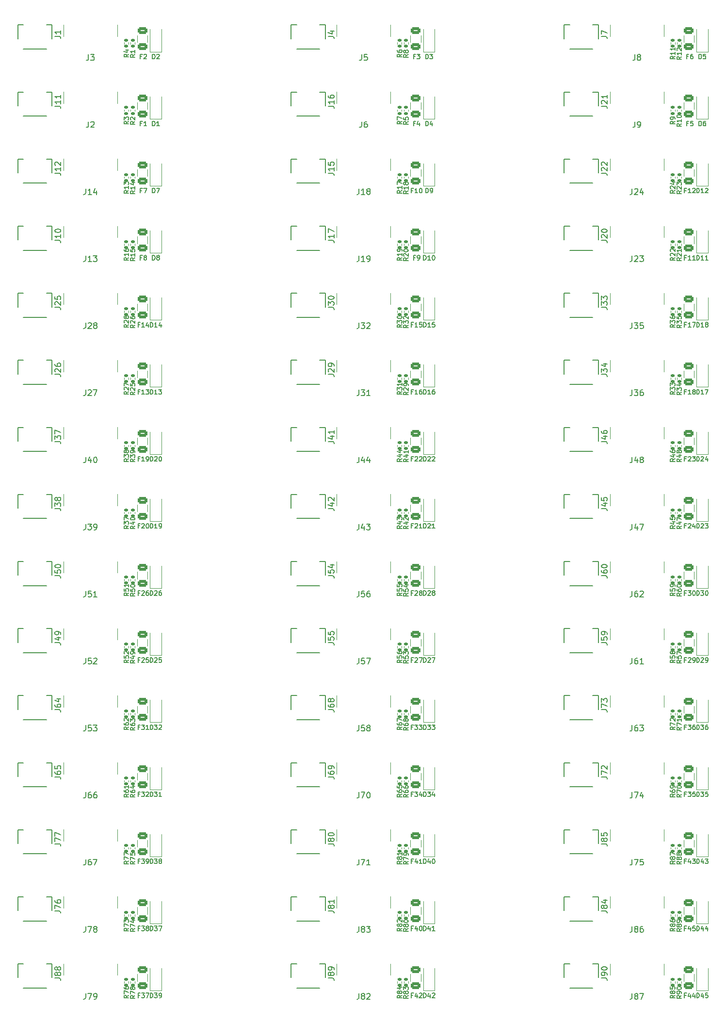
<source format=gto>
G04 #@! TF.GenerationSoftware,KiCad,Pcbnew,(6.0.0)*
G04 #@! TF.CreationDate,2022-08-14T01:19:03-04:00*
G04 #@! TF.ProjectId,Panel v2,50616e65-6c20-4763-922e-6b696361645f,rev?*
G04 #@! TF.SameCoordinates,Original*
G04 #@! TF.FileFunction,Legend,Top*
G04 #@! TF.FilePolarity,Positive*
%FSLAX46Y46*%
G04 Gerber Fmt 4.6, Leading zero omitted, Abs format (unit mm)*
G04 Created by KiCad (PCBNEW (6.0.0)) date 2022-08-14 01:19:03*
%MOMM*%
%LPD*%
G01*
G04 APERTURE LIST*
G04 Aperture macros list*
%AMRoundRect*
0 Rectangle with rounded corners*
0 $1 Rounding radius*
0 $2 $3 $4 $5 $6 $7 $8 $9 X,Y pos of 4 corners*
0 Add a 4 corners polygon primitive as box body*
4,1,4,$2,$3,$4,$5,$6,$7,$8,$9,$2,$3,0*
0 Add four circle primitives for the rounded corners*
1,1,$1+$1,$2,$3*
1,1,$1+$1,$4,$5*
1,1,$1+$1,$6,$7*
1,1,$1+$1,$8,$9*
0 Add four rect primitives between the rounded corners*
20,1,$1+$1,$2,$3,$4,$5,0*
20,1,$1+$1,$4,$5,$6,$7,0*
20,1,$1+$1,$6,$7,$8,$9,0*
20,1,$1+$1,$8,$9,$2,$3,0*%
G04 Aperture macros list end*
%ADD10C,0.150000*%
%ADD11C,0.120000*%
%ADD12C,6.400000*%
%ADD13C,0.800000*%
%ADD14RoundRect,0.135000X-0.185000X0.135000X-0.185000X-0.135000X0.185000X-0.135000X0.185000X0.135000X0*%
%ADD15C,0.500000*%
%ADD16RoundRect,0.250000X-0.625000X0.375000X-0.625000X-0.375000X0.625000X-0.375000X0.625000X0.375000X0*%
%ADD17R,1.200000X0.900000*%
%ADD18C,0.650000*%
%ADD19R,0.600000X1.450000*%
%ADD20R,0.300000X1.450000*%
%ADD21O,1.000000X1.600000*%
%ADD22O,1.000000X2.100000*%
%ADD23R,0.600000X1.550000*%
%ADD24R,1.200000X2.000000*%
G04 APERTURE END LIST*
D10*
X53496898Y-133088307D02*
X53115946Y-133354974D01*
X53496898Y-133545450D02*
X52696898Y-133545450D01*
X52696898Y-133240688D01*
X52734994Y-133164498D01*
X52773089Y-133126402D01*
X52849279Y-133088307D01*
X52963565Y-133088307D01*
X53039755Y-133126402D01*
X53077851Y-133164498D01*
X53115946Y-133240688D01*
X53115946Y-133545450D01*
X52696898Y-132364498D02*
X52696898Y-132745450D01*
X53077851Y-132783545D01*
X53039755Y-132745450D01*
X53001660Y-132669260D01*
X53001660Y-132478783D01*
X53039755Y-132402593D01*
X53077851Y-132364498D01*
X53154041Y-132326402D01*
X53344517Y-132326402D01*
X53420708Y-132364498D01*
X53458803Y-132402593D01*
X53496898Y-132478783D01*
X53496898Y-132669260D01*
X53458803Y-132745450D01*
X53420708Y-132783545D01*
X52773089Y-132021641D02*
X52734994Y-131983545D01*
X52696898Y-131907355D01*
X52696898Y-131716879D01*
X52734994Y-131640688D01*
X52773089Y-131602593D01*
X52849279Y-131564498D01*
X52925470Y-131564498D01*
X53039755Y-131602593D01*
X53496898Y-132059736D01*
X53496898Y-131564498D01*
X103117377Y-51196858D02*
X102850711Y-51196858D01*
X102850711Y-51615905D02*
X102850711Y-50815905D01*
X103231663Y-50815905D01*
X103955473Y-51615905D02*
X103498330Y-51615905D01*
X103726901Y-51615905D02*
X103726901Y-50815905D01*
X103650711Y-50930191D01*
X103574520Y-51006381D01*
X103498330Y-51044477D01*
X104450711Y-50815905D02*
X104526901Y-50815905D01*
X104603092Y-50854001D01*
X104641187Y-50892096D01*
X104679282Y-50968286D01*
X104717377Y-51120667D01*
X104717377Y-51311143D01*
X104679282Y-51463524D01*
X104641187Y-51539715D01*
X104603092Y-51577810D01*
X104526901Y-51615905D01*
X104450711Y-51615905D01*
X104374520Y-51577810D01*
X104336425Y-51539715D01*
X104298330Y-51463524D01*
X104260235Y-51311143D01*
X104260235Y-51120667D01*
X104298330Y-50968286D01*
X104336425Y-50892096D01*
X104374520Y-50854001D01*
X104450711Y-50815905D01*
X57273565Y-75015911D02*
X57273565Y-74215911D01*
X57464041Y-74215911D01*
X57578327Y-74254007D01*
X57654517Y-74330197D01*
X57692613Y-74406387D01*
X57730708Y-74558768D01*
X57730708Y-74673054D01*
X57692613Y-74825435D01*
X57654517Y-74901626D01*
X57578327Y-74977816D01*
X57464041Y-75015911D01*
X57273565Y-75015911D01*
X58492613Y-75015911D02*
X58035470Y-75015911D01*
X58264041Y-75015911D02*
X58264041Y-74215911D01*
X58187851Y-74330197D01*
X58111660Y-74406387D01*
X58035470Y-74444483D01*
X59178327Y-74482578D02*
X59178327Y-75015911D01*
X58987851Y-74177816D02*
X58797374Y-74749245D01*
X59292613Y-74749245D01*
X150006904Y-168248316D02*
X149625952Y-168514983D01*
X150006904Y-168705459D02*
X149206904Y-168705459D01*
X149206904Y-168400697D01*
X149245000Y-168324507D01*
X149283095Y-168286411D01*
X149359285Y-168248316D01*
X149473571Y-168248316D01*
X149549761Y-168286411D01*
X149587857Y-168324507D01*
X149625952Y-168400697D01*
X149625952Y-168705459D01*
X149549761Y-167791173D02*
X149511666Y-167867364D01*
X149473571Y-167905459D01*
X149397380Y-167943554D01*
X149359285Y-167943554D01*
X149283095Y-167905459D01*
X149245000Y-167867364D01*
X149206904Y-167791173D01*
X149206904Y-167638792D01*
X149245000Y-167562602D01*
X149283095Y-167524507D01*
X149359285Y-167486411D01*
X149397380Y-167486411D01*
X149473571Y-167524507D01*
X149511666Y-167562602D01*
X149549761Y-167638792D01*
X149549761Y-167791173D01*
X149587857Y-167867364D01*
X149625952Y-167905459D01*
X149702142Y-167943554D01*
X149854523Y-167943554D01*
X149930714Y-167905459D01*
X149968809Y-167867364D01*
X150006904Y-167791173D01*
X150006904Y-167638792D01*
X149968809Y-167562602D01*
X149930714Y-167524507D01*
X149854523Y-167486411D01*
X149702142Y-167486411D01*
X149625952Y-167524507D01*
X149587857Y-167562602D01*
X149549761Y-167638792D01*
X149549761Y-167029269D02*
X149511666Y-167105459D01*
X149473571Y-167143554D01*
X149397380Y-167181650D01*
X149359285Y-167181650D01*
X149283095Y-167143554D01*
X149245000Y-167105459D01*
X149206904Y-167029269D01*
X149206904Y-166876888D01*
X149245000Y-166800697D01*
X149283095Y-166762602D01*
X149359285Y-166724507D01*
X149397380Y-166724507D01*
X149473571Y-166762602D01*
X149511666Y-166800697D01*
X149549761Y-166876888D01*
X149549761Y-167029269D01*
X149587857Y-167105459D01*
X149625952Y-167143554D01*
X149702142Y-167181650D01*
X149854523Y-167181650D01*
X149930714Y-167143554D01*
X149968809Y-167105459D01*
X150006904Y-167029269D01*
X150006904Y-166876888D01*
X149968809Y-166800697D01*
X149930714Y-166762602D01*
X149854523Y-166724507D01*
X149702142Y-166724507D01*
X149625952Y-166762602D01*
X149587857Y-166800697D01*
X149549761Y-166876888D01*
X103498330Y-62896861D02*
X103231663Y-62896861D01*
X103231663Y-63315908D02*
X103231663Y-62515908D01*
X103612616Y-62515908D01*
X103955473Y-63315908D02*
X104107854Y-63315908D01*
X104184044Y-63277813D01*
X104222139Y-63239718D01*
X104298330Y-63125432D01*
X104336425Y-62973051D01*
X104336425Y-62668289D01*
X104298330Y-62592099D01*
X104260235Y-62554004D01*
X104184044Y-62515908D01*
X104031663Y-62515908D01*
X103955473Y-62554004D01*
X103917377Y-62592099D01*
X103879282Y-62668289D01*
X103879282Y-62858765D01*
X103917377Y-62934956D01*
X103955473Y-62973051D01*
X104031663Y-63011146D01*
X104184044Y-63011146D01*
X104260235Y-62973051D01*
X104298330Y-62934956D01*
X104336425Y-62858765D01*
X150817380Y-51196858D02*
X150550714Y-51196858D01*
X150550714Y-51615905D02*
X150550714Y-50815905D01*
X150931666Y-50815905D01*
X151655476Y-51615905D02*
X151198333Y-51615905D01*
X151426904Y-51615905D02*
X151426904Y-50815905D01*
X151350714Y-50930191D01*
X151274523Y-51006381D01*
X151198333Y-51044477D01*
X151960238Y-50892096D02*
X151998333Y-50854001D01*
X152074523Y-50815905D01*
X152265000Y-50815905D01*
X152341190Y-50854001D01*
X152379285Y-50892096D01*
X152417380Y-50968286D01*
X152417380Y-51044477D01*
X152379285Y-51158762D01*
X151922142Y-51615905D01*
X152417380Y-51615905D01*
X101196901Y-86288295D02*
X100815949Y-86554962D01*
X101196901Y-86745438D02*
X100396901Y-86745438D01*
X100396901Y-86440676D01*
X100434997Y-86364486D01*
X100473092Y-86326390D01*
X100549282Y-86288295D01*
X100663568Y-86288295D01*
X100739758Y-86326390D01*
X100777854Y-86364486D01*
X100815949Y-86440676D01*
X100815949Y-86745438D01*
X100396901Y-86021629D02*
X100396901Y-85526390D01*
X100701663Y-85793057D01*
X100701663Y-85678771D01*
X100739758Y-85602581D01*
X100777854Y-85564486D01*
X100854044Y-85526390D01*
X101044520Y-85526390D01*
X101120711Y-85564486D01*
X101158806Y-85602581D01*
X101196901Y-85678771D01*
X101196901Y-85907343D01*
X101158806Y-85983533D01*
X101120711Y-86021629D01*
X101196901Y-84764486D02*
X101196901Y-85221629D01*
X101196901Y-84993057D02*
X100396901Y-84993057D01*
X100511187Y-85069248D01*
X100587377Y-85145438D01*
X100625473Y-85221629D01*
X152673571Y-145215929D02*
X152673571Y-144415929D01*
X152864047Y-144415929D01*
X152978333Y-144454025D01*
X153054523Y-144530215D01*
X153092619Y-144606405D01*
X153130714Y-144758786D01*
X153130714Y-144873072D01*
X153092619Y-145025453D01*
X153054523Y-145101644D01*
X152978333Y-145177834D01*
X152864047Y-145215929D01*
X152673571Y-145215929D01*
X153397380Y-144415929D02*
X153892619Y-144415929D01*
X153625952Y-144720691D01*
X153740238Y-144720691D01*
X153816428Y-144758786D01*
X153854523Y-144796882D01*
X153892619Y-144873072D01*
X153892619Y-145063548D01*
X153854523Y-145139739D01*
X153816428Y-145177834D01*
X153740238Y-145215929D01*
X153511666Y-145215929D01*
X153435476Y-145177834D01*
X153397380Y-145139739D01*
X154578333Y-144415929D02*
X154425952Y-144415929D01*
X154349761Y-144454025D01*
X154311666Y-144492120D01*
X154235476Y-144606405D01*
X154197380Y-144758786D01*
X154197380Y-145063548D01*
X154235476Y-145139739D01*
X154273571Y-145177834D01*
X154349761Y-145215929D01*
X154502142Y-145215929D01*
X154578333Y-145177834D01*
X154616428Y-145139739D01*
X154654523Y-145063548D01*
X154654523Y-144873072D01*
X154616428Y-144796882D01*
X154578333Y-144758786D01*
X154502142Y-144720691D01*
X154349761Y-144720691D01*
X154273571Y-144758786D01*
X154235476Y-144796882D01*
X154197380Y-144873072D01*
X46007470Y-144479405D02*
X46007470Y-145193691D01*
X45959851Y-145336548D01*
X45864613Y-145431786D01*
X45721755Y-145479405D01*
X45626517Y-145479405D01*
X46959851Y-144479405D02*
X46483660Y-144479405D01*
X46436041Y-144955596D01*
X46483660Y-144907977D01*
X46578898Y-144860358D01*
X46816994Y-144860358D01*
X46912232Y-144907977D01*
X46959851Y-144955596D01*
X47007470Y-145050834D01*
X47007470Y-145288929D01*
X46959851Y-145384167D01*
X46912232Y-145431786D01*
X46816994Y-145479405D01*
X46578898Y-145479405D01*
X46483660Y-145431786D01*
X46436041Y-145384167D01*
X47340803Y-144479405D02*
X47959851Y-144479405D01*
X47626517Y-144860358D01*
X47769374Y-144860358D01*
X47864613Y-144907977D01*
X47912232Y-144955596D01*
X47959851Y-145050834D01*
X47959851Y-145288929D01*
X47912232Y-145384167D01*
X47864613Y-145431786D01*
X47769374Y-145479405D01*
X47483660Y-145479405D01*
X47388422Y-145431786D01*
X47340803Y-145384167D01*
X40645374Y-71578530D02*
X41359660Y-71578530D01*
X41502517Y-71626149D01*
X41597755Y-71721387D01*
X41645374Y-71864245D01*
X41645374Y-71959483D01*
X40740613Y-71149959D02*
X40692994Y-71102340D01*
X40645374Y-71007102D01*
X40645374Y-70769007D01*
X40692994Y-70673768D01*
X40740613Y-70626149D01*
X40835851Y-70578530D01*
X40931089Y-70578530D01*
X41073946Y-70626149D01*
X41645374Y-71197578D01*
X41645374Y-70578530D01*
X40645374Y-69673768D02*
X40645374Y-70149959D01*
X41121565Y-70197578D01*
X41073946Y-70149959D01*
X41026327Y-70054721D01*
X41026327Y-69816626D01*
X41073946Y-69721387D01*
X41121565Y-69673768D01*
X41216803Y-69626149D01*
X41454898Y-69626149D01*
X41550136Y-69673768D01*
X41597755Y-69721387D01*
X41645374Y-69816626D01*
X41645374Y-70054721D01*
X41597755Y-70149959D01*
X41550136Y-70197578D01*
X102306901Y-191648322D02*
X101925949Y-191914989D01*
X102306901Y-192105465D02*
X101506901Y-192105465D01*
X101506901Y-191800703D01*
X101544997Y-191724513D01*
X101583092Y-191686417D01*
X101659282Y-191648322D01*
X101773568Y-191648322D01*
X101849758Y-191686417D01*
X101887854Y-191724513D01*
X101925949Y-191800703D01*
X101925949Y-192105465D01*
X101849758Y-191191179D02*
X101811663Y-191267370D01*
X101773568Y-191305465D01*
X101697377Y-191343560D01*
X101659282Y-191343560D01*
X101583092Y-191305465D01*
X101544997Y-191267370D01*
X101506901Y-191191179D01*
X101506901Y-191038798D01*
X101544997Y-190962608D01*
X101583092Y-190924513D01*
X101659282Y-190886417D01*
X101697377Y-190886417D01*
X101773568Y-190924513D01*
X101811663Y-190962608D01*
X101849758Y-191038798D01*
X101849758Y-191191179D01*
X101887854Y-191267370D01*
X101925949Y-191305465D01*
X102002139Y-191343560D01*
X102154520Y-191343560D01*
X102230711Y-191305465D01*
X102268806Y-191267370D01*
X102306901Y-191191179D01*
X102306901Y-191038798D01*
X102268806Y-190962608D01*
X102230711Y-190924513D01*
X102154520Y-190886417D01*
X102002139Y-190886417D01*
X101925949Y-190924513D01*
X101887854Y-190962608D01*
X101849758Y-191038798D01*
X101506901Y-190619751D02*
X101506901Y-190124513D01*
X101811663Y-190391179D01*
X101811663Y-190276894D01*
X101849758Y-190200703D01*
X101887854Y-190162608D01*
X101964044Y-190124513D01*
X102154520Y-190124513D01*
X102230711Y-190162608D01*
X102268806Y-190200703D01*
X102306901Y-190276894D01*
X102306901Y-190505465D01*
X102268806Y-190581656D01*
X102230711Y-190619751D01*
X102306901Y-86348295D02*
X101925949Y-86614962D01*
X102306901Y-86805438D02*
X101506901Y-86805438D01*
X101506901Y-86500676D01*
X101544997Y-86424486D01*
X101583092Y-86386390D01*
X101659282Y-86348295D01*
X101773568Y-86348295D01*
X101849758Y-86386390D01*
X101887854Y-86424486D01*
X101925949Y-86500676D01*
X101925949Y-86805438D01*
X101583092Y-86043533D02*
X101544997Y-86005438D01*
X101506901Y-85929248D01*
X101506901Y-85738771D01*
X101544997Y-85662581D01*
X101583092Y-85624486D01*
X101659282Y-85586390D01*
X101735473Y-85586390D01*
X101849758Y-85624486D01*
X102306901Y-86081629D01*
X102306901Y-85586390D01*
X102306901Y-85205438D02*
X102306901Y-85053057D01*
X102268806Y-84976867D01*
X102230711Y-84938771D01*
X102116425Y-84862581D01*
X101964044Y-84824486D01*
X101659282Y-84824486D01*
X101583092Y-84862581D01*
X101544997Y-84900676D01*
X101506901Y-84976867D01*
X101506901Y-85129248D01*
X101544997Y-85205438D01*
X101583092Y-85243533D01*
X101659282Y-85281629D01*
X101849758Y-85281629D01*
X101925949Y-85243533D01*
X101964044Y-85205438D01*
X102002139Y-85129248D01*
X102002139Y-84976867D01*
X101964044Y-84900676D01*
X101925949Y-84862581D01*
X101849758Y-84824486D01*
X150817380Y-86296867D02*
X150550714Y-86296867D01*
X150550714Y-86715914D02*
X150550714Y-85915914D01*
X150931666Y-85915914D01*
X151655476Y-86715914D02*
X151198333Y-86715914D01*
X151426904Y-86715914D02*
X151426904Y-85915914D01*
X151350714Y-86030200D01*
X151274523Y-86106390D01*
X151198333Y-86144486D01*
X152112619Y-86258771D02*
X152036428Y-86220676D01*
X151998333Y-86182581D01*
X151960238Y-86106390D01*
X151960238Y-86068295D01*
X151998333Y-85992105D01*
X152036428Y-85954010D01*
X152112619Y-85915914D01*
X152265000Y-85915914D01*
X152341190Y-85954010D01*
X152379285Y-85992105D01*
X152417380Y-86068295D01*
X152417380Y-86106390D01*
X152379285Y-86182581D01*
X152341190Y-86220676D01*
X152265000Y-86258771D01*
X152112619Y-86258771D01*
X152036428Y-86296867D01*
X151998333Y-86334962D01*
X151960238Y-86411152D01*
X151960238Y-86563533D01*
X151998333Y-86639724D01*
X152036428Y-86677819D01*
X152112619Y-86715914D01*
X152265000Y-86715914D01*
X152341190Y-86677819D01*
X152379285Y-86639724D01*
X152417380Y-86563533D01*
X152417380Y-86411152D01*
X152379285Y-86334962D01*
X152341190Y-86296867D01*
X152265000Y-86258771D01*
X103498330Y-27796852D02*
X103231663Y-27796852D01*
X103231663Y-28215899D02*
X103231663Y-27415899D01*
X103612616Y-27415899D01*
X103841187Y-27415899D02*
X104336425Y-27415899D01*
X104069758Y-27720661D01*
X104184044Y-27720661D01*
X104260235Y-27758756D01*
X104298330Y-27796852D01*
X104336425Y-27873042D01*
X104336425Y-28063518D01*
X104298330Y-28139709D01*
X104260235Y-28177804D01*
X104184044Y-28215899D01*
X103955473Y-28215899D01*
X103879282Y-28177804D01*
X103841187Y-28139709D01*
X150006904Y-156548313D02*
X149625952Y-156814980D01*
X150006904Y-157005456D02*
X149206904Y-157005456D01*
X149206904Y-156700694D01*
X149245000Y-156624504D01*
X149283095Y-156586408D01*
X149359285Y-156548313D01*
X149473571Y-156548313D01*
X149549761Y-156586408D01*
X149587857Y-156624504D01*
X149625952Y-156700694D01*
X149625952Y-157005456D01*
X149206904Y-156281647D02*
X149206904Y-155748313D01*
X150006904Y-156091170D01*
X149206904Y-155291170D02*
X149206904Y-155214980D01*
X149245000Y-155138789D01*
X149283095Y-155100694D01*
X149359285Y-155062599D01*
X149511666Y-155024504D01*
X149702142Y-155024504D01*
X149854523Y-155062599D01*
X149930714Y-155100694D01*
X149968809Y-155138789D01*
X150006904Y-155214980D01*
X150006904Y-155291170D01*
X149968809Y-155367361D01*
X149930714Y-155405456D01*
X149854523Y-155443551D01*
X149702142Y-155481647D01*
X149511666Y-155481647D01*
X149359285Y-155443551D01*
X149283095Y-155405456D01*
X149245000Y-155367361D01*
X149206904Y-155291170D01*
X55798327Y-27796852D02*
X55531660Y-27796852D01*
X55531660Y-28215899D02*
X55531660Y-27415899D01*
X55912613Y-27415899D01*
X56179279Y-27492090D02*
X56217374Y-27453995D01*
X56293565Y-27415899D01*
X56484041Y-27415899D01*
X56560232Y-27453995D01*
X56598327Y-27492090D01*
X56636422Y-27568280D01*
X56636422Y-27644471D01*
X56598327Y-27758756D01*
X56141184Y-28215899D01*
X56636422Y-28215899D01*
X88345377Y-153478551D02*
X89059663Y-153478551D01*
X89202520Y-153526170D01*
X89297758Y-153621408D01*
X89345377Y-153764266D01*
X89345377Y-153859504D01*
X88345377Y-152573789D02*
X88345377Y-152764266D01*
X88392997Y-152859504D01*
X88440616Y-152907123D01*
X88583473Y-153002361D01*
X88773949Y-153049980D01*
X89154901Y-153049980D01*
X89250139Y-153002361D01*
X89297758Y-152954742D01*
X89345377Y-152859504D01*
X89345377Y-152669028D01*
X89297758Y-152573789D01*
X89250139Y-152526170D01*
X89154901Y-152478551D01*
X88916806Y-152478551D01*
X88821568Y-152526170D01*
X88773949Y-152573789D01*
X88726330Y-152669028D01*
X88726330Y-152859504D01*
X88773949Y-152954742D01*
X88821568Y-153002361D01*
X88916806Y-153049980D01*
X89345377Y-152002361D02*
X89345377Y-151811885D01*
X89297758Y-151716647D01*
X89250139Y-151669028D01*
X89107282Y-151573789D01*
X88916806Y-151526170D01*
X88535854Y-151526170D01*
X88440616Y-151573789D01*
X88392997Y-151621408D01*
X88345377Y-151716647D01*
X88345377Y-151907123D01*
X88392997Y-152002361D01*
X88440616Y-152049980D01*
X88535854Y-152097599D01*
X88773949Y-152097599D01*
X88869187Y-152049980D01*
X88916806Y-152002361D01*
X88964425Y-151907123D01*
X88964425Y-151716647D01*
X88916806Y-151621408D01*
X88869187Y-151573789D01*
X88773949Y-151526170D01*
X53496898Y-27407328D02*
X53115946Y-27673995D01*
X53496898Y-27864471D02*
X52696898Y-27864471D01*
X52696898Y-27559709D01*
X52734994Y-27483518D01*
X52773089Y-27445423D01*
X52849279Y-27407328D01*
X52963565Y-27407328D01*
X53039755Y-27445423D01*
X53077851Y-27483518D01*
X53115946Y-27559709D01*
X53115946Y-27864471D01*
X52963565Y-26721614D02*
X53496898Y-26721614D01*
X52658803Y-26912090D02*
X53230232Y-27102566D01*
X53230232Y-26607328D01*
X53496898Y-62888289D02*
X53115946Y-63154956D01*
X53496898Y-63345432D02*
X52696898Y-63345432D01*
X52696898Y-63040670D01*
X52734994Y-62964480D01*
X52773089Y-62926384D01*
X52849279Y-62888289D01*
X52963565Y-62888289D01*
X53039755Y-62926384D01*
X53077851Y-62964480D01*
X53115946Y-63040670D01*
X53115946Y-63345432D01*
X53496898Y-62126384D02*
X53496898Y-62583527D01*
X53496898Y-62354956D02*
X52696898Y-62354956D01*
X52811184Y-62431146D01*
X52887374Y-62507337D01*
X52925470Y-62583527D01*
X52696898Y-61440670D02*
X52696898Y-61593051D01*
X52734994Y-61669242D01*
X52773089Y-61707337D01*
X52887374Y-61783527D01*
X53039755Y-61821623D01*
X53344517Y-61821623D01*
X53420708Y-61783527D01*
X53458803Y-61745432D01*
X53496898Y-61669242D01*
X53496898Y-61516861D01*
X53458803Y-61440670D01*
X53420708Y-61402575D01*
X53344517Y-61364480D01*
X53154041Y-61364480D01*
X53077851Y-61402575D01*
X53039755Y-61440670D01*
X53001660Y-61516861D01*
X53001660Y-61669242D01*
X53039755Y-61745432D01*
X53077851Y-61783527D01*
X53154041Y-61821623D01*
X53496898Y-156488313D02*
X53115946Y-156754980D01*
X53496898Y-156945456D02*
X52696898Y-156945456D01*
X52696898Y-156640694D01*
X52734994Y-156564504D01*
X52773089Y-156526408D01*
X52849279Y-156488313D01*
X52963565Y-156488313D01*
X53039755Y-156526408D01*
X53077851Y-156564504D01*
X53115946Y-156640694D01*
X53115946Y-156945456D01*
X52696898Y-155802599D02*
X52696898Y-155954980D01*
X52734994Y-156031170D01*
X52773089Y-156069266D01*
X52887374Y-156145456D01*
X53039755Y-156183551D01*
X53344517Y-156183551D01*
X53420708Y-156145456D01*
X53458803Y-156107361D01*
X53496898Y-156031170D01*
X53496898Y-155878789D01*
X53458803Y-155802599D01*
X53420708Y-155764504D01*
X53344517Y-155726408D01*
X53154041Y-155726408D01*
X53077851Y-155764504D01*
X53039755Y-155802599D01*
X53001660Y-155878789D01*
X53001660Y-156031170D01*
X53039755Y-156107361D01*
X53077851Y-156145456D01*
X53154041Y-156183551D01*
X53496898Y-154964504D02*
X53496898Y-155421647D01*
X53496898Y-155193075D02*
X52696898Y-155193075D01*
X52811184Y-155269266D01*
X52887374Y-155345456D01*
X52925470Y-155421647D01*
X93707473Y-97679393D02*
X93707473Y-98393679D01*
X93659854Y-98536536D01*
X93564616Y-98631774D01*
X93421758Y-98679393D01*
X93326520Y-98679393D01*
X94612235Y-98012727D02*
X94612235Y-98679393D01*
X94374139Y-97631774D02*
X94136044Y-98346060D01*
X94755092Y-98346060D01*
X95564616Y-98012727D02*
X95564616Y-98679393D01*
X95326520Y-97631774D02*
X95088425Y-98346060D01*
X95707473Y-98346060D01*
X55417374Y-86296867D02*
X55150708Y-86296867D01*
X55150708Y-86715914D02*
X55150708Y-85915914D01*
X55531660Y-85915914D01*
X56255470Y-86715914D02*
X55798327Y-86715914D01*
X56026898Y-86715914D02*
X56026898Y-85915914D01*
X55950708Y-86030200D01*
X55874517Y-86106390D01*
X55798327Y-86144486D01*
X56522136Y-85915914D02*
X57017374Y-85915914D01*
X56750708Y-86220676D01*
X56864994Y-86220676D01*
X56941184Y-86258771D01*
X56979279Y-86296867D01*
X57017374Y-86373057D01*
X57017374Y-86563533D01*
X56979279Y-86639724D01*
X56941184Y-86677819D01*
X56864994Y-86715914D01*
X56636422Y-86715914D01*
X56560232Y-86677819D01*
X56522136Y-86639724D01*
X46007470Y-62579384D02*
X46007470Y-63293670D01*
X45959851Y-63436527D01*
X45864613Y-63531765D01*
X45721755Y-63579384D01*
X45626517Y-63579384D01*
X47007470Y-63579384D02*
X46436041Y-63579384D01*
X46721755Y-63579384D02*
X46721755Y-62579384D01*
X46626517Y-62722242D01*
X46531279Y-62817480D01*
X46436041Y-62865099D01*
X47340803Y-62579384D02*
X47959851Y-62579384D01*
X47626517Y-62960337D01*
X47769374Y-62960337D01*
X47864613Y-63007956D01*
X47912232Y-63055575D01*
X47959851Y-63150813D01*
X47959851Y-63388908D01*
X47912232Y-63484146D01*
X47864613Y-63531765D01*
X47769374Y-63579384D01*
X47483660Y-63579384D01*
X47388422Y-63531765D01*
X47340803Y-63484146D01*
X150006904Y-27848280D02*
X149625952Y-28114947D01*
X150006904Y-28305423D02*
X149206904Y-28305423D01*
X149206904Y-28000661D01*
X149245000Y-27924471D01*
X149283095Y-27886375D01*
X149359285Y-27848280D01*
X149473571Y-27848280D01*
X149549761Y-27886375D01*
X149587857Y-27924471D01*
X149625952Y-28000661D01*
X149625952Y-28305423D01*
X150006904Y-27086375D02*
X150006904Y-27543518D01*
X150006904Y-27314947D02*
X149206904Y-27314947D01*
X149321190Y-27391137D01*
X149397380Y-27467328D01*
X149435476Y-27543518D01*
X149283095Y-26781614D02*
X149245000Y-26743518D01*
X149206904Y-26667328D01*
X149206904Y-26476852D01*
X149245000Y-26400661D01*
X149283095Y-26362566D01*
X149359285Y-26324471D01*
X149435476Y-26324471D01*
X149549761Y-26362566D01*
X150006904Y-26819709D01*
X150006904Y-26324471D01*
X94183663Y-27479375D02*
X94183663Y-28193661D01*
X94136044Y-28336518D01*
X94040806Y-28431756D01*
X93897949Y-28479375D01*
X93802711Y-28479375D01*
X95136044Y-27479375D02*
X94659854Y-27479375D01*
X94612235Y-27955566D01*
X94659854Y-27907947D01*
X94755092Y-27860328D01*
X94993187Y-27860328D01*
X95088425Y-27907947D01*
X95136044Y-27955566D01*
X95183663Y-28050804D01*
X95183663Y-28288899D01*
X95136044Y-28384137D01*
X95088425Y-28431756D01*
X94993187Y-28479375D01*
X94755092Y-28479375D01*
X94659854Y-28431756D01*
X94612235Y-28384137D01*
X150006904Y-191648322D02*
X149625952Y-191914989D01*
X150006904Y-192105465D02*
X149206904Y-192105465D01*
X149206904Y-191800703D01*
X149245000Y-191724513D01*
X149283095Y-191686417D01*
X149359285Y-191648322D01*
X149473571Y-191648322D01*
X149549761Y-191686417D01*
X149587857Y-191724513D01*
X149625952Y-191800703D01*
X149625952Y-192105465D01*
X150006904Y-191267370D02*
X150006904Y-191114989D01*
X149968809Y-191038798D01*
X149930714Y-191000703D01*
X149816428Y-190924513D01*
X149664047Y-190886417D01*
X149359285Y-190886417D01*
X149283095Y-190924513D01*
X149245000Y-190962608D01*
X149206904Y-191038798D01*
X149206904Y-191191179D01*
X149245000Y-191267370D01*
X149283095Y-191305465D01*
X149359285Y-191343560D01*
X149549761Y-191343560D01*
X149625952Y-191305465D01*
X149664047Y-191267370D01*
X149702142Y-191191179D01*
X149702142Y-191038798D01*
X149664047Y-190962608D01*
X149625952Y-190924513D01*
X149549761Y-190886417D01*
X149206904Y-190391179D02*
X149206904Y-190314989D01*
X149245000Y-190238798D01*
X149283095Y-190200703D01*
X149359285Y-190162608D01*
X149511666Y-190124513D01*
X149702142Y-190124513D01*
X149854523Y-190162608D01*
X149930714Y-190200703D01*
X149968809Y-190238798D01*
X150006904Y-190314989D01*
X150006904Y-190391179D01*
X149968809Y-190467370D01*
X149930714Y-190505465D01*
X149854523Y-190543560D01*
X149702142Y-190581656D01*
X149511666Y-190581656D01*
X149359285Y-190543560D01*
X149283095Y-190505465D01*
X149245000Y-190467370D01*
X149206904Y-190391179D01*
X148896904Y-74588292D02*
X148515952Y-74854959D01*
X148896904Y-75045435D02*
X148096904Y-75045435D01*
X148096904Y-74740673D01*
X148135000Y-74664483D01*
X148173095Y-74626387D01*
X148249285Y-74588292D01*
X148363571Y-74588292D01*
X148439761Y-74626387D01*
X148477857Y-74664483D01*
X148515952Y-74740673D01*
X148515952Y-75045435D01*
X148096904Y-74321626D02*
X148096904Y-73826387D01*
X148401666Y-74093054D01*
X148401666Y-73978768D01*
X148439761Y-73902578D01*
X148477857Y-73864483D01*
X148554047Y-73826387D01*
X148744523Y-73826387D01*
X148820714Y-73864483D01*
X148858809Y-73902578D01*
X148896904Y-73978768D01*
X148896904Y-74207340D01*
X148858809Y-74283530D01*
X148820714Y-74321626D01*
X148096904Y-73140673D02*
X148096904Y-73293054D01*
X148135000Y-73369245D01*
X148173095Y-73407340D01*
X148287380Y-73483530D01*
X148439761Y-73521626D01*
X148744523Y-73521626D01*
X148820714Y-73483530D01*
X148858809Y-73445435D01*
X148896904Y-73369245D01*
X148896904Y-73216864D01*
X148858809Y-73140673D01*
X148820714Y-73102578D01*
X148744523Y-73064483D01*
X148554047Y-73064483D01*
X148477857Y-73102578D01*
X148439761Y-73140673D01*
X148401666Y-73216864D01*
X148401666Y-73369245D01*
X148439761Y-73445435D01*
X148477857Y-73483530D01*
X148554047Y-73521626D01*
X57273565Y-180315938D02*
X57273565Y-179515938D01*
X57464041Y-179515938D01*
X57578327Y-179554034D01*
X57654517Y-179630224D01*
X57692613Y-179706414D01*
X57730708Y-179858795D01*
X57730708Y-179973081D01*
X57692613Y-180125462D01*
X57654517Y-180201653D01*
X57578327Y-180277843D01*
X57464041Y-180315938D01*
X57273565Y-180315938D01*
X57997374Y-179515938D02*
X58492613Y-179515938D01*
X58225946Y-179820700D01*
X58340232Y-179820700D01*
X58416422Y-179858795D01*
X58454517Y-179896891D01*
X58492613Y-179973081D01*
X58492613Y-180163557D01*
X58454517Y-180239748D01*
X58416422Y-180277843D01*
X58340232Y-180315938D01*
X58111660Y-180315938D01*
X58035470Y-180277843D01*
X57997374Y-180239748D01*
X58759279Y-179515938D02*
X59292613Y-179515938D01*
X58949755Y-180315938D01*
X53496898Y-109688301D02*
X53115946Y-109954968D01*
X53496898Y-110145444D02*
X52696898Y-110145444D01*
X52696898Y-109840682D01*
X52734994Y-109764492D01*
X52773089Y-109726396D01*
X52849279Y-109688301D01*
X52963565Y-109688301D01*
X53039755Y-109726396D01*
X53077851Y-109764492D01*
X53115946Y-109840682D01*
X53115946Y-110145444D01*
X52696898Y-109421635D02*
X52696898Y-108926396D01*
X53001660Y-109193063D01*
X53001660Y-109078777D01*
X53039755Y-109002587D01*
X53077851Y-108964492D01*
X53154041Y-108926396D01*
X53344517Y-108926396D01*
X53420708Y-108964492D01*
X53458803Y-109002587D01*
X53496898Y-109078777D01*
X53496898Y-109307349D01*
X53458803Y-109383539D01*
X53420708Y-109421635D01*
X52696898Y-108659730D02*
X52696898Y-108126396D01*
X53496898Y-108469254D01*
X102306901Y-74648292D02*
X101925949Y-74914959D01*
X102306901Y-75105435D02*
X101506901Y-75105435D01*
X101506901Y-74800673D01*
X101544997Y-74724483D01*
X101583092Y-74686387D01*
X101659282Y-74648292D01*
X101773568Y-74648292D01*
X101849758Y-74686387D01*
X101887854Y-74724483D01*
X101925949Y-74800673D01*
X101925949Y-75105435D01*
X101506901Y-74381626D02*
X101506901Y-73886387D01*
X101811663Y-74153054D01*
X101811663Y-74038768D01*
X101849758Y-73962578D01*
X101887854Y-73924483D01*
X101964044Y-73886387D01*
X102154520Y-73886387D01*
X102230711Y-73924483D01*
X102268806Y-73962578D01*
X102306901Y-74038768D01*
X102306901Y-74267340D01*
X102268806Y-74343530D01*
X102230711Y-74381626D01*
X101583092Y-73581626D02*
X101544997Y-73543530D01*
X101506901Y-73467340D01*
X101506901Y-73276864D01*
X101544997Y-73200673D01*
X101583092Y-73162578D01*
X101659282Y-73124483D01*
X101735473Y-73124483D01*
X101849758Y-73162578D01*
X102306901Y-73619721D01*
X102306901Y-73124483D01*
X93707473Y-62579384D02*
X93707473Y-63293670D01*
X93659854Y-63436527D01*
X93564616Y-63531765D01*
X93421758Y-63579384D01*
X93326520Y-63579384D01*
X94707473Y-63579384D02*
X94136044Y-63579384D01*
X94421758Y-63579384D02*
X94421758Y-62579384D01*
X94326520Y-62722242D01*
X94231282Y-62817480D01*
X94136044Y-62865099D01*
X95183663Y-63579384D02*
X95374139Y-63579384D01*
X95469377Y-63531765D01*
X95516997Y-63484146D01*
X95612235Y-63341289D01*
X95659854Y-63150813D01*
X95659854Y-62769861D01*
X95612235Y-62674623D01*
X95564616Y-62627004D01*
X95469377Y-62579384D01*
X95278901Y-62579384D01*
X95183663Y-62627004D01*
X95136044Y-62674623D01*
X95088425Y-62769861D01*
X95088425Y-63007956D01*
X95136044Y-63103194D01*
X95183663Y-63150813D01*
X95278901Y-63198432D01*
X95469377Y-63198432D01*
X95564616Y-63150813D01*
X95612235Y-63103194D01*
X95659854Y-63007956D01*
X54606898Y-109748301D02*
X54225946Y-110014968D01*
X54606898Y-110205444D02*
X53806898Y-110205444D01*
X53806898Y-109900682D01*
X53844994Y-109824492D01*
X53883089Y-109786396D01*
X53959279Y-109748301D01*
X54073565Y-109748301D01*
X54149755Y-109786396D01*
X54187851Y-109824492D01*
X54225946Y-109900682D01*
X54225946Y-110205444D01*
X54073565Y-109062587D02*
X54606898Y-109062587D01*
X53768803Y-109253063D02*
X54340232Y-109443539D01*
X54340232Y-108948301D01*
X53806898Y-108491158D02*
X53806898Y-108414968D01*
X53844994Y-108338777D01*
X53883089Y-108300682D01*
X53959279Y-108262587D01*
X54111660Y-108224492D01*
X54302136Y-108224492D01*
X54454517Y-108262587D01*
X54530708Y-108300682D01*
X54568803Y-108338777D01*
X54606898Y-108414968D01*
X54606898Y-108491158D01*
X54568803Y-108567349D01*
X54530708Y-108605444D01*
X54454517Y-108643539D01*
X54302136Y-108681635D01*
X54111660Y-108681635D01*
X53959279Y-108643539D01*
X53883089Y-108605444D01*
X53844994Y-108567349D01*
X53806898Y-108491158D01*
X54606898Y-62948289D02*
X54225946Y-63214956D01*
X54606898Y-63405432D02*
X53806898Y-63405432D01*
X53806898Y-63100670D01*
X53844994Y-63024480D01*
X53883089Y-62986384D01*
X53959279Y-62948289D01*
X54073565Y-62948289D01*
X54149755Y-62986384D01*
X54187851Y-63024480D01*
X54225946Y-63100670D01*
X54225946Y-63405432D01*
X54606898Y-62186384D02*
X54606898Y-62643527D01*
X54606898Y-62414956D02*
X53806898Y-62414956D01*
X53921184Y-62491146D01*
X53997374Y-62567337D01*
X54035470Y-62643527D01*
X53806898Y-61462575D02*
X53806898Y-61843527D01*
X54187851Y-61881623D01*
X54149755Y-61843527D01*
X54111660Y-61767337D01*
X54111660Y-61576861D01*
X54149755Y-61500670D01*
X54187851Y-61462575D01*
X54264041Y-61424480D01*
X54454517Y-61424480D01*
X54530708Y-61462575D01*
X54568803Y-61500670D01*
X54606898Y-61576861D01*
X54606898Y-61767337D01*
X54568803Y-61843527D01*
X54530708Y-61881623D01*
X55798327Y-39496855D02*
X55531660Y-39496855D01*
X55531660Y-39915902D02*
X55531660Y-39115902D01*
X55912613Y-39115902D01*
X56636422Y-39915902D02*
X56179279Y-39915902D01*
X56407851Y-39915902D02*
X56407851Y-39115902D01*
X56331660Y-39230188D01*
X56255470Y-39306378D01*
X56179279Y-39344474D01*
X104973568Y-121815923D02*
X104973568Y-121015923D01*
X105164044Y-121015923D01*
X105278330Y-121054019D01*
X105354520Y-121130209D01*
X105392616Y-121206399D01*
X105430711Y-121358780D01*
X105430711Y-121473066D01*
X105392616Y-121625447D01*
X105354520Y-121701638D01*
X105278330Y-121777828D01*
X105164044Y-121815923D01*
X104973568Y-121815923D01*
X105735473Y-121092114D02*
X105773568Y-121054019D01*
X105849758Y-121015923D01*
X106040235Y-121015923D01*
X106116425Y-121054019D01*
X106154520Y-121092114D01*
X106192616Y-121168304D01*
X106192616Y-121244495D01*
X106154520Y-121358780D01*
X105697377Y-121815923D01*
X106192616Y-121815923D01*
X106649758Y-121358780D02*
X106573568Y-121320685D01*
X106535473Y-121282590D01*
X106497377Y-121206399D01*
X106497377Y-121168304D01*
X106535473Y-121092114D01*
X106573568Y-121054019D01*
X106649758Y-121015923D01*
X106802139Y-121015923D01*
X106878330Y-121054019D01*
X106916425Y-121092114D01*
X106954520Y-121168304D01*
X106954520Y-121206399D01*
X106916425Y-121282590D01*
X106878330Y-121320685D01*
X106802139Y-121358780D01*
X106649758Y-121358780D01*
X106573568Y-121396876D01*
X106535473Y-121434971D01*
X106497377Y-121511161D01*
X106497377Y-121663542D01*
X106535473Y-121739733D01*
X106573568Y-121777828D01*
X106649758Y-121815923D01*
X106802139Y-121815923D01*
X106878330Y-121777828D01*
X106916425Y-121739733D01*
X106954520Y-121663542D01*
X106954520Y-121511161D01*
X106916425Y-121434971D01*
X106878330Y-121396876D01*
X106802139Y-121358780D01*
X150006904Y-179948319D02*
X149625952Y-180214986D01*
X150006904Y-180405462D02*
X149206904Y-180405462D01*
X149206904Y-180100700D01*
X149245000Y-180024510D01*
X149283095Y-179986414D01*
X149359285Y-179948319D01*
X149473571Y-179948319D01*
X149549761Y-179986414D01*
X149587857Y-180024510D01*
X149625952Y-180100700D01*
X149625952Y-180405462D01*
X149549761Y-179491176D02*
X149511666Y-179567367D01*
X149473571Y-179605462D01*
X149397380Y-179643557D01*
X149359285Y-179643557D01*
X149283095Y-179605462D01*
X149245000Y-179567367D01*
X149206904Y-179491176D01*
X149206904Y-179338795D01*
X149245000Y-179262605D01*
X149283095Y-179224510D01*
X149359285Y-179186414D01*
X149397380Y-179186414D01*
X149473571Y-179224510D01*
X149511666Y-179262605D01*
X149549761Y-179338795D01*
X149549761Y-179491176D01*
X149587857Y-179567367D01*
X149625952Y-179605462D01*
X149702142Y-179643557D01*
X149854523Y-179643557D01*
X149930714Y-179605462D01*
X149968809Y-179567367D01*
X150006904Y-179491176D01*
X150006904Y-179338795D01*
X149968809Y-179262605D01*
X149930714Y-179224510D01*
X149854523Y-179186414D01*
X149702142Y-179186414D01*
X149625952Y-179224510D01*
X149587857Y-179262605D01*
X149549761Y-179338795D01*
X150006904Y-178805462D02*
X150006904Y-178653081D01*
X149968809Y-178576891D01*
X149930714Y-178538795D01*
X149816428Y-178462605D01*
X149664047Y-178424510D01*
X149359285Y-178424510D01*
X149283095Y-178462605D01*
X149245000Y-178500700D01*
X149206904Y-178576891D01*
X149206904Y-178729272D01*
X149245000Y-178805462D01*
X149283095Y-178843557D01*
X149359285Y-178881653D01*
X149549761Y-178881653D01*
X149625952Y-178843557D01*
X149664047Y-178805462D01*
X149702142Y-178729272D01*
X149702142Y-178576891D01*
X149664047Y-178500700D01*
X149625952Y-178462605D01*
X149549761Y-178424510D01*
X54606898Y-39167331D02*
X54225946Y-39433998D01*
X54606898Y-39624474D02*
X53806898Y-39624474D01*
X53806898Y-39319712D01*
X53844994Y-39243521D01*
X53883089Y-39205426D01*
X53959279Y-39167331D01*
X54073565Y-39167331D01*
X54149755Y-39205426D01*
X54187851Y-39243521D01*
X54225946Y-39319712D01*
X54225946Y-39624474D01*
X53883089Y-38862569D02*
X53844994Y-38824474D01*
X53806898Y-38748283D01*
X53806898Y-38557807D01*
X53844994Y-38481617D01*
X53883089Y-38443521D01*
X53959279Y-38405426D01*
X54035470Y-38405426D01*
X54149755Y-38443521D01*
X54606898Y-38900664D01*
X54606898Y-38405426D01*
X141407476Y-179579414D02*
X141407476Y-180293700D01*
X141359857Y-180436557D01*
X141264619Y-180531795D01*
X141121761Y-180579414D01*
X141026523Y-180579414D01*
X142026523Y-180007986D02*
X141931285Y-179960367D01*
X141883666Y-179912748D01*
X141836047Y-179817510D01*
X141836047Y-179769891D01*
X141883666Y-179674653D01*
X141931285Y-179627034D01*
X142026523Y-179579414D01*
X142217000Y-179579414D01*
X142312238Y-179627034D01*
X142359857Y-179674653D01*
X142407476Y-179769891D01*
X142407476Y-179817510D01*
X142359857Y-179912748D01*
X142312238Y-179960367D01*
X142217000Y-180007986D01*
X142026523Y-180007986D01*
X141931285Y-180055605D01*
X141883666Y-180103224D01*
X141836047Y-180198462D01*
X141836047Y-180388938D01*
X141883666Y-180484176D01*
X141931285Y-180531795D01*
X142026523Y-180579414D01*
X142217000Y-180579414D01*
X142312238Y-180531795D01*
X142359857Y-180484176D01*
X142407476Y-180388938D01*
X142407476Y-180198462D01*
X142359857Y-180103224D01*
X142312238Y-180055605D01*
X142217000Y-180007986D01*
X143264619Y-179579414D02*
X143074142Y-179579414D01*
X142978904Y-179627034D01*
X142931285Y-179674653D01*
X142836047Y-179817510D01*
X142788428Y-180007986D01*
X142788428Y-180388938D01*
X142836047Y-180484176D01*
X142883666Y-180531795D01*
X142978904Y-180579414D01*
X143169380Y-180579414D01*
X143264619Y-180531795D01*
X143312238Y-180484176D01*
X143359857Y-180388938D01*
X143359857Y-180150843D01*
X143312238Y-180055605D01*
X143264619Y-180007986D01*
X143169380Y-179960367D01*
X142978904Y-179960367D01*
X142883666Y-180007986D01*
X142836047Y-180055605D01*
X142788428Y-180150843D01*
X57273565Y-133515926D02*
X57273565Y-132715926D01*
X57464041Y-132715926D01*
X57578327Y-132754022D01*
X57654517Y-132830212D01*
X57692613Y-132906402D01*
X57730708Y-133058783D01*
X57730708Y-133173069D01*
X57692613Y-133325450D01*
X57654517Y-133401641D01*
X57578327Y-133477831D01*
X57464041Y-133515926D01*
X57273565Y-133515926D01*
X58035470Y-132792117D02*
X58073565Y-132754022D01*
X58149755Y-132715926D01*
X58340232Y-132715926D01*
X58416422Y-132754022D01*
X58454517Y-132792117D01*
X58492613Y-132868307D01*
X58492613Y-132944498D01*
X58454517Y-133058783D01*
X57997374Y-133515926D01*
X58492613Y-133515926D01*
X59216422Y-132715926D02*
X58835470Y-132715926D01*
X58797374Y-133096879D01*
X58835470Y-133058783D01*
X58911660Y-133020688D01*
X59102136Y-133020688D01*
X59178327Y-133058783D01*
X59216422Y-133096879D01*
X59254517Y-133173069D01*
X59254517Y-133363545D01*
X59216422Y-133439736D01*
X59178327Y-133477831D01*
X59102136Y-133515926D01*
X58911660Y-133515926D01*
X58835470Y-133477831D01*
X58797374Y-133439736D01*
X148896904Y-62888289D02*
X148515952Y-63154956D01*
X148896904Y-63345432D02*
X148096904Y-63345432D01*
X148096904Y-63040670D01*
X148135000Y-62964480D01*
X148173095Y-62926384D01*
X148249285Y-62888289D01*
X148363571Y-62888289D01*
X148439761Y-62926384D01*
X148477857Y-62964480D01*
X148515952Y-63040670D01*
X148515952Y-63345432D01*
X148173095Y-62583527D02*
X148135000Y-62545432D01*
X148096904Y-62469242D01*
X148096904Y-62278765D01*
X148135000Y-62202575D01*
X148173095Y-62164480D01*
X148249285Y-62126384D01*
X148325476Y-62126384D01*
X148439761Y-62164480D01*
X148896904Y-62621623D01*
X148896904Y-62126384D01*
X148173095Y-61821623D02*
X148135000Y-61783527D01*
X148096904Y-61707337D01*
X148096904Y-61516861D01*
X148135000Y-61440670D01*
X148173095Y-61402575D01*
X148249285Y-61364480D01*
X148325476Y-61364480D01*
X148439761Y-61402575D01*
X148896904Y-61859718D01*
X148896904Y-61364480D01*
X53496898Y-121388304D02*
X53115946Y-121654971D01*
X53496898Y-121845447D02*
X52696898Y-121845447D01*
X52696898Y-121540685D01*
X52734994Y-121464495D01*
X52773089Y-121426399D01*
X52849279Y-121388304D01*
X52963565Y-121388304D01*
X53039755Y-121426399D01*
X53077851Y-121464495D01*
X53115946Y-121540685D01*
X53115946Y-121845447D01*
X52696898Y-120664495D02*
X52696898Y-121045447D01*
X53077851Y-121083542D01*
X53039755Y-121045447D01*
X53001660Y-120969257D01*
X53001660Y-120778780D01*
X53039755Y-120702590D01*
X53077851Y-120664495D01*
X53154041Y-120626399D01*
X53344517Y-120626399D01*
X53420708Y-120664495D01*
X53458803Y-120702590D01*
X53496898Y-120778780D01*
X53496898Y-120969257D01*
X53458803Y-121045447D01*
X53420708Y-121083542D01*
X53496898Y-119864495D02*
X53496898Y-120321638D01*
X53496898Y-120093066D02*
X52696898Y-120093066D01*
X52811184Y-120169257D01*
X52887374Y-120245447D01*
X52925470Y-120321638D01*
X53496898Y-86288295D02*
X53115946Y-86554962D01*
X53496898Y-86745438D02*
X52696898Y-86745438D01*
X52696898Y-86440676D01*
X52734994Y-86364486D01*
X52773089Y-86326390D01*
X52849279Y-86288295D01*
X52963565Y-86288295D01*
X53039755Y-86326390D01*
X53077851Y-86364486D01*
X53115946Y-86440676D01*
X53115946Y-86745438D01*
X52773089Y-85983533D02*
X52734994Y-85945438D01*
X52696898Y-85869248D01*
X52696898Y-85678771D01*
X52734994Y-85602581D01*
X52773089Y-85564486D01*
X52849279Y-85526390D01*
X52925470Y-85526390D01*
X53039755Y-85564486D01*
X53496898Y-86021629D01*
X53496898Y-85526390D01*
X52696898Y-85259724D02*
X52696898Y-84726390D01*
X53496898Y-85069248D01*
X104973568Y-63315908D02*
X104973568Y-62515908D01*
X105164044Y-62515908D01*
X105278330Y-62554004D01*
X105354520Y-62630194D01*
X105392616Y-62706384D01*
X105430711Y-62858765D01*
X105430711Y-62973051D01*
X105392616Y-63125432D01*
X105354520Y-63201623D01*
X105278330Y-63277813D01*
X105164044Y-63315908D01*
X104973568Y-63315908D01*
X106192616Y-63315908D02*
X105735473Y-63315908D01*
X105964044Y-63315908D02*
X105964044Y-62515908D01*
X105887854Y-62630194D01*
X105811663Y-62706384D01*
X105735473Y-62744480D01*
X106687854Y-62515908D02*
X106764044Y-62515908D01*
X106840235Y-62554004D01*
X106878330Y-62592099D01*
X106916425Y-62668289D01*
X106954520Y-62820670D01*
X106954520Y-63011146D01*
X106916425Y-63163527D01*
X106878330Y-63239718D01*
X106840235Y-63277813D01*
X106764044Y-63315908D01*
X106687854Y-63315908D01*
X106611663Y-63277813D01*
X106573568Y-63239718D01*
X106535473Y-63163527D01*
X106497377Y-63011146D01*
X106497377Y-62820670D01*
X106535473Y-62668289D01*
X106573568Y-62592099D01*
X106611663Y-62554004D01*
X106687854Y-62515908D01*
X46007470Y-121079399D02*
X46007470Y-121793685D01*
X45959851Y-121936542D01*
X45864613Y-122031780D01*
X45721755Y-122079399D01*
X45626517Y-122079399D01*
X46959851Y-121079399D02*
X46483660Y-121079399D01*
X46436041Y-121555590D01*
X46483660Y-121507971D01*
X46578898Y-121460352D01*
X46816994Y-121460352D01*
X46912232Y-121507971D01*
X46959851Y-121555590D01*
X47007470Y-121650828D01*
X47007470Y-121888923D01*
X46959851Y-121984161D01*
X46912232Y-122031780D01*
X46816994Y-122079399D01*
X46578898Y-122079399D01*
X46483660Y-122031780D01*
X46436041Y-121984161D01*
X47959851Y-122079399D02*
X47388422Y-122079399D01*
X47674136Y-122079399D02*
X47674136Y-121079399D01*
X47578898Y-121222257D01*
X47483660Y-121317495D01*
X47388422Y-121365114D01*
X152673571Y-63315908D02*
X152673571Y-62515908D01*
X152864047Y-62515908D01*
X152978333Y-62554004D01*
X153054523Y-62630194D01*
X153092619Y-62706384D01*
X153130714Y-62858765D01*
X153130714Y-62973051D01*
X153092619Y-63125432D01*
X153054523Y-63201623D01*
X152978333Y-63277813D01*
X152864047Y-63315908D01*
X152673571Y-63315908D01*
X153892619Y-63315908D02*
X153435476Y-63315908D01*
X153664047Y-63315908D02*
X153664047Y-62515908D01*
X153587857Y-62630194D01*
X153511666Y-62706384D01*
X153435476Y-62744480D01*
X154654523Y-63315908D02*
X154197380Y-63315908D01*
X154425952Y-63315908D02*
X154425952Y-62515908D01*
X154349761Y-62630194D01*
X154273571Y-62706384D01*
X154197380Y-62744480D01*
X55417374Y-168196888D02*
X55150708Y-168196888D01*
X55150708Y-168615935D02*
X55150708Y-167815935D01*
X55531660Y-167815935D01*
X55760232Y-167815935D02*
X56255470Y-167815935D01*
X55988803Y-168120697D01*
X56103089Y-168120697D01*
X56179279Y-168158792D01*
X56217374Y-168196888D01*
X56255470Y-168273078D01*
X56255470Y-168463554D01*
X56217374Y-168539745D01*
X56179279Y-168577840D01*
X56103089Y-168615935D01*
X55874517Y-168615935D01*
X55798327Y-168577840D01*
X55760232Y-168539745D01*
X56636422Y-168615935D02*
X56788803Y-168615935D01*
X56864994Y-168577840D01*
X56903089Y-168539745D01*
X56979279Y-168425459D01*
X57017374Y-168273078D01*
X57017374Y-167968316D01*
X56979279Y-167892126D01*
X56941184Y-167854031D01*
X56864994Y-167815935D01*
X56712613Y-167815935D01*
X56636422Y-167854031D01*
X56598327Y-167892126D01*
X56560232Y-167968316D01*
X56560232Y-168158792D01*
X56598327Y-168234983D01*
X56636422Y-168273078D01*
X56712613Y-168311173D01*
X56864994Y-168311173D01*
X56941184Y-168273078D01*
X56979279Y-168234983D01*
X57017374Y-168158792D01*
X141407476Y-156179408D02*
X141407476Y-156893694D01*
X141359857Y-157036551D01*
X141264619Y-157131789D01*
X141121761Y-157179408D01*
X141026523Y-157179408D01*
X141788428Y-156179408D02*
X142455095Y-156179408D01*
X142026523Y-157179408D01*
X143264619Y-156512742D02*
X143264619Y-157179408D01*
X143026523Y-156131789D02*
X142788428Y-156846075D01*
X143407476Y-156846075D01*
X55417374Y-133096879D02*
X55150708Y-133096879D01*
X55150708Y-133515926D02*
X55150708Y-132715926D01*
X55531660Y-132715926D01*
X55798327Y-132792117D02*
X55836422Y-132754022D01*
X55912613Y-132715926D01*
X56103089Y-132715926D01*
X56179279Y-132754022D01*
X56217374Y-132792117D01*
X56255470Y-132868307D01*
X56255470Y-132944498D01*
X56217374Y-133058783D01*
X55760232Y-133515926D01*
X56255470Y-133515926D01*
X56979279Y-132715926D02*
X56598327Y-132715926D01*
X56560232Y-133096879D01*
X56598327Y-133058783D01*
X56674517Y-133020688D01*
X56864994Y-133020688D01*
X56941184Y-133058783D01*
X56979279Y-133096879D01*
X57017374Y-133173069D01*
X57017374Y-133363545D01*
X56979279Y-133439736D01*
X56941184Y-133477831D01*
X56864994Y-133515926D01*
X56674517Y-133515926D01*
X56598327Y-133477831D01*
X56560232Y-133439736D01*
X103498330Y-39496855D02*
X103231663Y-39496855D01*
X103231663Y-39915902D02*
X103231663Y-39115902D01*
X103612616Y-39115902D01*
X104260235Y-39382569D02*
X104260235Y-39915902D01*
X104069758Y-39077807D02*
X103879282Y-39649236D01*
X104374520Y-39649236D01*
X93707473Y-132779402D02*
X93707473Y-133493688D01*
X93659854Y-133636545D01*
X93564616Y-133731783D01*
X93421758Y-133779402D01*
X93326520Y-133779402D01*
X94659854Y-132779402D02*
X94183663Y-132779402D01*
X94136044Y-133255593D01*
X94183663Y-133207974D01*
X94278901Y-133160355D01*
X94516997Y-133160355D01*
X94612235Y-133207974D01*
X94659854Y-133255593D01*
X94707473Y-133350831D01*
X94707473Y-133588926D01*
X94659854Y-133684164D01*
X94612235Y-133731783D01*
X94516997Y-133779402D01*
X94278901Y-133779402D01*
X94183663Y-133731783D01*
X94136044Y-133684164D01*
X95040806Y-132779402D02*
X95707473Y-132779402D01*
X95278901Y-133779402D01*
X102306901Y-179948319D02*
X101925949Y-180214986D01*
X102306901Y-180405462D02*
X101506901Y-180405462D01*
X101506901Y-180100700D01*
X101544997Y-180024510D01*
X101583092Y-179986414D01*
X101659282Y-179948319D01*
X101773568Y-179948319D01*
X101849758Y-179986414D01*
X101887854Y-180024510D01*
X101925949Y-180100700D01*
X101925949Y-180405462D01*
X101849758Y-179491176D02*
X101811663Y-179567367D01*
X101773568Y-179605462D01*
X101697377Y-179643557D01*
X101659282Y-179643557D01*
X101583092Y-179605462D01*
X101544997Y-179567367D01*
X101506901Y-179491176D01*
X101506901Y-179338795D01*
X101544997Y-179262605D01*
X101583092Y-179224510D01*
X101659282Y-179186414D01*
X101697377Y-179186414D01*
X101773568Y-179224510D01*
X101811663Y-179262605D01*
X101849758Y-179338795D01*
X101849758Y-179491176D01*
X101887854Y-179567367D01*
X101925949Y-179605462D01*
X102002139Y-179643557D01*
X102154520Y-179643557D01*
X102230711Y-179605462D01*
X102268806Y-179567367D01*
X102306901Y-179491176D01*
X102306901Y-179338795D01*
X102268806Y-179262605D01*
X102230711Y-179224510D01*
X102154520Y-179186414D01*
X102002139Y-179186414D01*
X101925949Y-179224510D01*
X101887854Y-179262605D01*
X101849758Y-179338795D01*
X101506901Y-178691176D02*
X101506901Y-178614986D01*
X101544997Y-178538795D01*
X101583092Y-178500700D01*
X101659282Y-178462605D01*
X101811663Y-178424510D01*
X102002139Y-178424510D01*
X102154520Y-178462605D01*
X102230711Y-178500700D01*
X102268806Y-178538795D01*
X102306901Y-178614986D01*
X102306901Y-178691176D01*
X102268806Y-178767367D01*
X102230711Y-178805462D01*
X102154520Y-178843557D01*
X102002139Y-178881653D01*
X101811663Y-178881653D01*
X101659282Y-178843557D01*
X101583092Y-178805462D01*
X101544997Y-178767367D01*
X101506901Y-178691176D01*
X54606898Y-168248316D02*
X54225946Y-168514983D01*
X54606898Y-168705459D02*
X53806898Y-168705459D01*
X53806898Y-168400697D01*
X53844994Y-168324507D01*
X53883089Y-168286411D01*
X53959279Y-168248316D01*
X54073565Y-168248316D01*
X54149755Y-168286411D01*
X54187851Y-168324507D01*
X54225946Y-168400697D01*
X54225946Y-168705459D01*
X53806898Y-167981650D02*
X53806898Y-167448316D01*
X54606898Y-167791173D01*
X53806898Y-166762602D02*
X53806898Y-167143554D01*
X54187851Y-167181650D01*
X54149755Y-167143554D01*
X54111660Y-167067364D01*
X54111660Y-166876888D01*
X54149755Y-166800697D01*
X54187851Y-166762602D01*
X54264041Y-166724507D01*
X54454517Y-166724507D01*
X54530708Y-166762602D01*
X54568803Y-166800697D01*
X54606898Y-166876888D01*
X54606898Y-167067364D01*
X54568803Y-167143554D01*
X54530708Y-167181650D01*
X150006904Y-74648292D02*
X149625952Y-74914959D01*
X150006904Y-75105435D02*
X149206904Y-75105435D01*
X149206904Y-74800673D01*
X149245000Y-74724483D01*
X149283095Y-74686387D01*
X149359285Y-74648292D01*
X149473571Y-74648292D01*
X149549761Y-74686387D01*
X149587857Y-74724483D01*
X149625952Y-74800673D01*
X149625952Y-75105435D01*
X149206904Y-74381626D02*
X149206904Y-73886387D01*
X149511666Y-74153054D01*
X149511666Y-74038768D01*
X149549761Y-73962578D01*
X149587857Y-73924483D01*
X149664047Y-73886387D01*
X149854523Y-73886387D01*
X149930714Y-73924483D01*
X149968809Y-73962578D01*
X150006904Y-74038768D01*
X150006904Y-74267340D01*
X149968809Y-74343530D01*
X149930714Y-74381626D01*
X149206904Y-73162578D02*
X149206904Y-73543530D01*
X149587857Y-73581626D01*
X149549761Y-73543530D01*
X149511666Y-73467340D01*
X149511666Y-73276864D01*
X149549761Y-73200673D01*
X149587857Y-73162578D01*
X149664047Y-73124483D01*
X149854523Y-73124483D01*
X149930714Y-73162578D01*
X149968809Y-73200673D01*
X150006904Y-73276864D01*
X150006904Y-73467340D01*
X149968809Y-73543530D01*
X149930714Y-73581626D01*
X88345377Y-118378542D02*
X89059663Y-118378542D01*
X89202520Y-118426161D01*
X89297758Y-118521399D01*
X89345377Y-118664257D01*
X89345377Y-118759495D01*
X88345377Y-117426161D02*
X88345377Y-117902352D01*
X88821568Y-117949971D01*
X88773949Y-117902352D01*
X88726330Y-117807114D01*
X88726330Y-117569019D01*
X88773949Y-117473780D01*
X88821568Y-117426161D01*
X88916806Y-117378542D01*
X89154901Y-117378542D01*
X89250139Y-117426161D01*
X89297758Y-117473780D01*
X89345377Y-117569019D01*
X89345377Y-117807114D01*
X89297758Y-117902352D01*
X89250139Y-117949971D01*
X88678711Y-116521399D02*
X89345377Y-116521399D01*
X88297758Y-116759495D02*
X89012044Y-116997590D01*
X89012044Y-116378542D01*
X153054523Y-39915902D02*
X153054523Y-39115902D01*
X153245000Y-39115902D01*
X153359285Y-39153998D01*
X153435476Y-39230188D01*
X153473571Y-39306378D01*
X153511666Y-39458759D01*
X153511666Y-39573045D01*
X153473571Y-39725426D01*
X153435476Y-39801617D01*
X153359285Y-39877807D01*
X153245000Y-39915902D01*
X153054523Y-39915902D01*
X154197380Y-39115902D02*
X154045000Y-39115902D01*
X153968809Y-39153998D01*
X153930714Y-39192093D01*
X153854523Y-39306378D01*
X153816428Y-39458759D01*
X153816428Y-39763521D01*
X153854523Y-39839712D01*
X153892619Y-39877807D01*
X153968809Y-39915902D01*
X154121190Y-39915902D01*
X154197380Y-39877807D01*
X154235476Y-39839712D01*
X154273571Y-39763521D01*
X154273571Y-39573045D01*
X154235476Y-39496855D01*
X154197380Y-39458759D01*
X154121190Y-39420664D01*
X153968809Y-39420664D01*
X153892619Y-39458759D01*
X153854523Y-39496855D01*
X153816428Y-39573045D01*
X104973568Y-168615935D02*
X104973568Y-167815935D01*
X105164044Y-167815935D01*
X105278330Y-167854031D01*
X105354520Y-167930221D01*
X105392616Y-168006411D01*
X105430711Y-168158792D01*
X105430711Y-168273078D01*
X105392616Y-168425459D01*
X105354520Y-168501650D01*
X105278330Y-168577840D01*
X105164044Y-168615935D01*
X104973568Y-168615935D01*
X106116425Y-168082602D02*
X106116425Y-168615935D01*
X105925949Y-167777840D02*
X105735473Y-168349269D01*
X106230711Y-168349269D01*
X106687854Y-167815935D02*
X106764044Y-167815935D01*
X106840235Y-167854031D01*
X106878330Y-167892126D01*
X106916425Y-167968316D01*
X106954520Y-168120697D01*
X106954520Y-168311173D01*
X106916425Y-168463554D01*
X106878330Y-168539745D01*
X106840235Y-168577840D01*
X106764044Y-168615935D01*
X106687854Y-168615935D01*
X106611663Y-168577840D01*
X106573568Y-168539745D01*
X106535473Y-168463554D01*
X106497377Y-168311173D01*
X106497377Y-168120697D01*
X106535473Y-167968316D01*
X106573568Y-167892126D01*
X106611663Y-167854031D01*
X106687854Y-167815935D01*
X152673571Y-192015941D02*
X152673571Y-191215941D01*
X152864047Y-191215941D01*
X152978333Y-191254037D01*
X153054523Y-191330227D01*
X153092619Y-191406417D01*
X153130714Y-191558798D01*
X153130714Y-191673084D01*
X153092619Y-191825465D01*
X153054523Y-191901656D01*
X152978333Y-191977846D01*
X152864047Y-192015941D01*
X152673571Y-192015941D01*
X153816428Y-191482608D02*
X153816428Y-192015941D01*
X153625952Y-191177846D02*
X153435476Y-191749275D01*
X153930714Y-191749275D01*
X154616428Y-191215941D02*
X154235476Y-191215941D01*
X154197380Y-191596894D01*
X154235476Y-191558798D01*
X154311666Y-191520703D01*
X154502142Y-191520703D01*
X154578333Y-191558798D01*
X154616428Y-191596894D01*
X154654523Y-191673084D01*
X154654523Y-191863560D01*
X154616428Y-191939751D01*
X154578333Y-191977846D01*
X154502142Y-192015941D01*
X154311666Y-192015941D01*
X154235476Y-191977846D01*
X154197380Y-191939751D01*
X54606898Y-156548313D02*
X54225946Y-156814980D01*
X54606898Y-157005456D02*
X53806898Y-157005456D01*
X53806898Y-156700694D01*
X53844994Y-156624504D01*
X53883089Y-156586408D01*
X53959279Y-156548313D01*
X54073565Y-156548313D01*
X54149755Y-156586408D01*
X54187851Y-156624504D01*
X54225946Y-156700694D01*
X54225946Y-157005456D01*
X53806898Y-155862599D02*
X53806898Y-156014980D01*
X53844994Y-156091170D01*
X53883089Y-156129266D01*
X53997374Y-156205456D01*
X54149755Y-156243551D01*
X54454517Y-156243551D01*
X54530708Y-156205456D01*
X54568803Y-156167361D01*
X54606898Y-156091170D01*
X54606898Y-155938789D01*
X54568803Y-155862599D01*
X54530708Y-155824504D01*
X54454517Y-155786408D01*
X54264041Y-155786408D01*
X54187851Y-155824504D01*
X54149755Y-155862599D01*
X54111660Y-155938789D01*
X54111660Y-156091170D01*
X54149755Y-156167361D01*
X54187851Y-156205456D01*
X54264041Y-156243551D01*
X54073565Y-155100694D02*
X54606898Y-155100694D01*
X53768803Y-155291170D02*
X54340232Y-155481647D01*
X54340232Y-154986408D01*
X57654517Y-63315908D02*
X57654517Y-62515908D01*
X57844994Y-62515908D01*
X57959279Y-62554004D01*
X58035470Y-62630194D01*
X58073565Y-62706384D01*
X58111660Y-62858765D01*
X58111660Y-62973051D01*
X58073565Y-63125432D01*
X58035470Y-63201623D01*
X57959279Y-63277813D01*
X57844994Y-63315908D01*
X57654517Y-63315908D01*
X58568803Y-62858765D02*
X58492613Y-62820670D01*
X58454517Y-62782575D01*
X58416422Y-62706384D01*
X58416422Y-62668289D01*
X58454517Y-62592099D01*
X58492613Y-62554004D01*
X58568803Y-62515908D01*
X58721184Y-62515908D01*
X58797374Y-62554004D01*
X58835470Y-62592099D01*
X58873565Y-62668289D01*
X58873565Y-62706384D01*
X58835470Y-62782575D01*
X58797374Y-62820670D01*
X58721184Y-62858765D01*
X58568803Y-62858765D01*
X58492613Y-62896861D01*
X58454517Y-62934956D01*
X58416422Y-63011146D01*
X58416422Y-63163527D01*
X58454517Y-63239718D01*
X58492613Y-63277813D01*
X58568803Y-63315908D01*
X58721184Y-63315908D01*
X58797374Y-63277813D01*
X58835470Y-63239718D01*
X58873565Y-63163527D01*
X58873565Y-63011146D01*
X58835470Y-62934956D01*
X58797374Y-62896861D01*
X58721184Y-62858765D01*
X136045380Y-188578560D02*
X136759666Y-188578560D01*
X136902523Y-188626179D01*
X136997761Y-188721417D01*
X137045380Y-188864275D01*
X137045380Y-188959513D01*
X137045380Y-188054751D02*
X137045380Y-187864275D01*
X136997761Y-187769037D01*
X136950142Y-187721417D01*
X136807285Y-187626179D01*
X136616809Y-187578560D01*
X136235857Y-187578560D01*
X136140619Y-187626179D01*
X136093000Y-187673798D01*
X136045380Y-187769037D01*
X136045380Y-187959513D01*
X136093000Y-188054751D01*
X136140619Y-188102370D01*
X136235857Y-188149989D01*
X136473952Y-188149989D01*
X136569190Y-188102370D01*
X136616809Y-188054751D01*
X136664428Y-187959513D01*
X136664428Y-187769037D01*
X136616809Y-187673798D01*
X136569190Y-187626179D01*
X136473952Y-187578560D01*
X136045380Y-186959513D02*
X136045380Y-186864275D01*
X136093000Y-186769037D01*
X136140619Y-186721417D01*
X136235857Y-186673798D01*
X136426333Y-186626179D01*
X136664428Y-186626179D01*
X136854904Y-186673798D01*
X136950142Y-186721417D01*
X136997761Y-186769037D01*
X137045380Y-186864275D01*
X137045380Y-186959513D01*
X136997761Y-187054751D01*
X136950142Y-187102370D01*
X136854904Y-187149989D01*
X136664428Y-187197608D01*
X136426333Y-187197608D01*
X136235857Y-187149989D01*
X136140619Y-187102370D01*
X136093000Y-187054751D01*
X136045380Y-186959513D01*
X57654517Y-39915902D02*
X57654517Y-39115902D01*
X57844994Y-39115902D01*
X57959279Y-39153998D01*
X58035470Y-39230188D01*
X58073565Y-39306378D01*
X58111660Y-39458759D01*
X58111660Y-39573045D01*
X58073565Y-39725426D01*
X58035470Y-39801617D01*
X57959279Y-39877807D01*
X57844994Y-39915902D01*
X57654517Y-39915902D01*
X58873565Y-39915902D02*
X58416422Y-39915902D01*
X58644994Y-39915902D02*
X58644994Y-39115902D01*
X58568803Y-39230188D01*
X58492613Y-39306378D01*
X58416422Y-39344474D01*
X94183663Y-39179378D02*
X94183663Y-39893664D01*
X94136044Y-40036521D01*
X94040806Y-40131759D01*
X93897949Y-40179378D01*
X93802711Y-40179378D01*
X95088425Y-39179378D02*
X94897949Y-39179378D01*
X94802711Y-39226998D01*
X94755092Y-39274617D01*
X94659854Y-39417474D01*
X94612235Y-39607950D01*
X94612235Y-39988902D01*
X94659854Y-40084140D01*
X94707473Y-40131759D01*
X94802711Y-40179378D01*
X94993187Y-40179378D01*
X95088425Y-40131759D01*
X95136044Y-40084140D01*
X95183663Y-39988902D01*
X95183663Y-39750807D01*
X95136044Y-39655569D01*
X95088425Y-39607950D01*
X94993187Y-39560331D01*
X94802711Y-39560331D01*
X94707473Y-39607950D01*
X94659854Y-39655569D01*
X94612235Y-39750807D01*
X104973568Y-145215929D02*
X104973568Y-144415929D01*
X105164044Y-144415929D01*
X105278330Y-144454025D01*
X105354520Y-144530215D01*
X105392616Y-144606405D01*
X105430711Y-144758786D01*
X105430711Y-144873072D01*
X105392616Y-145025453D01*
X105354520Y-145101644D01*
X105278330Y-145177834D01*
X105164044Y-145215929D01*
X104973568Y-145215929D01*
X105697377Y-144415929D02*
X106192616Y-144415929D01*
X105925949Y-144720691D01*
X106040235Y-144720691D01*
X106116425Y-144758786D01*
X106154520Y-144796882D01*
X106192616Y-144873072D01*
X106192616Y-145063548D01*
X106154520Y-145139739D01*
X106116425Y-145177834D01*
X106040235Y-145215929D01*
X105811663Y-145215929D01*
X105735473Y-145177834D01*
X105697377Y-145139739D01*
X106459282Y-144415929D02*
X106954520Y-144415929D01*
X106687854Y-144720691D01*
X106802139Y-144720691D01*
X106878330Y-144758786D01*
X106916425Y-144796882D01*
X106954520Y-144873072D01*
X106954520Y-145063548D01*
X106916425Y-145139739D01*
X106878330Y-145177834D01*
X106802139Y-145215929D01*
X106573568Y-145215929D01*
X106497377Y-145177834D01*
X106459282Y-145139739D01*
X101196901Y-109688301D02*
X100815949Y-109954968D01*
X101196901Y-110145444D02*
X100396901Y-110145444D01*
X100396901Y-109840682D01*
X100434997Y-109764492D01*
X100473092Y-109726396D01*
X100549282Y-109688301D01*
X100663568Y-109688301D01*
X100739758Y-109726396D01*
X100777854Y-109764492D01*
X100815949Y-109840682D01*
X100815949Y-110145444D01*
X100663568Y-109002587D02*
X101196901Y-109002587D01*
X100358806Y-109193063D02*
X100930235Y-109383539D01*
X100930235Y-108888301D01*
X100396901Y-108659730D02*
X100396901Y-108164492D01*
X100701663Y-108431158D01*
X100701663Y-108316873D01*
X100739758Y-108240682D01*
X100777854Y-108202587D01*
X100854044Y-108164492D01*
X101044520Y-108164492D01*
X101120711Y-108202587D01*
X101158806Y-108240682D01*
X101196901Y-108316873D01*
X101196901Y-108545444D01*
X101158806Y-108621635D01*
X101120711Y-108659730D01*
X141407476Y-85979390D02*
X141407476Y-86693676D01*
X141359857Y-86836533D01*
X141264619Y-86931771D01*
X141121761Y-86979390D01*
X141026523Y-86979390D01*
X141788428Y-85979390D02*
X142407476Y-85979390D01*
X142074142Y-86360343D01*
X142217000Y-86360343D01*
X142312238Y-86407962D01*
X142359857Y-86455581D01*
X142407476Y-86550819D01*
X142407476Y-86788914D01*
X142359857Y-86884152D01*
X142312238Y-86931771D01*
X142217000Y-86979390D01*
X141931285Y-86979390D01*
X141836047Y-86931771D01*
X141788428Y-86884152D01*
X143264619Y-85979390D02*
X143074142Y-85979390D01*
X142978904Y-86027010D01*
X142931285Y-86074629D01*
X142836047Y-86217486D01*
X142788428Y-86407962D01*
X142788428Y-86788914D01*
X142836047Y-86884152D01*
X142883666Y-86931771D01*
X142978904Y-86979390D01*
X143169380Y-86979390D01*
X143264619Y-86931771D01*
X143312238Y-86884152D01*
X143359857Y-86788914D01*
X143359857Y-86550819D01*
X143312238Y-86455581D01*
X143264619Y-86407962D01*
X143169380Y-86360343D01*
X142978904Y-86360343D01*
X142883666Y-86407962D01*
X142836047Y-86455581D01*
X142788428Y-86550819D01*
X148896904Y-179888319D02*
X148515952Y-180154986D01*
X148896904Y-180345462D02*
X148096904Y-180345462D01*
X148096904Y-180040700D01*
X148135000Y-179964510D01*
X148173095Y-179926414D01*
X148249285Y-179888319D01*
X148363571Y-179888319D01*
X148439761Y-179926414D01*
X148477857Y-179964510D01*
X148515952Y-180040700D01*
X148515952Y-180345462D01*
X148439761Y-179431176D02*
X148401666Y-179507367D01*
X148363571Y-179545462D01*
X148287380Y-179583557D01*
X148249285Y-179583557D01*
X148173095Y-179545462D01*
X148135000Y-179507367D01*
X148096904Y-179431176D01*
X148096904Y-179278795D01*
X148135000Y-179202605D01*
X148173095Y-179164510D01*
X148249285Y-179126414D01*
X148287380Y-179126414D01*
X148363571Y-179164510D01*
X148401666Y-179202605D01*
X148439761Y-179278795D01*
X148439761Y-179431176D01*
X148477857Y-179507367D01*
X148515952Y-179545462D01*
X148592142Y-179583557D01*
X148744523Y-179583557D01*
X148820714Y-179545462D01*
X148858809Y-179507367D01*
X148896904Y-179431176D01*
X148896904Y-179278795D01*
X148858809Y-179202605D01*
X148820714Y-179164510D01*
X148744523Y-179126414D01*
X148592142Y-179126414D01*
X148515952Y-179164510D01*
X148477857Y-179202605D01*
X148439761Y-179278795D01*
X148096904Y-178440700D02*
X148096904Y-178593081D01*
X148135000Y-178669272D01*
X148173095Y-178707367D01*
X148287380Y-178783557D01*
X148439761Y-178821653D01*
X148744523Y-178821653D01*
X148820714Y-178783557D01*
X148858809Y-178745462D01*
X148896904Y-178669272D01*
X148896904Y-178516891D01*
X148858809Y-178440700D01*
X148820714Y-178402605D01*
X148744523Y-178364510D01*
X148554047Y-178364510D01*
X148477857Y-178402605D01*
X148439761Y-178440700D01*
X148401666Y-178516891D01*
X148401666Y-178669272D01*
X148439761Y-178745462D01*
X148477857Y-178783557D01*
X148554047Y-178821653D01*
X148896904Y-191588322D02*
X148515952Y-191854989D01*
X148896904Y-192045465D02*
X148096904Y-192045465D01*
X148096904Y-191740703D01*
X148135000Y-191664513D01*
X148173095Y-191626417D01*
X148249285Y-191588322D01*
X148363571Y-191588322D01*
X148439761Y-191626417D01*
X148477857Y-191664513D01*
X148515952Y-191740703D01*
X148515952Y-192045465D01*
X148439761Y-191131179D02*
X148401666Y-191207370D01*
X148363571Y-191245465D01*
X148287380Y-191283560D01*
X148249285Y-191283560D01*
X148173095Y-191245465D01*
X148135000Y-191207370D01*
X148096904Y-191131179D01*
X148096904Y-190978798D01*
X148135000Y-190902608D01*
X148173095Y-190864513D01*
X148249285Y-190826417D01*
X148287380Y-190826417D01*
X148363571Y-190864513D01*
X148401666Y-190902608D01*
X148439761Y-190978798D01*
X148439761Y-191131179D01*
X148477857Y-191207370D01*
X148515952Y-191245465D01*
X148592142Y-191283560D01*
X148744523Y-191283560D01*
X148820714Y-191245465D01*
X148858809Y-191207370D01*
X148896904Y-191131179D01*
X148896904Y-190978798D01*
X148858809Y-190902608D01*
X148820714Y-190864513D01*
X148744523Y-190826417D01*
X148592142Y-190826417D01*
X148515952Y-190864513D01*
X148477857Y-190902608D01*
X148439761Y-190978798D01*
X148096904Y-190102608D02*
X148096904Y-190483560D01*
X148477857Y-190521656D01*
X148439761Y-190483560D01*
X148401666Y-190407370D01*
X148401666Y-190216894D01*
X148439761Y-190140703D01*
X148477857Y-190102608D01*
X148554047Y-190064513D01*
X148744523Y-190064513D01*
X148820714Y-190102608D01*
X148858809Y-190140703D01*
X148896904Y-190216894D01*
X148896904Y-190407370D01*
X148858809Y-190483560D01*
X148820714Y-190521656D01*
X141407476Y-109379396D02*
X141407476Y-110093682D01*
X141359857Y-110236539D01*
X141264619Y-110331777D01*
X141121761Y-110379396D01*
X141026523Y-110379396D01*
X142312238Y-109712730D02*
X142312238Y-110379396D01*
X142074142Y-109331777D02*
X141836047Y-110046063D01*
X142455095Y-110046063D01*
X142740809Y-109379396D02*
X143407476Y-109379396D01*
X142978904Y-110379396D01*
X93707473Y-191279417D02*
X93707473Y-191993703D01*
X93659854Y-192136560D01*
X93564616Y-192231798D01*
X93421758Y-192279417D01*
X93326520Y-192279417D01*
X94326520Y-191707989D02*
X94231282Y-191660370D01*
X94183663Y-191612751D01*
X94136044Y-191517513D01*
X94136044Y-191469894D01*
X94183663Y-191374656D01*
X94231282Y-191327037D01*
X94326520Y-191279417D01*
X94516997Y-191279417D01*
X94612235Y-191327037D01*
X94659854Y-191374656D01*
X94707473Y-191469894D01*
X94707473Y-191517513D01*
X94659854Y-191612751D01*
X94612235Y-191660370D01*
X94516997Y-191707989D01*
X94326520Y-191707989D01*
X94231282Y-191755608D01*
X94183663Y-191803227D01*
X94136044Y-191898465D01*
X94136044Y-192088941D01*
X94183663Y-192184179D01*
X94231282Y-192231798D01*
X94326520Y-192279417D01*
X94516997Y-192279417D01*
X94612235Y-192231798D01*
X94659854Y-192184179D01*
X94707473Y-192088941D01*
X94707473Y-191898465D01*
X94659854Y-191803227D01*
X94612235Y-191755608D01*
X94516997Y-191707989D01*
X95088425Y-191374656D02*
X95136044Y-191327037D01*
X95231282Y-191279417D01*
X95469377Y-191279417D01*
X95564616Y-191327037D01*
X95612235Y-191374656D01*
X95659854Y-191469894D01*
X95659854Y-191565132D01*
X95612235Y-191707989D01*
X95040806Y-192279417D01*
X95659854Y-192279417D01*
X93707473Y-109379396D02*
X93707473Y-110093682D01*
X93659854Y-110236539D01*
X93564616Y-110331777D01*
X93421758Y-110379396D01*
X93326520Y-110379396D01*
X94612235Y-109712730D02*
X94612235Y-110379396D01*
X94374139Y-109331777D02*
X94136044Y-110046063D01*
X94755092Y-110046063D01*
X95040806Y-109379396D02*
X95659854Y-109379396D01*
X95326520Y-109760349D01*
X95469377Y-109760349D01*
X95564616Y-109807968D01*
X95612235Y-109855587D01*
X95659854Y-109950825D01*
X95659854Y-110188920D01*
X95612235Y-110284158D01*
X95564616Y-110331777D01*
X95469377Y-110379396D01*
X95183663Y-110379396D01*
X95088425Y-110331777D01*
X95040806Y-110284158D01*
X53496898Y-39107331D02*
X53115946Y-39373998D01*
X53496898Y-39564474D02*
X52696898Y-39564474D01*
X52696898Y-39259712D01*
X52734994Y-39183521D01*
X52773089Y-39145426D01*
X52849279Y-39107331D01*
X52963565Y-39107331D01*
X53039755Y-39145426D01*
X53077851Y-39183521D01*
X53115946Y-39259712D01*
X53115946Y-39564474D01*
X52696898Y-38840664D02*
X52696898Y-38345426D01*
X53001660Y-38612093D01*
X53001660Y-38497807D01*
X53039755Y-38421617D01*
X53077851Y-38383521D01*
X53154041Y-38345426D01*
X53344517Y-38345426D01*
X53420708Y-38383521D01*
X53458803Y-38421617D01*
X53496898Y-38497807D01*
X53496898Y-38726378D01*
X53458803Y-38802569D01*
X53420708Y-38840664D01*
X57273565Y-110115920D02*
X57273565Y-109315920D01*
X57464041Y-109315920D01*
X57578327Y-109354016D01*
X57654517Y-109430206D01*
X57692613Y-109506396D01*
X57730708Y-109658777D01*
X57730708Y-109773063D01*
X57692613Y-109925444D01*
X57654517Y-110001635D01*
X57578327Y-110077825D01*
X57464041Y-110115920D01*
X57273565Y-110115920D01*
X58492613Y-110115920D02*
X58035470Y-110115920D01*
X58264041Y-110115920D02*
X58264041Y-109315920D01*
X58187851Y-109430206D01*
X58111660Y-109506396D01*
X58035470Y-109544492D01*
X58873565Y-110115920D02*
X59025946Y-110115920D01*
X59102136Y-110077825D01*
X59140232Y-110039730D01*
X59216422Y-109925444D01*
X59254517Y-109773063D01*
X59254517Y-109468301D01*
X59216422Y-109392111D01*
X59178327Y-109354016D01*
X59102136Y-109315920D01*
X58949755Y-109315920D01*
X58873565Y-109354016D01*
X58835470Y-109392111D01*
X58797374Y-109468301D01*
X58797374Y-109658777D01*
X58835470Y-109734968D01*
X58873565Y-109773063D01*
X58949755Y-109811158D01*
X59102136Y-109811158D01*
X59178327Y-109773063D01*
X59216422Y-109734968D01*
X59254517Y-109658777D01*
X102306901Y-156548313D02*
X101925949Y-156814980D01*
X102306901Y-157005456D02*
X101506901Y-157005456D01*
X101506901Y-156700694D01*
X101544997Y-156624504D01*
X101583092Y-156586408D01*
X101659282Y-156548313D01*
X101773568Y-156548313D01*
X101849758Y-156586408D01*
X101887854Y-156624504D01*
X101925949Y-156700694D01*
X101925949Y-157005456D01*
X101506901Y-155862599D02*
X101506901Y-156014980D01*
X101544997Y-156091170D01*
X101583092Y-156129266D01*
X101697377Y-156205456D01*
X101849758Y-156243551D01*
X102154520Y-156243551D01*
X102230711Y-156205456D01*
X102268806Y-156167361D01*
X102306901Y-156091170D01*
X102306901Y-155938789D01*
X102268806Y-155862599D01*
X102230711Y-155824504D01*
X102154520Y-155786408D01*
X101964044Y-155786408D01*
X101887854Y-155824504D01*
X101849758Y-155862599D01*
X101811663Y-155938789D01*
X101811663Y-156091170D01*
X101849758Y-156167361D01*
X101887854Y-156205456D01*
X101964044Y-156243551D01*
X101506901Y-155100694D02*
X101506901Y-155253075D01*
X101544997Y-155329266D01*
X101583092Y-155367361D01*
X101697377Y-155443551D01*
X101849758Y-155481647D01*
X102154520Y-155481647D01*
X102230711Y-155443551D01*
X102268806Y-155405456D01*
X102306901Y-155329266D01*
X102306901Y-155176885D01*
X102268806Y-155100694D01*
X102230711Y-155062599D01*
X102154520Y-155024504D01*
X101964044Y-155024504D01*
X101887854Y-155062599D01*
X101849758Y-155100694D01*
X101811663Y-155176885D01*
X101811663Y-155329266D01*
X101849758Y-155405456D01*
X101887854Y-155443551D01*
X101964044Y-155481647D01*
X152673571Y-180315938D02*
X152673571Y-179515938D01*
X152864047Y-179515938D01*
X152978333Y-179554034D01*
X153054523Y-179630224D01*
X153092619Y-179706414D01*
X153130714Y-179858795D01*
X153130714Y-179973081D01*
X153092619Y-180125462D01*
X153054523Y-180201653D01*
X152978333Y-180277843D01*
X152864047Y-180315938D01*
X152673571Y-180315938D01*
X153816428Y-179782605D02*
X153816428Y-180315938D01*
X153625952Y-179477843D02*
X153435476Y-180049272D01*
X153930714Y-180049272D01*
X154578333Y-179782605D02*
X154578333Y-180315938D01*
X154387857Y-179477843D02*
X154197380Y-180049272D01*
X154692619Y-180049272D01*
X136045380Y-48178524D02*
X136759666Y-48178524D01*
X136902523Y-48226143D01*
X136997761Y-48321381D01*
X137045380Y-48464239D01*
X137045380Y-48559477D01*
X136140619Y-47749953D02*
X136093000Y-47702334D01*
X136045380Y-47607096D01*
X136045380Y-47369001D01*
X136093000Y-47273762D01*
X136140619Y-47226143D01*
X136235857Y-47178524D01*
X136331095Y-47178524D01*
X136473952Y-47226143D01*
X137045380Y-47797572D01*
X137045380Y-47178524D01*
X136140619Y-46797572D02*
X136093000Y-46749953D01*
X136045380Y-46654715D01*
X136045380Y-46416620D01*
X136093000Y-46321381D01*
X136140619Y-46273762D01*
X136235857Y-46226143D01*
X136331095Y-46226143D01*
X136473952Y-46273762D01*
X137045380Y-46845191D01*
X137045380Y-46226143D01*
X40645374Y-94978536D02*
X41359660Y-94978536D01*
X41502517Y-95026155D01*
X41597755Y-95121393D01*
X41645374Y-95264251D01*
X41645374Y-95359489D01*
X40645374Y-94597584D02*
X40645374Y-93978536D01*
X41026327Y-94311870D01*
X41026327Y-94169013D01*
X41073946Y-94073774D01*
X41121565Y-94026155D01*
X41216803Y-93978536D01*
X41454898Y-93978536D01*
X41550136Y-94026155D01*
X41597755Y-94073774D01*
X41645374Y-94169013D01*
X41645374Y-94454727D01*
X41597755Y-94549965D01*
X41550136Y-94597584D01*
X40645374Y-93645203D02*
X40645374Y-92978536D01*
X41645374Y-93407108D01*
X148896904Y-39107331D02*
X148515952Y-39373998D01*
X148896904Y-39564474D02*
X148096904Y-39564474D01*
X148096904Y-39259712D01*
X148135000Y-39183521D01*
X148173095Y-39145426D01*
X148249285Y-39107331D01*
X148363571Y-39107331D01*
X148439761Y-39145426D01*
X148477857Y-39183521D01*
X148515952Y-39259712D01*
X148515952Y-39564474D01*
X148896904Y-38726378D02*
X148896904Y-38573998D01*
X148858809Y-38497807D01*
X148820714Y-38459712D01*
X148706428Y-38383521D01*
X148554047Y-38345426D01*
X148249285Y-38345426D01*
X148173095Y-38383521D01*
X148135000Y-38421617D01*
X148096904Y-38497807D01*
X148096904Y-38650188D01*
X148135000Y-38726378D01*
X148173095Y-38764474D01*
X148249285Y-38802569D01*
X148439761Y-38802569D01*
X148515952Y-38764474D01*
X148554047Y-38726378D01*
X148592142Y-38650188D01*
X148592142Y-38497807D01*
X148554047Y-38421617D01*
X148515952Y-38383521D01*
X148439761Y-38345426D01*
X55417374Y-191596894D02*
X55150708Y-191596894D01*
X55150708Y-192015941D02*
X55150708Y-191215941D01*
X55531660Y-191215941D01*
X55760232Y-191215941D02*
X56255470Y-191215941D01*
X55988803Y-191520703D01*
X56103089Y-191520703D01*
X56179279Y-191558798D01*
X56217374Y-191596894D01*
X56255470Y-191673084D01*
X56255470Y-191863560D01*
X56217374Y-191939751D01*
X56179279Y-191977846D01*
X56103089Y-192015941D01*
X55874517Y-192015941D01*
X55798327Y-191977846D01*
X55760232Y-191939751D01*
X56522136Y-191215941D02*
X57055470Y-191215941D01*
X56712613Y-192015941D01*
X57273565Y-156915932D02*
X57273565Y-156115932D01*
X57464041Y-156115932D01*
X57578327Y-156154028D01*
X57654517Y-156230218D01*
X57692613Y-156306408D01*
X57730708Y-156458789D01*
X57730708Y-156573075D01*
X57692613Y-156725456D01*
X57654517Y-156801647D01*
X57578327Y-156877837D01*
X57464041Y-156915932D01*
X57273565Y-156915932D01*
X57997374Y-156115932D02*
X58492613Y-156115932D01*
X58225946Y-156420694D01*
X58340232Y-156420694D01*
X58416422Y-156458789D01*
X58454517Y-156496885D01*
X58492613Y-156573075D01*
X58492613Y-156763551D01*
X58454517Y-156839742D01*
X58416422Y-156877837D01*
X58340232Y-156915932D01*
X58111660Y-156915932D01*
X58035470Y-156877837D01*
X57997374Y-156839742D01*
X59254517Y-156915932D02*
X58797374Y-156915932D01*
X59025946Y-156915932D02*
X59025946Y-156115932D01*
X58949755Y-156230218D01*
X58873565Y-156306408D01*
X58797374Y-156344504D01*
X55798327Y-62896861D02*
X55531660Y-62896861D01*
X55531660Y-63315908D02*
X55531660Y-62515908D01*
X55912613Y-62515908D01*
X56331660Y-62858765D02*
X56255470Y-62820670D01*
X56217374Y-62782575D01*
X56179279Y-62706384D01*
X56179279Y-62668289D01*
X56217374Y-62592099D01*
X56255470Y-62554004D01*
X56331660Y-62515908D01*
X56484041Y-62515908D01*
X56560232Y-62554004D01*
X56598327Y-62592099D01*
X56636422Y-62668289D01*
X56636422Y-62706384D01*
X56598327Y-62782575D01*
X56560232Y-62820670D01*
X56484041Y-62858765D01*
X56331660Y-62858765D01*
X56255470Y-62896861D01*
X56217374Y-62934956D01*
X56179279Y-63011146D01*
X56179279Y-63163527D01*
X56217374Y-63239718D01*
X56255470Y-63277813D01*
X56331660Y-63315908D01*
X56484041Y-63315908D01*
X56560232Y-63277813D01*
X56598327Y-63239718D01*
X56636422Y-63163527D01*
X56636422Y-63011146D01*
X56598327Y-62934956D01*
X56560232Y-62896861D01*
X56484041Y-62858765D01*
X46007470Y-85979390D02*
X46007470Y-86693676D01*
X45959851Y-86836533D01*
X45864613Y-86931771D01*
X45721755Y-86979390D01*
X45626517Y-86979390D01*
X46436041Y-86074629D02*
X46483660Y-86027010D01*
X46578898Y-85979390D01*
X46816994Y-85979390D01*
X46912232Y-86027010D01*
X46959851Y-86074629D01*
X47007470Y-86169867D01*
X47007470Y-86265105D01*
X46959851Y-86407962D01*
X46388422Y-86979390D01*
X47007470Y-86979390D01*
X47340803Y-85979390D02*
X48007470Y-85979390D01*
X47578898Y-86979390D01*
X54606898Y-27467328D02*
X54225946Y-27733995D01*
X54606898Y-27924471D02*
X53806898Y-27924471D01*
X53806898Y-27619709D01*
X53844994Y-27543518D01*
X53883089Y-27505423D01*
X53959279Y-27467328D01*
X54073565Y-27467328D01*
X54149755Y-27505423D01*
X54187851Y-27543518D01*
X54225946Y-27619709D01*
X54225946Y-27924471D01*
X54606898Y-26705423D02*
X54606898Y-27162566D01*
X54606898Y-26933995D02*
X53806898Y-26933995D01*
X53921184Y-27010185D01*
X53997374Y-27086375D01*
X54035470Y-27162566D01*
X46007470Y-109379396D02*
X46007470Y-110093682D01*
X45959851Y-110236539D01*
X45864613Y-110331777D01*
X45721755Y-110379396D01*
X45626517Y-110379396D01*
X46388422Y-109379396D02*
X47007470Y-109379396D01*
X46674136Y-109760349D01*
X46816994Y-109760349D01*
X46912232Y-109807968D01*
X46959851Y-109855587D01*
X47007470Y-109950825D01*
X47007470Y-110188920D01*
X46959851Y-110284158D01*
X46912232Y-110331777D01*
X46816994Y-110379396D01*
X46531279Y-110379396D01*
X46436041Y-110331777D01*
X46388422Y-110284158D01*
X47483660Y-110379396D02*
X47674136Y-110379396D01*
X47769374Y-110331777D01*
X47816994Y-110284158D01*
X47912232Y-110141301D01*
X47959851Y-109950825D01*
X47959851Y-109569873D01*
X47912232Y-109474635D01*
X47864613Y-109427016D01*
X47769374Y-109379396D01*
X47578898Y-109379396D01*
X47483660Y-109427016D01*
X47436041Y-109474635D01*
X47388422Y-109569873D01*
X47388422Y-109807968D01*
X47436041Y-109903206D01*
X47483660Y-109950825D01*
X47578898Y-109998444D01*
X47769374Y-109998444D01*
X47864613Y-109950825D01*
X47912232Y-109903206D01*
X47959851Y-109807968D01*
X153054523Y-28215899D02*
X153054523Y-27415899D01*
X153245000Y-27415899D01*
X153359285Y-27453995D01*
X153435476Y-27530185D01*
X153473571Y-27606375D01*
X153511666Y-27758756D01*
X153511666Y-27873042D01*
X153473571Y-28025423D01*
X153435476Y-28101614D01*
X153359285Y-28177804D01*
X153245000Y-28215899D01*
X153054523Y-28215899D01*
X154235476Y-27415899D02*
X153854523Y-27415899D01*
X153816428Y-27796852D01*
X153854523Y-27758756D01*
X153930714Y-27720661D01*
X154121190Y-27720661D01*
X154197380Y-27758756D01*
X154235476Y-27796852D01*
X154273571Y-27873042D01*
X154273571Y-28063518D01*
X154235476Y-28139709D01*
X154197380Y-28177804D01*
X154121190Y-28215899D01*
X153930714Y-28215899D01*
X153854523Y-28177804D01*
X153816428Y-28139709D01*
X141407476Y-191279417D02*
X141407476Y-191993703D01*
X141359857Y-192136560D01*
X141264619Y-192231798D01*
X141121761Y-192279417D01*
X141026523Y-192279417D01*
X142026523Y-191707989D02*
X141931285Y-191660370D01*
X141883666Y-191612751D01*
X141836047Y-191517513D01*
X141836047Y-191469894D01*
X141883666Y-191374656D01*
X141931285Y-191327037D01*
X142026523Y-191279417D01*
X142217000Y-191279417D01*
X142312238Y-191327037D01*
X142359857Y-191374656D01*
X142407476Y-191469894D01*
X142407476Y-191517513D01*
X142359857Y-191612751D01*
X142312238Y-191660370D01*
X142217000Y-191707989D01*
X142026523Y-191707989D01*
X141931285Y-191755608D01*
X141883666Y-191803227D01*
X141836047Y-191898465D01*
X141836047Y-192088941D01*
X141883666Y-192184179D01*
X141931285Y-192231798D01*
X142026523Y-192279417D01*
X142217000Y-192279417D01*
X142312238Y-192231798D01*
X142359857Y-192184179D01*
X142407476Y-192088941D01*
X142407476Y-191898465D01*
X142359857Y-191803227D01*
X142312238Y-191755608D01*
X142217000Y-191707989D01*
X142740809Y-191279417D02*
X143407476Y-191279417D01*
X142978904Y-192279417D01*
X104973568Y-180315938D02*
X104973568Y-179515938D01*
X105164044Y-179515938D01*
X105278330Y-179554034D01*
X105354520Y-179630224D01*
X105392616Y-179706414D01*
X105430711Y-179858795D01*
X105430711Y-179973081D01*
X105392616Y-180125462D01*
X105354520Y-180201653D01*
X105278330Y-180277843D01*
X105164044Y-180315938D01*
X104973568Y-180315938D01*
X106116425Y-179782605D02*
X106116425Y-180315938D01*
X105925949Y-179477843D02*
X105735473Y-180049272D01*
X106230711Y-180049272D01*
X106954520Y-180315938D02*
X106497377Y-180315938D01*
X106725949Y-180315938D02*
X106725949Y-179515938D01*
X106649758Y-179630224D01*
X106573568Y-179706414D01*
X106497377Y-179744510D01*
X136045380Y-176878557D02*
X136759666Y-176878557D01*
X136902523Y-176926176D01*
X136997761Y-177021414D01*
X137045380Y-177164272D01*
X137045380Y-177259510D01*
X136473952Y-176259510D02*
X136426333Y-176354748D01*
X136378714Y-176402367D01*
X136283476Y-176449986D01*
X136235857Y-176449986D01*
X136140619Y-176402367D01*
X136093000Y-176354748D01*
X136045380Y-176259510D01*
X136045380Y-176069034D01*
X136093000Y-175973795D01*
X136140619Y-175926176D01*
X136235857Y-175878557D01*
X136283476Y-175878557D01*
X136378714Y-175926176D01*
X136426333Y-175973795D01*
X136473952Y-176069034D01*
X136473952Y-176259510D01*
X136521571Y-176354748D01*
X136569190Y-176402367D01*
X136664428Y-176449986D01*
X136854904Y-176449986D01*
X136950142Y-176402367D01*
X136997761Y-176354748D01*
X137045380Y-176259510D01*
X137045380Y-176069034D01*
X136997761Y-175973795D01*
X136950142Y-175926176D01*
X136854904Y-175878557D01*
X136664428Y-175878557D01*
X136569190Y-175926176D01*
X136521571Y-175973795D01*
X136473952Y-176069034D01*
X136378714Y-175021414D02*
X137045380Y-175021414D01*
X135997761Y-175259510D02*
X136712047Y-175497605D01*
X136712047Y-174878557D01*
X136045380Y-165178554D02*
X136759666Y-165178554D01*
X136902523Y-165226173D01*
X136997761Y-165321411D01*
X137045380Y-165464269D01*
X137045380Y-165559507D01*
X136473952Y-164559507D02*
X136426333Y-164654745D01*
X136378714Y-164702364D01*
X136283476Y-164749983D01*
X136235857Y-164749983D01*
X136140619Y-164702364D01*
X136093000Y-164654745D01*
X136045380Y-164559507D01*
X136045380Y-164369031D01*
X136093000Y-164273792D01*
X136140619Y-164226173D01*
X136235857Y-164178554D01*
X136283476Y-164178554D01*
X136378714Y-164226173D01*
X136426333Y-164273792D01*
X136473952Y-164369031D01*
X136473952Y-164559507D01*
X136521571Y-164654745D01*
X136569190Y-164702364D01*
X136664428Y-164749983D01*
X136854904Y-164749983D01*
X136950142Y-164702364D01*
X136997761Y-164654745D01*
X137045380Y-164559507D01*
X137045380Y-164369031D01*
X136997761Y-164273792D01*
X136950142Y-164226173D01*
X136854904Y-164178554D01*
X136664428Y-164178554D01*
X136569190Y-164226173D01*
X136521571Y-164273792D01*
X136473952Y-164369031D01*
X136045380Y-163273792D02*
X136045380Y-163749983D01*
X136521571Y-163797602D01*
X136473952Y-163749983D01*
X136426333Y-163654745D01*
X136426333Y-163416650D01*
X136473952Y-163321411D01*
X136521571Y-163273792D01*
X136616809Y-163226173D01*
X136854904Y-163226173D01*
X136950142Y-163273792D01*
X136997761Y-163321411D01*
X137045380Y-163416650D01*
X137045380Y-163654745D01*
X136997761Y-163749983D01*
X136950142Y-163797602D01*
X152673571Y-75015911D02*
X152673571Y-74215911D01*
X152864047Y-74215911D01*
X152978333Y-74254007D01*
X153054523Y-74330197D01*
X153092619Y-74406387D01*
X153130714Y-74558768D01*
X153130714Y-74673054D01*
X153092619Y-74825435D01*
X153054523Y-74901626D01*
X152978333Y-74977816D01*
X152864047Y-75015911D01*
X152673571Y-75015911D01*
X153892619Y-75015911D02*
X153435476Y-75015911D01*
X153664047Y-75015911D02*
X153664047Y-74215911D01*
X153587857Y-74330197D01*
X153511666Y-74406387D01*
X153435476Y-74444483D01*
X154349761Y-74558768D02*
X154273571Y-74520673D01*
X154235476Y-74482578D01*
X154197380Y-74406387D01*
X154197380Y-74368292D01*
X154235476Y-74292102D01*
X154273571Y-74254007D01*
X154349761Y-74215911D01*
X154502142Y-74215911D01*
X154578333Y-74254007D01*
X154616428Y-74292102D01*
X154654523Y-74368292D01*
X154654523Y-74406387D01*
X154616428Y-74482578D01*
X154578333Y-74520673D01*
X154502142Y-74558768D01*
X154349761Y-74558768D01*
X154273571Y-74596864D01*
X154235476Y-74634959D01*
X154197380Y-74711149D01*
X154197380Y-74863530D01*
X154235476Y-74939721D01*
X154273571Y-74977816D01*
X154349761Y-75015911D01*
X154502142Y-75015911D01*
X154578333Y-74977816D01*
X154616428Y-74939721D01*
X154654523Y-74863530D01*
X154654523Y-74711149D01*
X154616428Y-74634959D01*
X154578333Y-74596864D01*
X154502142Y-74558768D01*
X88345377Y-165178554D02*
X89059663Y-165178554D01*
X89202520Y-165226173D01*
X89297758Y-165321411D01*
X89345377Y-165464269D01*
X89345377Y-165559507D01*
X88773949Y-164559507D02*
X88726330Y-164654745D01*
X88678711Y-164702364D01*
X88583473Y-164749983D01*
X88535854Y-164749983D01*
X88440616Y-164702364D01*
X88392997Y-164654745D01*
X88345377Y-164559507D01*
X88345377Y-164369031D01*
X88392997Y-164273792D01*
X88440616Y-164226173D01*
X88535854Y-164178554D01*
X88583473Y-164178554D01*
X88678711Y-164226173D01*
X88726330Y-164273792D01*
X88773949Y-164369031D01*
X88773949Y-164559507D01*
X88821568Y-164654745D01*
X88869187Y-164702364D01*
X88964425Y-164749983D01*
X89154901Y-164749983D01*
X89250139Y-164702364D01*
X89297758Y-164654745D01*
X89345377Y-164559507D01*
X89345377Y-164369031D01*
X89297758Y-164273792D01*
X89250139Y-164226173D01*
X89154901Y-164178554D01*
X88964425Y-164178554D01*
X88869187Y-164226173D01*
X88821568Y-164273792D01*
X88773949Y-164369031D01*
X88345377Y-163559507D02*
X88345377Y-163464269D01*
X88392997Y-163369031D01*
X88440616Y-163321411D01*
X88535854Y-163273792D01*
X88726330Y-163226173D01*
X88964425Y-163226173D01*
X89154901Y-163273792D01*
X89250139Y-163321411D01*
X89297758Y-163369031D01*
X89345377Y-163464269D01*
X89345377Y-163559507D01*
X89297758Y-163654745D01*
X89250139Y-163702364D01*
X89154901Y-163749983D01*
X88964425Y-163797602D01*
X88726330Y-163797602D01*
X88535854Y-163749983D01*
X88440616Y-163702364D01*
X88392997Y-163654745D01*
X88345377Y-163559507D01*
X141883666Y-27479375D02*
X141883666Y-28193661D01*
X141836047Y-28336518D01*
X141740809Y-28431756D01*
X141597952Y-28479375D01*
X141502714Y-28479375D01*
X142502714Y-27907947D02*
X142407476Y-27860328D01*
X142359857Y-27812709D01*
X142312238Y-27717471D01*
X142312238Y-27669852D01*
X142359857Y-27574614D01*
X142407476Y-27526995D01*
X142502714Y-27479375D01*
X142693190Y-27479375D01*
X142788428Y-27526995D01*
X142836047Y-27574614D01*
X142883666Y-27669852D01*
X142883666Y-27717471D01*
X142836047Y-27812709D01*
X142788428Y-27860328D01*
X142693190Y-27907947D01*
X142502714Y-27907947D01*
X142407476Y-27955566D01*
X142359857Y-28003185D01*
X142312238Y-28098423D01*
X142312238Y-28288899D01*
X142359857Y-28384137D01*
X142407476Y-28431756D01*
X142502714Y-28479375D01*
X142693190Y-28479375D01*
X142788428Y-28431756D01*
X142836047Y-28384137D01*
X142883666Y-28288899D01*
X142883666Y-28098423D01*
X142836047Y-28003185D01*
X142788428Y-27955566D01*
X142693190Y-27907947D01*
X141883666Y-39179378D02*
X141883666Y-39893664D01*
X141836047Y-40036521D01*
X141740809Y-40131759D01*
X141597952Y-40179378D01*
X141502714Y-40179378D01*
X142407476Y-40179378D02*
X142597952Y-40179378D01*
X142693190Y-40131759D01*
X142740809Y-40084140D01*
X142836047Y-39941283D01*
X142883666Y-39750807D01*
X142883666Y-39369855D01*
X142836047Y-39274617D01*
X142788428Y-39226998D01*
X142693190Y-39179378D01*
X142502714Y-39179378D01*
X142407476Y-39226998D01*
X142359857Y-39274617D01*
X142312238Y-39369855D01*
X142312238Y-39607950D01*
X142359857Y-39703188D01*
X142407476Y-39750807D01*
X142502714Y-39798426D01*
X142693190Y-39798426D01*
X142788428Y-39750807D01*
X142836047Y-39703188D01*
X142883666Y-39607950D01*
X46483660Y-39179378D02*
X46483660Y-39893664D01*
X46436041Y-40036521D01*
X46340803Y-40131759D01*
X46197946Y-40179378D01*
X46102708Y-40179378D01*
X46912232Y-39274617D02*
X46959851Y-39226998D01*
X47055089Y-39179378D01*
X47293184Y-39179378D01*
X47388422Y-39226998D01*
X47436041Y-39274617D01*
X47483660Y-39369855D01*
X47483660Y-39465093D01*
X47436041Y-39607950D01*
X46864613Y-40179378D01*
X47483660Y-40179378D01*
X55417374Y-121396876D02*
X55150708Y-121396876D01*
X55150708Y-121815923D02*
X55150708Y-121015923D01*
X55531660Y-121015923D01*
X55798327Y-121092114D02*
X55836422Y-121054019D01*
X55912613Y-121015923D01*
X56103089Y-121015923D01*
X56179279Y-121054019D01*
X56217374Y-121092114D01*
X56255470Y-121168304D01*
X56255470Y-121244495D01*
X56217374Y-121358780D01*
X55760232Y-121815923D01*
X56255470Y-121815923D01*
X56941184Y-121015923D02*
X56788803Y-121015923D01*
X56712613Y-121054019D01*
X56674517Y-121092114D01*
X56598327Y-121206399D01*
X56560232Y-121358780D01*
X56560232Y-121663542D01*
X56598327Y-121739733D01*
X56636422Y-121777828D01*
X56712613Y-121815923D01*
X56864994Y-121815923D01*
X56941184Y-121777828D01*
X56979279Y-121739733D01*
X57017374Y-121663542D01*
X57017374Y-121473066D01*
X56979279Y-121396876D01*
X56941184Y-121358780D01*
X56864994Y-121320685D01*
X56712613Y-121320685D01*
X56636422Y-121358780D01*
X56598327Y-121396876D01*
X56560232Y-121473066D01*
X103117377Y-191596894D02*
X102850711Y-191596894D01*
X102850711Y-192015941D02*
X102850711Y-191215941D01*
X103231663Y-191215941D01*
X103879282Y-191482608D02*
X103879282Y-192015941D01*
X103688806Y-191177846D02*
X103498330Y-191749275D01*
X103993568Y-191749275D01*
X104260235Y-191292132D02*
X104298330Y-191254037D01*
X104374520Y-191215941D01*
X104564997Y-191215941D01*
X104641187Y-191254037D01*
X104679282Y-191292132D01*
X104717377Y-191368322D01*
X104717377Y-191444513D01*
X104679282Y-191558798D01*
X104222139Y-192015941D01*
X104717377Y-192015941D01*
X46007470Y-74279387D02*
X46007470Y-74993673D01*
X45959851Y-75136530D01*
X45864613Y-75231768D01*
X45721755Y-75279387D01*
X45626517Y-75279387D01*
X46436041Y-74374626D02*
X46483660Y-74327007D01*
X46578898Y-74279387D01*
X46816994Y-74279387D01*
X46912232Y-74327007D01*
X46959851Y-74374626D01*
X47007470Y-74469864D01*
X47007470Y-74565102D01*
X46959851Y-74707959D01*
X46388422Y-75279387D01*
X47007470Y-75279387D01*
X47578898Y-74707959D02*
X47483660Y-74660340D01*
X47436041Y-74612721D01*
X47388422Y-74517483D01*
X47388422Y-74469864D01*
X47436041Y-74374626D01*
X47483660Y-74327007D01*
X47578898Y-74279387D01*
X47769374Y-74279387D01*
X47864613Y-74327007D01*
X47912232Y-74374626D01*
X47959851Y-74469864D01*
X47959851Y-74517483D01*
X47912232Y-74612721D01*
X47864613Y-74660340D01*
X47769374Y-74707959D01*
X47578898Y-74707959D01*
X47483660Y-74755578D01*
X47436041Y-74803197D01*
X47388422Y-74898435D01*
X47388422Y-75088911D01*
X47436041Y-75184149D01*
X47483660Y-75231768D01*
X47578898Y-75279387D01*
X47769374Y-75279387D01*
X47864613Y-75231768D01*
X47912232Y-75184149D01*
X47959851Y-75088911D01*
X47959851Y-74898435D01*
X47912232Y-74803197D01*
X47864613Y-74755578D01*
X47769374Y-74707959D01*
X40645374Y-153478551D02*
X41359660Y-153478551D01*
X41502517Y-153526170D01*
X41597755Y-153621408D01*
X41645374Y-153764266D01*
X41645374Y-153859504D01*
X40645374Y-152573789D02*
X40645374Y-152764266D01*
X40692994Y-152859504D01*
X40740613Y-152907123D01*
X40883470Y-153002361D01*
X41073946Y-153049980D01*
X41454898Y-153049980D01*
X41550136Y-153002361D01*
X41597755Y-152954742D01*
X41645374Y-152859504D01*
X41645374Y-152669028D01*
X41597755Y-152573789D01*
X41550136Y-152526170D01*
X41454898Y-152478551D01*
X41216803Y-152478551D01*
X41121565Y-152526170D01*
X41073946Y-152573789D01*
X41026327Y-152669028D01*
X41026327Y-152859504D01*
X41073946Y-152954742D01*
X41121565Y-153002361D01*
X41216803Y-153049980D01*
X40645374Y-151573789D02*
X40645374Y-152049980D01*
X41121565Y-152097599D01*
X41073946Y-152049980D01*
X41026327Y-151954742D01*
X41026327Y-151716647D01*
X41073946Y-151621408D01*
X41121565Y-151573789D01*
X41216803Y-151526170D01*
X41454898Y-151526170D01*
X41550136Y-151573789D01*
X41597755Y-151621408D01*
X41645374Y-151716647D01*
X41645374Y-151954742D01*
X41597755Y-152049980D01*
X41550136Y-152097599D01*
X101196901Y-39107331D02*
X100815949Y-39373998D01*
X101196901Y-39564474D02*
X100396901Y-39564474D01*
X100396901Y-39259712D01*
X100434997Y-39183521D01*
X100473092Y-39145426D01*
X100549282Y-39107331D01*
X100663568Y-39107331D01*
X100739758Y-39145426D01*
X100777854Y-39183521D01*
X100815949Y-39259712D01*
X100815949Y-39564474D01*
X100396901Y-38840664D02*
X100396901Y-38307331D01*
X101196901Y-38650188D01*
X148896904Y-97988298D02*
X148515952Y-98254965D01*
X148896904Y-98445441D02*
X148096904Y-98445441D01*
X148096904Y-98140679D01*
X148135000Y-98064489D01*
X148173095Y-98026393D01*
X148249285Y-97988298D01*
X148363571Y-97988298D01*
X148439761Y-98026393D01*
X148477857Y-98064489D01*
X148515952Y-98140679D01*
X148515952Y-98445441D01*
X148363571Y-97302584D02*
X148896904Y-97302584D01*
X148058809Y-97493060D02*
X148630238Y-97683536D01*
X148630238Y-97188298D01*
X148096904Y-96540679D02*
X148096904Y-96693060D01*
X148135000Y-96769251D01*
X148173095Y-96807346D01*
X148287380Y-96883536D01*
X148439761Y-96921632D01*
X148744523Y-96921632D01*
X148820714Y-96883536D01*
X148858809Y-96845441D01*
X148896904Y-96769251D01*
X148896904Y-96616870D01*
X148858809Y-96540679D01*
X148820714Y-96502584D01*
X148744523Y-96464489D01*
X148554047Y-96464489D01*
X148477857Y-96502584D01*
X148439761Y-96540679D01*
X148401666Y-96616870D01*
X148401666Y-96769251D01*
X148439761Y-96845441D01*
X148477857Y-96883536D01*
X148554047Y-96921632D01*
X40645374Y-118378542D02*
X41359660Y-118378542D01*
X41502517Y-118426161D01*
X41597755Y-118521399D01*
X41645374Y-118664257D01*
X41645374Y-118759495D01*
X40645374Y-117426161D02*
X40645374Y-117902352D01*
X41121565Y-117949971D01*
X41073946Y-117902352D01*
X41026327Y-117807114D01*
X41026327Y-117569019D01*
X41073946Y-117473780D01*
X41121565Y-117426161D01*
X41216803Y-117378542D01*
X41454898Y-117378542D01*
X41550136Y-117426161D01*
X41597755Y-117473780D01*
X41645374Y-117569019D01*
X41645374Y-117807114D01*
X41597755Y-117902352D01*
X41550136Y-117949971D01*
X40645374Y-116759495D02*
X40645374Y-116664257D01*
X40692994Y-116569019D01*
X40740613Y-116521399D01*
X40835851Y-116473780D01*
X41026327Y-116426161D01*
X41264422Y-116426161D01*
X41454898Y-116473780D01*
X41550136Y-116521399D01*
X41597755Y-116569019D01*
X41645374Y-116664257D01*
X41645374Y-116759495D01*
X41597755Y-116854733D01*
X41550136Y-116902352D01*
X41454898Y-116949971D01*
X41264422Y-116997590D01*
X41026327Y-116997590D01*
X40835851Y-116949971D01*
X40740613Y-116902352D01*
X40692994Y-116854733D01*
X40645374Y-116759495D01*
X141407476Y-50879381D02*
X141407476Y-51593667D01*
X141359857Y-51736524D01*
X141264619Y-51831762D01*
X141121761Y-51879381D01*
X141026523Y-51879381D01*
X141836047Y-50974620D02*
X141883666Y-50927001D01*
X141978904Y-50879381D01*
X142217000Y-50879381D01*
X142312238Y-50927001D01*
X142359857Y-50974620D01*
X142407476Y-51069858D01*
X142407476Y-51165096D01*
X142359857Y-51307953D01*
X141788428Y-51879381D01*
X142407476Y-51879381D01*
X143264619Y-51212715D02*
X143264619Y-51879381D01*
X143026523Y-50831762D02*
X142788428Y-51546048D01*
X143407476Y-51546048D01*
X148896904Y-144788310D02*
X148515952Y-145054977D01*
X148896904Y-145245453D02*
X148096904Y-145245453D01*
X148096904Y-144940691D01*
X148135000Y-144864501D01*
X148173095Y-144826405D01*
X148249285Y-144788310D01*
X148363571Y-144788310D01*
X148439761Y-144826405D01*
X148477857Y-144864501D01*
X148515952Y-144940691D01*
X148515952Y-145245453D01*
X148096904Y-144521644D02*
X148096904Y-143988310D01*
X148896904Y-144331167D01*
X148173095Y-143721644D02*
X148135000Y-143683548D01*
X148096904Y-143607358D01*
X148096904Y-143416882D01*
X148135000Y-143340691D01*
X148173095Y-143302596D01*
X148249285Y-143264501D01*
X148325476Y-143264501D01*
X148439761Y-143302596D01*
X148896904Y-143759739D01*
X148896904Y-143264501D01*
X53496898Y-168188316D02*
X53115946Y-168454983D01*
X53496898Y-168645459D02*
X52696898Y-168645459D01*
X52696898Y-168340697D01*
X52734994Y-168264507D01*
X52773089Y-168226411D01*
X52849279Y-168188316D01*
X52963565Y-168188316D01*
X53039755Y-168226411D01*
X53077851Y-168264507D01*
X53115946Y-168340697D01*
X53115946Y-168645459D01*
X52696898Y-167921650D02*
X52696898Y-167388316D01*
X53496898Y-167731173D01*
X52696898Y-167159745D02*
X52696898Y-166626411D01*
X53496898Y-166969269D01*
X136045380Y-71578530D02*
X136759666Y-71578530D01*
X136902523Y-71626149D01*
X136997761Y-71721387D01*
X137045380Y-71864245D01*
X137045380Y-71959483D01*
X136045380Y-71197578D02*
X136045380Y-70578530D01*
X136426333Y-70911864D01*
X136426333Y-70769007D01*
X136473952Y-70673768D01*
X136521571Y-70626149D01*
X136616809Y-70578530D01*
X136854904Y-70578530D01*
X136950142Y-70626149D01*
X136997761Y-70673768D01*
X137045380Y-70769007D01*
X137045380Y-71054721D01*
X136997761Y-71149959D01*
X136950142Y-71197578D01*
X136045380Y-70245197D02*
X136045380Y-69626149D01*
X136426333Y-69959483D01*
X136426333Y-69816626D01*
X136473952Y-69721387D01*
X136521571Y-69673768D01*
X136616809Y-69626149D01*
X136854904Y-69626149D01*
X136950142Y-69673768D01*
X136997761Y-69721387D01*
X137045380Y-69816626D01*
X137045380Y-70102340D01*
X136997761Y-70197578D01*
X136950142Y-70245197D01*
X148896904Y-51188286D02*
X148515952Y-51454953D01*
X148896904Y-51645429D02*
X148096904Y-51645429D01*
X148096904Y-51340667D01*
X148135000Y-51264477D01*
X148173095Y-51226381D01*
X148249285Y-51188286D01*
X148363571Y-51188286D01*
X148439761Y-51226381D01*
X148477857Y-51264477D01*
X148515952Y-51340667D01*
X148515952Y-51645429D01*
X148173095Y-50883524D02*
X148135000Y-50845429D01*
X148096904Y-50769239D01*
X148096904Y-50578762D01*
X148135000Y-50502572D01*
X148173095Y-50464477D01*
X148249285Y-50426381D01*
X148325476Y-50426381D01*
X148439761Y-50464477D01*
X148896904Y-50921620D01*
X148896904Y-50426381D01*
X148363571Y-49740667D02*
X148896904Y-49740667D01*
X148058809Y-49931143D02*
X148630238Y-50121620D01*
X148630238Y-49626381D01*
X136045380Y-59878527D02*
X136759666Y-59878527D01*
X136902523Y-59926146D01*
X136997761Y-60021384D01*
X137045380Y-60164242D01*
X137045380Y-60259480D01*
X136140619Y-59449956D02*
X136093000Y-59402337D01*
X136045380Y-59307099D01*
X136045380Y-59069004D01*
X136093000Y-58973765D01*
X136140619Y-58926146D01*
X136235857Y-58878527D01*
X136331095Y-58878527D01*
X136473952Y-58926146D01*
X137045380Y-59497575D01*
X137045380Y-58878527D01*
X136045380Y-58259480D02*
X136045380Y-58164242D01*
X136093000Y-58069004D01*
X136140619Y-58021384D01*
X136235857Y-57973765D01*
X136426333Y-57926146D01*
X136664428Y-57926146D01*
X136854904Y-57973765D01*
X136950142Y-58021384D01*
X136997761Y-58069004D01*
X137045380Y-58164242D01*
X137045380Y-58259480D01*
X136997761Y-58354718D01*
X136950142Y-58402337D01*
X136854904Y-58449956D01*
X136664428Y-58497575D01*
X136426333Y-58497575D01*
X136235857Y-58449956D01*
X136140619Y-58402337D01*
X136093000Y-58354718D01*
X136045380Y-58259480D01*
X136045380Y-94978536D02*
X136759666Y-94978536D01*
X136902523Y-95026155D01*
X136997761Y-95121393D01*
X137045380Y-95264251D01*
X137045380Y-95359489D01*
X136378714Y-94073774D02*
X137045380Y-94073774D01*
X135997761Y-94311870D02*
X136712047Y-94549965D01*
X136712047Y-93930917D01*
X136045380Y-93121393D02*
X136045380Y-93311870D01*
X136093000Y-93407108D01*
X136140619Y-93454727D01*
X136283476Y-93549965D01*
X136473952Y-93597584D01*
X136854904Y-93597584D01*
X136950142Y-93549965D01*
X136997761Y-93502346D01*
X137045380Y-93407108D01*
X137045380Y-93216632D01*
X136997761Y-93121393D01*
X136950142Y-93073774D01*
X136854904Y-93026155D01*
X136616809Y-93026155D01*
X136521571Y-93073774D01*
X136473952Y-93121393D01*
X136426333Y-93216632D01*
X136426333Y-93407108D01*
X136473952Y-93502346D01*
X136521571Y-93549965D01*
X136616809Y-93597584D01*
X88345377Y-83278533D02*
X89059663Y-83278533D01*
X89202520Y-83326152D01*
X89297758Y-83421390D01*
X89345377Y-83564248D01*
X89345377Y-83659486D01*
X88440616Y-82849962D02*
X88392997Y-82802343D01*
X88345377Y-82707105D01*
X88345377Y-82469010D01*
X88392997Y-82373771D01*
X88440616Y-82326152D01*
X88535854Y-82278533D01*
X88631092Y-82278533D01*
X88773949Y-82326152D01*
X89345377Y-82897581D01*
X89345377Y-82278533D01*
X89345377Y-81802343D02*
X89345377Y-81611867D01*
X89297758Y-81516629D01*
X89250139Y-81469010D01*
X89107282Y-81373771D01*
X88916806Y-81326152D01*
X88535854Y-81326152D01*
X88440616Y-81373771D01*
X88392997Y-81421390D01*
X88345377Y-81516629D01*
X88345377Y-81707105D01*
X88392997Y-81802343D01*
X88440616Y-81849962D01*
X88535854Y-81897581D01*
X88773949Y-81897581D01*
X88869187Y-81849962D01*
X88916806Y-81802343D01*
X88964425Y-81707105D01*
X88964425Y-81516629D01*
X88916806Y-81421390D01*
X88869187Y-81373771D01*
X88773949Y-81326152D01*
X57654517Y-51615905D02*
X57654517Y-50815905D01*
X57844994Y-50815905D01*
X57959279Y-50854001D01*
X58035470Y-50930191D01*
X58073565Y-51006381D01*
X58111660Y-51158762D01*
X58111660Y-51273048D01*
X58073565Y-51425429D01*
X58035470Y-51501620D01*
X57959279Y-51577810D01*
X57844994Y-51615905D01*
X57654517Y-51615905D01*
X58378327Y-50815905D02*
X58911660Y-50815905D01*
X58568803Y-51615905D01*
X88345377Y-130078545D02*
X89059663Y-130078545D01*
X89202520Y-130126164D01*
X89297758Y-130221402D01*
X89345377Y-130364260D01*
X89345377Y-130459498D01*
X88345377Y-129126164D02*
X88345377Y-129602355D01*
X88821568Y-129649974D01*
X88773949Y-129602355D01*
X88726330Y-129507117D01*
X88726330Y-129269022D01*
X88773949Y-129173783D01*
X88821568Y-129126164D01*
X88916806Y-129078545D01*
X89154901Y-129078545D01*
X89250139Y-129126164D01*
X89297758Y-129173783D01*
X89345377Y-129269022D01*
X89345377Y-129507117D01*
X89297758Y-129602355D01*
X89250139Y-129649974D01*
X88345377Y-128173783D02*
X88345377Y-128649974D01*
X88821568Y-128697593D01*
X88773949Y-128649974D01*
X88726330Y-128554736D01*
X88726330Y-128316641D01*
X88773949Y-128221402D01*
X88821568Y-128173783D01*
X88916806Y-128126164D01*
X89154901Y-128126164D01*
X89250139Y-128173783D01*
X89297758Y-128221402D01*
X89345377Y-128316641D01*
X89345377Y-128554736D01*
X89297758Y-128649974D01*
X89250139Y-128697593D01*
X101196901Y-51188286D02*
X100815949Y-51454953D01*
X101196901Y-51645429D02*
X100396901Y-51645429D01*
X100396901Y-51340667D01*
X100434997Y-51264477D01*
X100473092Y-51226381D01*
X100549282Y-51188286D01*
X100663568Y-51188286D01*
X100739758Y-51226381D01*
X100777854Y-51264477D01*
X100815949Y-51340667D01*
X100815949Y-51645429D01*
X101196901Y-50426381D02*
X101196901Y-50883524D01*
X101196901Y-50654953D02*
X100396901Y-50654953D01*
X100511187Y-50731143D01*
X100587377Y-50807334D01*
X100625473Y-50883524D01*
X100396901Y-50159715D02*
X100396901Y-49626381D01*
X101196901Y-49969239D01*
X102306901Y-121448304D02*
X101925949Y-121714971D01*
X102306901Y-121905447D02*
X101506901Y-121905447D01*
X101506901Y-121600685D01*
X101544997Y-121524495D01*
X101583092Y-121486399D01*
X101659282Y-121448304D01*
X101773568Y-121448304D01*
X101849758Y-121486399D01*
X101887854Y-121524495D01*
X101925949Y-121600685D01*
X101925949Y-121905447D01*
X101506901Y-120724495D02*
X101506901Y-121105447D01*
X101887854Y-121143542D01*
X101849758Y-121105447D01*
X101811663Y-121029257D01*
X101811663Y-120838780D01*
X101849758Y-120762590D01*
X101887854Y-120724495D01*
X101964044Y-120686399D01*
X102154520Y-120686399D01*
X102230711Y-120724495D01*
X102268806Y-120762590D01*
X102306901Y-120838780D01*
X102306901Y-121029257D01*
X102268806Y-121105447D01*
X102230711Y-121143542D01*
X101773568Y-120000685D02*
X102306901Y-120000685D01*
X101468806Y-120191161D02*
X102040235Y-120381638D01*
X102040235Y-119886399D01*
X150817380Y-62896861D02*
X150550714Y-62896861D01*
X150550714Y-63315908D02*
X150550714Y-62515908D01*
X150931666Y-62515908D01*
X151655476Y-63315908D02*
X151198333Y-63315908D01*
X151426904Y-63315908D02*
X151426904Y-62515908D01*
X151350714Y-62630194D01*
X151274523Y-62706384D01*
X151198333Y-62744480D01*
X152417380Y-63315908D02*
X151960238Y-63315908D01*
X152188809Y-63315908D02*
X152188809Y-62515908D01*
X152112619Y-62630194D01*
X152036428Y-62706384D01*
X151960238Y-62744480D01*
X104973568Y-156915932D02*
X104973568Y-156115932D01*
X105164044Y-156115932D01*
X105278330Y-156154028D01*
X105354520Y-156230218D01*
X105392616Y-156306408D01*
X105430711Y-156458789D01*
X105430711Y-156573075D01*
X105392616Y-156725456D01*
X105354520Y-156801647D01*
X105278330Y-156877837D01*
X105164044Y-156915932D01*
X104973568Y-156915932D01*
X105697377Y-156115932D02*
X106192616Y-156115932D01*
X105925949Y-156420694D01*
X106040235Y-156420694D01*
X106116425Y-156458789D01*
X106154520Y-156496885D01*
X106192616Y-156573075D01*
X106192616Y-156763551D01*
X106154520Y-156839742D01*
X106116425Y-156877837D01*
X106040235Y-156915932D01*
X105811663Y-156915932D01*
X105735473Y-156877837D01*
X105697377Y-156839742D01*
X106878330Y-156382599D02*
X106878330Y-156915932D01*
X106687854Y-156077837D02*
X106497377Y-156649266D01*
X106992616Y-156649266D01*
X55798327Y-51196858D02*
X55531660Y-51196858D01*
X55531660Y-51615905D02*
X55531660Y-50815905D01*
X55912613Y-50815905D01*
X56141184Y-50815905D02*
X56674517Y-50815905D01*
X56331660Y-51615905D01*
X141407476Y-97679393D02*
X141407476Y-98393679D01*
X141359857Y-98536536D01*
X141264619Y-98631774D01*
X141121761Y-98679393D01*
X141026523Y-98679393D01*
X142312238Y-98012727D02*
X142312238Y-98679393D01*
X142074142Y-97631774D02*
X141836047Y-98346060D01*
X142455095Y-98346060D01*
X142978904Y-98107965D02*
X142883666Y-98060346D01*
X142836047Y-98012727D01*
X142788428Y-97917489D01*
X142788428Y-97869870D01*
X142836047Y-97774632D01*
X142883666Y-97727013D01*
X142978904Y-97679393D01*
X143169380Y-97679393D01*
X143264619Y-97727013D01*
X143312238Y-97774632D01*
X143359857Y-97869870D01*
X143359857Y-97917489D01*
X143312238Y-98012727D01*
X143264619Y-98060346D01*
X143169380Y-98107965D01*
X142978904Y-98107965D01*
X142883666Y-98155584D01*
X142836047Y-98203203D01*
X142788428Y-98298441D01*
X142788428Y-98488917D01*
X142836047Y-98584155D01*
X142883666Y-98631774D01*
X142978904Y-98679393D01*
X143169380Y-98679393D01*
X143264619Y-98631774D01*
X143312238Y-98584155D01*
X143359857Y-98488917D01*
X143359857Y-98298441D01*
X143312238Y-98203203D01*
X143264619Y-98155584D01*
X143169380Y-98107965D01*
X88345377Y-36478521D02*
X89059663Y-36478521D01*
X89202520Y-36526140D01*
X89297758Y-36621378D01*
X89345377Y-36764236D01*
X89345377Y-36859474D01*
X89345377Y-35478521D02*
X89345377Y-36049950D01*
X89345377Y-35764236D02*
X88345377Y-35764236D01*
X88488235Y-35859474D01*
X88583473Y-35954712D01*
X88631092Y-36049950D01*
X88345377Y-34621378D02*
X88345377Y-34811855D01*
X88392997Y-34907093D01*
X88440616Y-34954712D01*
X88583473Y-35049950D01*
X88773949Y-35097569D01*
X89154901Y-35097569D01*
X89250139Y-35049950D01*
X89297758Y-35002331D01*
X89345377Y-34907093D01*
X89345377Y-34716617D01*
X89297758Y-34621378D01*
X89250139Y-34573759D01*
X89154901Y-34526140D01*
X88916806Y-34526140D01*
X88821568Y-34573759D01*
X88773949Y-34621378D01*
X88726330Y-34716617D01*
X88726330Y-34907093D01*
X88773949Y-35002331D01*
X88821568Y-35049950D01*
X88916806Y-35097569D01*
X53496898Y-51188286D02*
X53115946Y-51454953D01*
X53496898Y-51645429D02*
X52696898Y-51645429D01*
X52696898Y-51340667D01*
X52734994Y-51264477D01*
X52773089Y-51226381D01*
X52849279Y-51188286D01*
X52963565Y-51188286D01*
X53039755Y-51226381D01*
X53077851Y-51264477D01*
X53115946Y-51340667D01*
X53115946Y-51645429D01*
X53496898Y-50426381D02*
X53496898Y-50883524D01*
X53496898Y-50654953D02*
X52696898Y-50654953D01*
X52811184Y-50731143D01*
X52887374Y-50807334D01*
X52925470Y-50883524D01*
X52696898Y-50159715D02*
X52696898Y-49664477D01*
X53001660Y-49931143D01*
X53001660Y-49816858D01*
X53039755Y-49740667D01*
X53077851Y-49702572D01*
X53154041Y-49664477D01*
X53344517Y-49664477D01*
X53420708Y-49702572D01*
X53458803Y-49740667D01*
X53496898Y-49816858D01*
X53496898Y-50045429D01*
X53458803Y-50121620D01*
X53420708Y-50159715D01*
X54606898Y-121448304D02*
X54225946Y-121714971D01*
X54606898Y-121905447D02*
X53806898Y-121905447D01*
X53806898Y-121600685D01*
X53844994Y-121524495D01*
X53883089Y-121486399D01*
X53959279Y-121448304D01*
X54073565Y-121448304D01*
X54149755Y-121486399D01*
X54187851Y-121524495D01*
X54225946Y-121600685D01*
X54225946Y-121905447D01*
X53806898Y-120724495D02*
X53806898Y-121105447D01*
X54187851Y-121143542D01*
X54149755Y-121105447D01*
X54111660Y-121029257D01*
X54111660Y-120838780D01*
X54149755Y-120762590D01*
X54187851Y-120724495D01*
X54264041Y-120686399D01*
X54454517Y-120686399D01*
X54530708Y-120724495D01*
X54568803Y-120762590D01*
X54606898Y-120838780D01*
X54606898Y-121029257D01*
X54568803Y-121105447D01*
X54530708Y-121143542D01*
X53806898Y-120191161D02*
X53806898Y-120114971D01*
X53844994Y-120038780D01*
X53883089Y-120000685D01*
X53959279Y-119962590D01*
X54111660Y-119924495D01*
X54302136Y-119924495D01*
X54454517Y-119962590D01*
X54530708Y-120000685D01*
X54568803Y-120038780D01*
X54606898Y-120114971D01*
X54606898Y-120191161D01*
X54568803Y-120267352D01*
X54530708Y-120305447D01*
X54454517Y-120343542D01*
X54302136Y-120381638D01*
X54111660Y-120381638D01*
X53959279Y-120343542D01*
X53883089Y-120305447D01*
X53844994Y-120267352D01*
X53806898Y-120191161D01*
X103117377Y-179896891D02*
X102850711Y-179896891D01*
X102850711Y-180315938D02*
X102850711Y-179515938D01*
X103231663Y-179515938D01*
X103879282Y-179782605D02*
X103879282Y-180315938D01*
X103688806Y-179477843D02*
X103498330Y-180049272D01*
X103993568Y-180049272D01*
X104450711Y-179515938D02*
X104526901Y-179515938D01*
X104603092Y-179554034D01*
X104641187Y-179592129D01*
X104679282Y-179668319D01*
X104717377Y-179820700D01*
X104717377Y-180011176D01*
X104679282Y-180163557D01*
X104641187Y-180239748D01*
X104603092Y-180277843D01*
X104526901Y-180315938D01*
X104450711Y-180315938D01*
X104374520Y-180277843D01*
X104336425Y-180239748D01*
X104298330Y-180163557D01*
X104260235Y-180011176D01*
X104260235Y-179820700D01*
X104298330Y-179668319D01*
X104336425Y-179592129D01*
X104374520Y-179554034D01*
X104450711Y-179515938D01*
X57273565Y-98415917D02*
X57273565Y-97615917D01*
X57464041Y-97615917D01*
X57578327Y-97654013D01*
X57654517Y-97730203D01*
X57692613Y-97806393D01*
X57730708Y-97958774D01*
X57730708Y-98073060D01*
X57692613Y-98225441D01*
X57654517Y-98301632D01*
X57578327Y-98377822D01*
X57464041Y-98415917D01*
X57273565Y-98415917D01*
X58035470Y-97692108D02*
X58073565Y-97654013D01*
X58149755Y-97615917D01*
X58340232Y-97615917D01*
X58416422Y-97654013D01*
X58454517Y-97692108D01*
X58492613Y-97768298D01*
X58492613Y-97844489D01*
X58454517Y-97958774D01*
X57997374Y-98415917D01*
X58492613Y-98415917D01*
X58987851Y-97615917D02*
X59064041Y-97615917D01*
X59140232Y-97654013D01*
X59178327Y-97692108D01*
X59216422Y-97768298D01*
X59254517Y-97920679D01*
X59254517Y-98111155D01*
X59216422Y-98263536D01*
X59178327Y-98339727D01*
X59140232Y-98377822D01*
X59064041Y-98415917D01*
X58987851Y-98415917D01*
X58911660Y-98377822D01*
X58873565Y-98339727D01*
X58835470Y-98263536D01*
X58797374Y-98111155D01*
X58797374Y-97920679D01*
X58835470Y-97768298D01*
X58873565Y-97692108D01*
X58911660Y-97654013D01*
X58987851Y-97615917D01*
X152673571Y-133515926D02*
X152673571Y-132715926D01*
X152864047Y-132715926D01*
X152978333Y-132754022D01*
X153054523Y-132830212D01*
X153092619Y-132906402D01*
X153130714Y-133058783D01*
X153130714Y-133173069D01*
X153092619Y-133325450D01*
X153054523Y-133401641D01*
X152978333Y-133477831D01*
X152864047Y-133515926D01*
X152673571Y-133515926D01*
X153435476Y-132792117D02*
X153473571Y-132754022D01*
X153549761Y-132715926D01*
X153740238Y-132715926D01*
X153816428Y-132754022D01*
X153854523Y-132792117D01*
X153892619Y-132868307D01*
X153892619Y-132944498D01*
X153854523Y-133058783D01*
X153397380Y-133515926D01*
X153892619Y-133515926D01*
X154273571Y-133515926D02*
X154425952Y-133515926D01*
X154502142Y-133477831D01*
X154540238Y-133439736D01*
X154616428Y-133325450D01*
X154654523Y-133173069D01*
X154654523Y-132868307D01*
X154616428Y-132792117D01*
X154578333Y-132754022D01*
X154502142Y-132715926D01*
X154349761Y-132715926D01*
X154273571Y-132754022D01*
X154235476Y-132792117D01*
X154197380Y-132868307D01*
X154197380Y-133058783D01*
X154235476Y-133134974D01*
X154273571Y-133173069D01*
X154349761Y-133211164D01*
X154502142Y-133211164D01*
X154578333Y-133173069D01*
X154616428Y-133134974D01*
X154654523Y-133058783D01*
X152673571Y-51615905D02*
X152673571Y-50815905D01*
X152864047Y-50815905D01*
X152978333Y-50854001D01*
X153054523Y-50930191D01*
X153092619Y-51006381D01*
X153130714Y-51158762D01*
X153130714Y-51273048D01*
X153092619Y-51425429D01*
X153054523Y-51501620D01*
X152978333Y-51577810D01*
X152864047Y-51615905D01*
X152673571Y-51615905D01*
X153892619Y-51615905D02*
X153435476Y-51615905D01*
X153664047Y-51615905D02*
X153664047Y-50815905D01*
X153587857Y-50930191D01*
X153511666Y-51006381D01*
X153435476Y-51044477D01*
X154197380Y-50892096D02*
X154235476Y-50854001D01*
X154311666Y-50815905D01*
X154502142Y-50815905D01*
X154578333Y-50854001D01*
X154616428Y-50892096D01*
X154654523Y-50968286D01*
X154654523Y-51044477D01*
X154616428Y-51158762D01*
X154159285Y-51615905D01*
X154654523Y-51615905D01*
X53496898Y-144788310D02*
X53115946Y-145054977D01*
X53496898Y-145245453D02*
X52696898Y-145245453D01*
X52696898Y-144940691D01*
X52734994Y-144864501D01*
X52773089Y-144826405D01*
X52849279Y-144788310D01*
X52963565Y-144788310D01*
X53039755Y-144826405D01*
X53077851Y-144864501D01*
X53115946Y-144940691D01*
X53115946Y-145245453D01*
X52696898Y-144102596D02*
X52696898Y-144254977D01*
X52734994Y-144331167D01*
X52773089Y-144369263D01*
X52887374Y-144445453D01*
X53039755Y-144483548D01*
X53344517Y-144483548D01*
X53420708Y-144445453D01*
X53458803Y-144407358D01*
X53496898Y-144331167D01*
X53496898Y-144178786D01*
X53458803Y-144102596D01*
X53420708Y-144064501D01*
X53344517Y-144026405D01*
X53154041Y-144026405D01*
X53077851Y-144064501D01*
X53039755Y-144102596D01*
X53001660Y-144178786D01*
X53001660Y-144331167D01*
X53039755Y-144407358D01*
X53077851Y-144445453D01*
X53154041Y-144483548D01*
X52773089Y-143721644D02*
X52734994Y-143683548D01*
X52696898Y-143607358D01*
X52696898Y-143416882D01*
X52734994Y-143340691D01*
X52773089Y-143302596D01*
X52849279Y-143264501D01*
X52925470Y-143264501D01*
X53039755Y-143302596D01*
X53496898Y-143759739D01*
X53496898Y-143264501D01*
X101196901Y-191588322D02*
X100815949Y-191854989D01*
X101196901Y-192045465D02*
X100396901Y-192045465D01*
X100396901Y-191740703D01*
X100434997Y-191664513D01*
X100473092Y-191626417D01*
X100549282Y-191588322D01*
X100663568Y-191588322D01*
X100739758Y-191626417D01*
X100777854Y-191664513D01*
X100815949Y-191740703D01*
X100815949Y-192045465D01*
X100739758Y-191131179D02*
X100701663Y-191207370D01*
X100663568Y-191245465D01*
X100587377Y-191283560D01*
X100549282Y-191283560D01*
X100473092Y-191245465D01*
X100434997Y-191207370D01*
X100396901Y-191131179D01*
X100396901Y-190978798D01*
X100434997Y-190902608D01*
X100473092Y-190864513D01*
X100549282Y-190826417D01*
X100587377Y-190826417D01*
X100663568Y-190864513D01*
X100701663Y-190902608D01*
X100739758Y-190978798D01*
X100739758Y-191131179D01*
X100777854Y-191207370D01*
X100815949Y-191245465D01*
X100892139Y-191283560D01*
X101044520Y-191283560D01*
X101120711Y-191245465D01*
X101158806Y-191207370D01*
X101196901Y-191131179D01*
X101196901Y-190978798D01*
X101158806Y-190902608D01*
X101120711Y-190864513D01*
X101044520Y-190826417D01*
X100892139Y-190826417D01*
X100815949Y-190864513D01*
X100777854Y-190902608D01*
X100739758Y-190978798D01*
X100663568Y-190140703D02*
X101196901Y-190140703D01*
X100358806Y-190331179D02*
X100930235Y-190521656D01*
X100930235Y-190026417D01*
X150817380Y-144796882D02*
X150550714Y-144796882D01*
X150550714Y-145215929D02*
X150550714Y-144415929D01*
X150931666Y-144415929D01*
X151160238Y-144415929D02*
X151655476Y-144415929D01*
X151388809Y-144720691D01*
X151503095Y-144720691D01*
X151579285Y-144758786D01*
X151617380Y-144796882D01*
X151655476Y-144873072D01*
X151655476Y-145063548D01*
X151617380Y-145139739D01*
X151579285Y-145177834D01*
X151503095Y-145215929D01*
X151274523Y-145215929D01*
X151198333Y-145177834D01*
X151160238Y-145139739D01*
X152341190Y-144415929D02*
X152188809Y-144415929D01*
X152112619Y-144454025D01*
X152074523Y-144492120D01*
X151998333Y-144606405D01*
X151960238Y-144758786D01*
X151960238Y-145063548D01*
X151998333Y-145139739D01*
X152036428Y-145177834D01*
X152112619Y-145215929D01*
X152265000Y-145215929D01*
X152341190Y-145177834D01*
X152379285Y-145139739D01*
X152417380Y-145063548D01*
X152417380Y-144873072D01*
X152379285Y-144796882D01*
X152341190Y-144758786D01*
X152265000Y-144720691D01*
X152112619Y-144720691D01*
X152036428Y-144758786D01*
X151998333Y-144796882D01*
X151960238Y-144873072D01*
X55417374Y-144796882D02*
X55150708Y-144796882D01*
X55150708Y-145215929D02*
X55150708Y-144415929D01*
X55531660Y-144415929D01*
X55760232Y-144415929D02*
X56255470Y-144415929D01*
X55988803Y-144720691D01*
X56103089Y-144720691D01*
X56179279Y-144758786D01*
X56217374Y-144796882D01*
X56255470Y-144873072D01*
X56255470Y-145063548D01*
X56217374Y-145139739D01*
X56179279Y-145177834D01*
X56103089Y-145215929D01*
X55874517Y-145215929D01*
X55798327Y-145177834D01*
X55760232Y-145139739D01*
X57017374Y-145215929D02*
X56560232Y-145215929D01*
X56788803Y-145215929D02*
X56788803Y-144415929D01*
X56712613Y-144530215D01*
X56636422Y-144606405D01*
X56560232Y-144644501D01*
X55417374Y-97996870D02*
X55150708Y-97996870D01*
X55150708Y-98415917D02*
X55150708Y-97615917D01*
X55531660Y-97615917D01*
X56255470Y-98415917D02*
X55798327Y-98415917D01*
X56026898Y-98415917D02*
X56026898Y-97615917D01*
X55950708Y-97730203D01*
X55874517Y-97806393D01*
X55798327Y-97844489D01*
X56636422Y-98415917D02*
X56788803Y-98415917D01*
X56864994Y-98377822D01*
X56903089Y-98339727D01*
X56979279Y-98225441D01*
X57017374Y-98073060D01*
X57017374Y-97768298D01*
X56979279Y-97692108D01*
X56941184Y-97654013D01*
X56864994Y-97615917D01*
X56712613Y-97615917D01*
X56636422Y-97654013D01*
X56598327Y-97692108D01*
X56560232Y-97768298D01*
X56560232Y-97958774D01*
X56598327Y-98034965D01*
X56636422Y-98073060D01*
X56712613Y-98111155D01*
X56864994Y-98111155D01*
X56941184Y-98073060D01*
X56979279Y-98034965D01*
X57017374Y-97958774D01*
X148896904Y-121388304D02*
X148515952Y-121654971D01*
X148896904Y-121845447D02*
X148096904Y-121845447D01*
X148096904Y-121540685D01*
X148135000Y-121464495D01*
X148173095Y-121426399D01*
X148249285Y-121388304D01*
X148363571Y-121388304D01*
X148439761Y-121426399D01*
X148477857Y-121464495D01*
X148515952Y-121540685D01*
X148515952Y-121845447D01*
X148096904Y-120664495D02*
X148096904Y-121045447D01*
X148477857Y-121083542D01*
X148439761Y-121045447D01*
X148401666Y-120969257D01*
X148401666Y-120778780D01*
X148439761Y-120702590D01*
X148477857Y-120664495D01*
X148554047Y-120626399D01*
X148744523Y-120626399D01*
X148820714Y-120664495D01*
X148858809Y-120702590D01*
X148896904Y-120778780D01*
X148896904Y-120969257D01*
X148858809Y-121045447D01*
X148820714Y-121083542D01*
X148896904Y-120245447D02*
X148896904Y-120093066D01*
X148858809Y-120016876D01*
X148820714Y-119978780D01*
X148706428Y-119902590D01*
X148554047Y-119864495D01*
X148249285Y-119864495D01*
X148173095Y-119902590D01*
X148135000Y-119940685D01*
X148096904Y-120016876D01*
X148096904Y-120169257D01*
X148135000Y-120245447D01*
X148173095Y-120283542D01*
X148249285Y-120321638D01*
X148439761Y-120321638D01*
X148515952Y-120283542D01*
X148554047Y-120245447D01*
X148592142Y-120169257D01*
X148592142Y-120016876D01*
X148554047Y-119940685D01*
X148515952Y-119902590D01*
X148439761Y-119864495D01*
X103117377Y-109696873D02*
X102850711Y-109696873D01*
X102850711Y-110115920D02*
X102850711Y-109315920D01*
X103231663Y-109315920D01*
X103498330Y-109392111D02*
X103536425Y-109354016D01*
X103612616Y-109315920D01*
X103803092Y-109315920D01*
X103879282Y-109354016D01*
X103917377Y-109392111D01*
X103955473Y-109468301D01*
X103955473Y-109544492D01*
X103917377Y-109658777D01*
X103460235Y-110115920D01*
X103955473Y-110115920D01*
X104717377Y-110115920D02*
X104260235Y-110115920D01*
X104488806Y-110115920D02*
X104488806Y-109315920D01*
X104412616Y-109430206D01*
X104336425Y-109506396D01*
X104260235Y-109544492D01*
X53496898Y-191588322D02*
X53115946Y-191854989D01*
X53496898Y-192045465D02*
X52696898Y-192045465D01*
X52696898Y-191740703D01*
X52734994Y-191664513D01*
X52773089Y-191626417D01*
X52849279Y-191588322D01*
X52963565Y-191588322D01*
X53039755Y-191626417D01*
X53077851Y-191664513D01*
X53115946Y-191740703D01*
X53115946Y-192045465D01*
X52696898Y-191321656D02*
X52696898Y-190788322D01*
X53496898Y-191131179D01*
X52696898Y-190140703D02*
X52696898Y-190293084D01*
X52734994Y-190369275D01*
X52773089Y-190407370D01*
X52887374Y-190483560D01*
X53039755Y-190521656D01*
X53344517Y-190521656D01*
X53420708Y-190483560D01*
X53458803Y-190445465D01*
X53496898Y-190369275D01*
X53496898Y-190216894D01*
X53458803Y-190140703D01*
X53420708Y-190102608D01*
X53344517Y-190064513D01*
X53154041Y-190064513D01*
X53077851Y-190102608D01*
X53039755Y-190140703D01*
X53001660Y-190216894D01*
X53001660Y-190369275D01*
X53039755Y-190445465D01*
X53077851Y-190483560D01*
X53154041Y-190521656D01*
X150817380Y-109696873D02*
X150550714Y-109696873D01*
X150550714Y-110115920D02*
X150550714Y-109315920D01*
X150931666Y-109315920D01*
X151198333Y-109392111D02*
X151236428Y-109354016D01*
X151312619Y-109315920D01*
X151503095Y-109315920D01*
X151579285Y-109354016D01*
X151617380Y-109392111D01*
X151655476Y-109468301D01*
X151655476Y-109544492D01*
X151617380Y-109658777D01*
X151160238Y-110115920D01*
X151655476Y-110115920D01*
X152341190Y-109582587D02*
X152341190Y-110115920D01*
X152150714Y-109277825D02*
X151960238Y-109849254D01*
X152455476Y-109849254D01*
X102306901Y-133148307D02*
X101925949Y-133414974D01*
X102306901Y-133605450D02*
X101506901Y-133605450D01*
X101506901Y-133300688D01*
X101544997Y-133224498D01*
X101583092Y-133186402D01*
X101659282Y-133148307D01*
X101773568Y-133148307D01*
X101849758Y-133186402D01*
X101887854Y-133224498D01*
X101925949Y-133300688D01*
X101925949Y-133605450D01*
X101506901Y-132424498D02*
X101506901Y-132805450D01*
X101887854Y-132843545D01*
X101849758Y-132805450D01*
X101811663Y-132729260D01*
X101811663Y-132538783D01*
X101849758Y-132462593D01*
X101887854Y-132424498D01*
X101964044Y-132386402D01*
X102154520Y-132386402D01*
X102230711Y-132424498D01*
X102268806Y-132462593D01*
X102306901Y-132538783D01*
X102306901Y-132729260D01*
X102268806Y-132805450D01*
X102230711Y-132843545D01*
X101506901Y-132119736D02*
X101506901Y-131624498D01*
X101811663Y-131891164D01*
X101811663Y-131776879D01*
X101849758Y-131700688D01*
X101887854Y-131662593D01*
X101964044Y-131624498D01*
X102154520Y-131624498D01*
X102230711Y-131662593D01*
X102268806Y-131700688D01*
X102306901Y-131776879D01*
X102306901Y-132005450D01*
X102268806Y-132081641D01*
X102230711Y-132119736D01*
X40645374Y-165178554D02*
X41359660Y-165178554D01*
X41502517Y-165226173D01*
X41597755Y-165321411D01*
X41645374Y-165464269D01*
X41645374Y-165559507D01*
X40645374Y-164797602D02*
X40645374Y-164130935D01*
X41645374Y-164559507D01*
X40645374Y-163845221D02*
X40645374Y-163178554D01*
X41645374Y-163607126D01*
X150006904Y-86348295D02*
X149625952Y-86614962D01*
X150006904Y-86805438D02*
X149206904Y-86805438D01*
X149206904Y-86500676D01*
X149245000Y-86424486D01*
X149283095Y-86386390D01*
X149359285Y-86348295D01*
X149473571Y-86348295D01*
X149549761Y-86386390D01*
X149587857Y-86424486D01*
X149625952Y-86500676D01*
X149625952Y-86805438D01*
X149206904Y-86081629D02*
X149206904Y-85586390D01*
X149511666Y-85853057D01*
X149511666Y-85738771D01*
X149549761Y-85662581D01*
X149587857Y-85624486D01*
X149664047Y-85586390D01*
X149854523Y-85586390D01*
X149930714Y-85624486D01*
X149968809Y-85662581D01*
X150006904Y-85738771D01*
X150006904Y-85967343D01*
X149968809Y-86043533D01*
X149930714Y-86081629D01*
X149473571Y-84900676D02*
X150006904Y-84900676D01*
X149168809Y-85091152D02*
X149740238Y-85281629D01*
X149740238Y-84786390D01*
X150817380Y-168196888D02*
X150550714Y-168196888D01*
X150550714Y-168615935D02*
X150550714Y-167815935D01*
X150931666Y-167815935D01*
X151579285Y-168082602D02*
X151579285Y-168615935D01*
X151388809Y-167777840D02*
X151198333Y-168349269D01*
X151693571Y-168349269D01*
X151922142Y-167815935D02*
X152417380Y-167815935D01*
X152150714Y-168120697D01*
X152265000Y-168120697D01*
X152341190Y-168158792D01*
X152379285Y-168196888D01*
X152417380Y-168273078D01*
X152417380Y-168463554D01*
X152379285Y-168539745D01*
X152341190Y-168577840D01*
X152265000Y-168615935D01*
X152036428Y-168615935D01*
X151960238Y-168577840D01*
X151922142Y-168539745D01*
X54606898Y-144848310D02*
X54225946Y-145114977D01*
X54606898Y-145305453D02*
X53806898Y-145305453D01*
X53806898Y-145000691D01*
X53844994Y-144924501D01*
X53883089Y-144886405D01*
X53959279Y-144848310D01*
X54073565Y-144848310D01*
X54149755Y-144886405D01*
X54187851Y-144924501D01*
X54225946Y-145000691D01*
X54225946Y-145305453D01*
X53806898Y-144162596D02*
X53806898Y-144314977D01*
X53844994Y-144391167D01*
X53883089Y-144429263D01*
X53997374Y-144505453D01*
X54149755Y-144543548D01*
X54454517Y-144543548D01*
X54530708Y-144505453D01*
X54568803Y-144467358D01*
X54606898Y-144391167D01*
X54606898Y-144238786D01*
X54568803Y-144162596D01*
X54530708Y-144124501D01*
X54454517Y-144086405D01*
X54264041Y-144086405D01*
X54187851Y-144124501D01*
X54149755Y-144162596D01*
X54111660Y-144238786D01*
X54111660Y-144391167D01*
X54149755Y-144467358D01*
X54187851Y-144505453D01*
X54264041Y-144543548D01*
X53806898Y-143819739D02*
X53806898Y-143324501D01*
X54111660Y-143591167D01*
X54111660Y-143476882D01*
X54149755Y-143400691D01*
X54187851Y-143362596D01*
X54264041Y-143324501D01*
X54454517Y-143324501D01*
X54530708Y-143362596D01*
X54568803Y-143400691D01*
X54606898Y-143476882D01*
X54606898Y-143705453D01*
X54568803Y-143781644D01*
X54530708Y-143819739D01*
X150006904Y-133148307D02*
X149625952Y-133414974D01*
X150006904Y-133605450D02*
X149206904Y-133605450D01*
X149206904Y-133300688D01*
X149245000Y-133224498D01*
X149283095Y-133186402D01*
X149359285Y-133148307D01*
X149473571Y-133148307D01*
X149549761Y-133186402D01*
X149587857Y-133224498D01*
X149625952Y-133300688D01*
X149625952Y-133605450D01*
X149206904Y-132424498D02*
X149206904Y-132805450D01*
X149587857Y-132843545D01*
X149549761Y-132805450D01*
X149511666Y-132729260D01*
X149511666Y-132538783D01*
X149549761Y-132462593D01*
X149587857Y-132424498D01*
X149664047Y-132386402D01*
X149854523Y-132386402D01*
X149930714Y-132424498D01*
X149968809Y-132462593D01*
X150006904Y-132538783D01*
X150006904Y-132729260D01*
X149968809Y-132805450D01*
X149930714Y-132843545D01*
X149206904Y-132119736D02*
X149206904Y-131586402D01*
X150006904Y-131929260D01*
X150006904Y-109748301D02*
X149625952Y-110014968D01*
X150006904Y-110205444D02*
X149206904Y-110205444D01*
X149206904Y-109900682D01*
X149245000Y-109824492D01*
X149283095Y-109786396D01*
X149359285Y-109748301D01*
X149473571Y-109748301D01*
X149549761Y-109786396D01*
X149587857Y-109824492D01*
X149625952Y-109900682D01*
X149625952Y-110205444D01*
X149473571Y-109062587D02*
X150006904Y-109062587D01*
X149168809Y-109253063D02*
X149740238Y-109443539D01*
X149740238Y-108948301D01*
X149206904Y-108719730D02*
X149206904Y-108186396D01*
X150006904Y-108529254D01*
X141407476Y-167879411D02*
X141407476Y-168593697D01*
X141359857Y-168736554D01*
X141264619Y-168831792D01*
X141121761Y-168879411D01*
X141026523Y-168879411D01*
X141788428Y-167879411D02*
X142455095Y-167879411D01*
X142026523Y-168879411D01*
X143312238Y-167879411D02*
X142836047Y-167879411D01*
X142788428Y-168355602D01*
X142836047Y-168307983D01*
X142931285Y-168260364D01*
X143169380Y-168260364D01*
X143264619Y-168307983D01*
X143312238Y-168355602D01*
X143359857Y-168450840D01*
X143359857Y-168688935D01*
X143312238Y-168784173D01*
X143264619Y-168831792D01*
X143169380Y-168879411D01*
X142931285Y-168879411D01*
X142836047Y-168831792D01*
X142788428Y-168784173D01*
X101196901Y-121388304D02*
X100815949Y-121654971D01*
X101196901Y-121845447D02*
X100396901Y-121845447D01*
X100396901Y-121540685D01*
X100434997Y-121464495D01*
X100473092Y-121426399D01*
X100549282Y-121388304D01*
X100663568Y-121388304D01*
X100739758Y-121426399D01*
X100777854Y-121464495D01*
X100815949Y-121540685D01*
X100815949Y-121845447D01*
X100396901Y-120664495D02*
X100396901Y-121045447D01*
X100777854Y-121083542D01*
X100739758Y-121045447D01*
X100701663Y-120969257D01*
X100701663Y-120778780D01*
X100739758Y-120702590D01*
X100777854Y-120664495D01*
X100854044Y-120626399D01*
X101044520Y-120626399D01*
X101120711Y-120664495D01*
X101158806Y-120702590D01*
X101196901Y-120778780D01*
X101196901Y-120969257D01*
X101158806Y-121045447D01*
X101120711Y-121083542D01*
X100396901Y-119902590D02*
X100396901Y-120283542D01*
X100777854Y-120321638D01*
X100739758Y-120283542D01*
X100701663Y-120207352D01*
X100701663Y-120016876D01*
X100739758Y-119940685D01*
X100777854Y-119902590D01*
X100854044Y-119864495D01*
X101044520Y-119864495D01*
X101120711Y-119902590D01*
X101158806Y-119940685D01*
X101196901Y-120016876D01*
X101196901Y-120207352D01*
X101158806Y-120283542D01*
X101120711Y-120321638D01*
X101196901Y-97988298D02*
X100815949Y-98254965D01*
X101196901Y-98445441D02*
X100396901Y-98445441D01*
X100396901Y-98140679D01*
X100434997Y-98064489D01*
X100473092Y-98026393D01*
X100549282Y-97988298D01*
X100663568Y-97988298D01*
X100739758Y-98026393D01*
X100777854Y-98064489D01*
X100815949Y-98140679D01*
X100815949Y-98445441D01*
X100663568Y-97302584D02*
X101196901Y-97302584D01*
X100358806Y-97493060D02*
X100930235Y-97683536D01*
X100930235Y-97188298D01*
X100663568Y-96540679D02*
X101196901Y-96540679D01*
X100358806Y-96731155D02*
X100930235Y-96921632D01*
X100930235Y-96426393D01*
X101196901Y-74588292D02*
X100815949Y-74854959D01*
X101196901Y-75045435D02*
X100396901Y-75045435D01*
X100396901Y-74740673D01*
X100434997Y-74664483D01*
X100473092Y-74626387D01*
X100549282Y-74588292D01*
X100663568Y-74588292D01*
X100739758Y-74626387D01*
X100777854Y-74664483D01*
X100815949Y-74740673D01*
X100815949Y-75045435D01*
X100396901Y-74321626D02*
X100396901Y-73826387D01*
X100701663Y-74093054D01*
X100701663Y-73978768D01*
X100739758Y-73902578D01*
X100777854Y-73864483D01*
X100854044Y-73826387D01*
X101044520Y-73826387D01*
X101120711Y-73864483D01*
X101158806Y-73902578D01*
X101196901Y-73978768D01*
X101196901Y-74207340D01*
X101158806Y-74283530D01*
X101120711Y-74321626D01*
X100396901Y-73331149D02*
X100396901Y-73254959D01*
X100434997Y-73178768D01*
X100473092Y-73140673D01*
X100549282Y-73102578D01*
X100701663Y-73064483D01*
X100892139Y-73064483D01*
X101044520Y-73102578D01*
X101120711Y-73140673D01*
X101158806Y-73178768D01*
X101196901Y-73254959D01*
X101196901Y-73331149D01*
X101158806Y-73407340D01*
X101120711Y-73445435D01*
X101044520Y-73483530D01*
X100892139Y-73521626D01*
X100701663Y-73521626D01*
X100549282Y-73483530D01*
X100473092Y-73445435D01*
X100434997Y-73407340D01*
X100396901Y-73331149D01*
X93707473Y-144479405D02*
X93707473Y-145193691D01*
X93659854Y-145336548D01*
X93564616Y-145431786D01*
X93421758Y-145479405D01*
X93326520Y-145479405D01*
X94659854Y-144479405D02*
X94183663Y-144479405D01*
X94136044Y-144955596D01*
X94183663Y-144907977D01*
X94278901Y-144860358D01*
X94516997Y-144860358D01*
X94612235Y-144907977D01*
X94659854Y-144955596D01*
X94707473Y-145050834D01*
X94707473Y-145288929D01*
X94659854Y-145384167D01*
X94612235Y-145431786D01*
X94516997Y-145479405D01*
X94278901Y-145479405D01*
X94183663Y-145431786D01*
X94136044Y-145384167D01*
X95278901Y-144907977D02*
X95183663Y-144860358D01*
X95136044Y-144812739D01*
X95088425Y-144717501D01*
X95088425Y-144669882D01*
X95136044Y-144574644D01*
X95183663Y-144527025D01*
X95278901Y-144479405D01*
X95469377Y-144479405D01*
X95564616Y-144527025D01*
X95612235Y-144574644D01*
X95659854Y-144669882D01*
X95659854Y-144717501D01*
X95612235Y-144812739D01*
X95564616Y-144860358D01*
X95469377Y-144907977D01*
X95278901Y-144907977D01*
X95183663Y-144955596D01*
X95136044Y-145003215D01*
X95088425Y-145098453D01*
X95088425Y-145288929D01*
X95136044Y-145384167D01*
X95183663Y-145431786D01*
X95278901Y-145479405D01*
X95469377Y-145479405D01*
X95564616Y-145431786D01*
X95612235Y-145384167D01*
X95659854Y-145288929D01*
X95659854Y-145098453D01*
X95612235Y-145003215D01*
X95564616Y-144955596D01*
X95469377Y-144907977D01*
X88345377Y-59878527D02*
X89059663Y-59878527D01*
X89202520Y-59926146D01*
X89297758Y-60021384D01*
X89345377Y-60164242D01*
X89345377Y-60259480D01*
X89345377Y-58878527D02*
X89345377Y-59449956D01*
X89345377Y-59164242D02*
X88345377Y-59164242D01*
X88488235Y-59259480D01*
X88583473Y-59354718D01*
X88631092Y-59449956D01*
X88345377Y-58545194D02*
X88345377Y-57878527D01*
X89345377Y-58307099D01*
X40645374Y-83278533D02*
X41359660Y-83278533D01*
X41502517Y-83326152D01*
X41597755Y-83421390D01*
X41645374Y-83564248D01*
X41645374Y-83659486D01*
X40740613Y-82849962D02*
X40692994Y-82802343D01*
X40645374Y-82707105D01*
X40645374Y-82469010D01*
X40692994Y-82373771D01*
X40740613Y-82326152D01*
X40835851Y-82278533D01*
X40931089Y-82278533D01*
X41073946Y-82326152D01*
X41645374Y-82897581D01*
X41645374Y-82278533D01*
X40645374Y-81421390D02*
X40645374Y-81611867D01*
X40692994Y-81707105D01*
X40740613Y-81754724D01*
X40883470Y-81849962D01*
X41073946Y-81897581D01*
X41454898Y-81897581D01*
X41550136Y-81849962D01*
X41597755Y-81802343D01*
X41645374Y-81707105D01*
X41645374Y-81516629D01*
X41597755Y-81421390D01*
X41550136Y-81373771D01*
X41454898Y-81326152D01*
X41216803Y-81326152D01*
X41121565Y-81373771D01*
X41073946Y-81421390D01*
X41026327Y-81516629D01*
X41026327Y-81707105D01*
X41073946Y-81802343D01*
X41121565Y-81849962D01*
X41216803Y-81897581D01*
X101196901Y-156488313D02*
X100815949Y-156754980D01*
X101196901Y-156945456D02*
X100396901Y-156945456D01*
X100396901Y-156640694D01*
X100434997Y-156564504D01*
X100473092Y-156526408D01*
X100549282Y-156488313D01*
X100663568Y-156488313D01*
X100739758Y-156526408D01*
X100777854Y-156564504D01*
X100815949Y-156640694D01*
X100815949Y-156945456D01*
X100396901Y-155802599D02*
X100396901Y-155954980D01*
X100434997Y-156031170D01*
X100473092Y-156069266D01*
X100587377Y-156145456D01*
X100739758Y-156183551D01*
X101044520Y-156183551D01*
X101120711Y-156145456D01*
X101158806Y-156107361D01*
X101196901Y-156031170D01*
X101196901Y-155878789D01*
X101158806Y-155802599D01*
X101120711Y-155764504D01*
X101044520Y-155726408D01*
X100854044Y-155726408D01*
X100777854Y-155764504D01*
X100739758Y-155802599D01*
X100701663Y-155878789D01*
X100701663Y-156031170D01*
X100739758Y-156107361D01*
X100777854Y-156145456D01*
X100854044Y-156183551D01*
X100396901Y-155002599D02*
X100396901Y-155383551D01*
X100777854Y-155421647D01*
X100739758Y-155383551D01*
X100701663Y-155307361D01*
X100701663Y-155116885D01*
X100739758Y-155040694D01*
X100777854Y-155002599D01*
X100854044Y-154964504D01*
X101044520Y-154964504D01*
X101120711Y-155002599D01*
X101158806Y-155040694D01*
X101196901Y-155116885D01*
X101196901Y-155307361D01*
X101158806Y-155383551D01*
X101120711Y-155421647D01*
X88345377Y-176878557D02*
X89059663Y-176878557D01*
X89202520Y-176926176D01*
X89297758Y-177021414D01*
X89345377Y-177164272D01*
X89345377Y-177259510D01*
X88773949Y-176259510D02*
X88726330Y-176354748D01*
X88678711Y-176402367D01*
X88583473Y-176449986D01*
X88535854Y-176449986D01*
X88440616Y-176402367D01*
X88392997Y-176354748D01*
X88345377Y-176259510D01*
X88345377Y-176069034D01*
X88392997Y-175973795D01*
X88440616Y-175926176D01*
X88535854Y-175878557D01*
X88583473Y-175878557D01*
X88678711Y-175926176D01*
X88726330Y-175973795D01*
X88773949Y-176069034D01*
X88773949Y-176259510D01*
X88821568Y-176354748D01*
X88869187Y-176402367D01*
X88964425Y-176449986D01*
X89154901Y-176449986D01*
X89250139Y-176402367D01*
X89297758Y-176354748D01*
X89345377Y-176259510D01*
X89345377Y-176069034D01*
X89297758Y-175973795D01*
X89250139Y-175926176D01*
X89154901Y-175878557D01*
X88964425Y-175878557D01*
X88869187Y-175926176D01*
X88821568Y-175973795D01*
X88773949Y-176069034D01*
X89345377Y-174926176D02*
X89345377Y-175497605D01*
X89345377Y-175211891D02*
X88345377Y-175211891D01*
X88488235Y-175307129D01*
X88583473Y-175402367D01*
X88631092Y-175497605D01*
X40645374Y-59878527D02*
X41359660Y-59878527D01*
X41502517Y-59926146D01*
X41597755Y-60021384D01*
X41645374Y-60164242D01*
X41645374Y-60259480D01*
X41645374Y-58878527D02*
X41645374Y-59449956D01*
X41645374Y-59164242D02*
X40645374Y-59164242D01*
X40788232Y-59259480D01*
X40883470Y-59354718D01*
X40931089Y-59449956D01*
X40645374Y-58259480D02*
X40645374Y-58164242D01*
X40692994Y-58069004D01*
X40740613Y-58021384D01*
X40835851Y-57973765D01*
X41026327Y-57926146D01*
X41264422Y-57926146D01*
X41454898Y-57973765D01*
X41550136Y-58021384D01*
X41597755Y-58069004D01*
X41645374Y-58164242D01*
X41645374Y-58259480D01*
X41597755Y-58354718D01*
X41550136Y-58402337D01*
X41454898Y-58449956D01*
X41264422Y-58497575D01*
X41026327Y-58497575D01*
X40835851Y-58449956D01*
X40740613Y-58402337D01*
X40692994Y-58354718D01*
X40645374Y-58259480D01*
X103117377Y-74596864D02*
X102850711Y-74596864D01*
X102850711Y-75015911D02*
X102850711Y-74215911D01*
X103231663Y-74215911D01*
X103955473Y-75015911D02*
X103498330Y-75015911D01*
X103726901Y-75015911D02*
X103726901Y-74215911D01*
X103650711Y-74330197D01*
X103574520Y-74406387D01*
X103498330Y-74444483D01*
X104679282Y-74215911D02*
X104298330Y-74215911D01*
X104260235Y-74596864D01*
X104298330Y-74558768D01*
X104374520Y-74520673D01*
X104564997Y-74520673D01*
X104641187Y-74558768D01*
X104679282Y-74596864D01*
X104717377Y-74673054D01*
X104717377Y-74863530D01*
X104679282Y-74939721D01*
X104641187Y-74977816D01*
X104564997Y-75015911D01*
X104374520Y-75015911D01*
X104298330Y-74977816D01*
X104260235Y-74939721D01*
X103117377Y-168196888D02*
X102850711Y-168196888D01*
X102850711Y-168615935D02*
X102850711Y-167815935D01*
X103231663Y-167815935D01*
X103879282Y-168082602D02*
X103879282Y-168615935D01*
X103688806Y-167777840D02*
X103498330Y-168349269D01*
X103993568Y-168349269D01*
X104717377Y-168615935D02*
X104260235Y-168615935D01*
X104488806Y-168615935D02*
X104488806Y-167815935D01*
X104412616Y-167930221D01*
X104336425Y-168006411D01*
X104260235Y-168044507D01*
X88345377Y-94978536D02*
X89059663Y-94978536D01*
X89202520Y-95026155D01*
X89297758Y-95121393D01*
X89345377Y-95264251D01*
X89345377Y-95359489D01*
X88678711Y-94073774D02*
X89345377Y-94073774D01*
X88297758Y-94311870D02*
X89012044Y-94549965D01*
X89012044Y-93930917D01*
X89345377Y-93026155D02*
X89345377Y-93597584D01*
X89345377Y-93311870D02*
X88345377Y-93311870D01*
X88488235Y-93407108D01*
X88583473Y-93502346D01*
X88631092Y-93597584D01*
X46007470Y-132779402D02*
X46007470Y-133493688D01*
X45959851Y-133636545D01*
X45864613Y-133731783D01*
X45721755Y-133779402D01*
X45626517Y-133779402D01*
X46959851Y-132779402D02*
X46483660Y-132779402D01*
X46436041Y-133255593D01*
X46483660Y-133207974D01*
X46578898Y-133160355D01*
X46816994Y-133160355D01*
X46912232Y-133207974D01*
X46959851Y-133255593D01*
X47007470Y-133350831D01*
X47007470Y-133588926D01*
X46959851Y-133684164D01*
X46912232Y-133731783D01*
X46816994Y-133779402D01*
X46578898Y-133779402D01*
X46483660Y-133731783D01*
X46436041Y-133684164D01*
X47388422Y-132874641D02*
X47436041Y-132827022D01*
X47531279Y-132779402D01*
X47769374Y-132779402D01*
X47864613Y-132827022D01*
X47912232Y-132874641D01*
X47959851Y-132969879D01*
X47959851Y-133065117D01*
X47912232Y-133207974D01*
X47340803Y-133779402D01*
X47959851Y-133779402D01*
X150817380Y-191596894D02*
X150550714Y-191596894D01*
X150550714Y-192015941D02*
X150550714Y-191215941D01*
X150931666Y-191215941D01*
X151579285Y-191482608D02*
X151579285Y-192015941D01*
X151388809Y-191177846D02*
X151198333Y-191749275D01*
X151693571Y-191749275D01*
X152341190Y-191482608D02*
X152341190Y-192015941D01*
X152150714Y-191177846D02*
X151960238Y-191749275D01*
X152455476Y-191749275D01*
X104973568Y-192015941D02*
X104973568Y-191215941D01*
X105164044Y-191215941D01*
X105278330Y-191254037D01*
X105354520Y-191330227D01*
X105392616Y-191406417D01*
X105430711Y-191558798D01*
X105430711Y-191673084D01*
X105392616Y-191825465D01*
X105354520Y-191901656D01*
X105278330Y-191977846D01*
X105164044Y-192015941D01*
X104973568Y-192015941D01*
X106116425Y-191482608D02*
X106116425Y-192015941D01*
X105925949Y-191177846D02*
X105735473Y-191749275D01*
X106230711Y-191749275D01*
X106497377Y-191292132D02*
X106535473Y-191254037D01*
X106611663Y-191215941D01*
X106802139Y-191215941D01*
X106878330Y-191254037D01*
X106916425Y-191292132D01*
X106954520Y-191368322D01*
X106954520Y-191444513D01*
X106916425Y-191558798D01*
X106459282Y-192015941D01*
X106954520Y-192015941D01*
X152673571Y-86715914D02*
X152673571Y-85915914D01*
X152864047Y-85915914D01*
X152978333Y-85954010D01*
X153054523Y-86030200D01*
X153092619Y-86106390D01*
X153130714Y-86258771D01*
X153130714Y-86373057D01*
X153092619Y-86525438D01*
X153054523Y-86601629D01*
X152978333Y-86677819D01*
X152864047Y-86715914D01*
X152673571Y-86715914D01*
X153892619Y-86715914D02*
X153435476Y-86715914D01*
X153664047Y-86715914D02*
X153664047Y-85915914D01*
X153587857Y-86030200D01*
X153511666Y-86106390D01*
X153435476Y-86144486D01*
X154159285Y-85915914D02*
X154692619Y-85915914D01*
X154349761Y-86715914D01*
X104973568Y-98415917D02*
X104973568Y-97615917D01*
X105164044Y-97615917D01*
X105278330Y-97654013D01*
X105354520Y-97730203D01*
X105392616Y-97806393D01*
X105430711Y-97958774D01*
X105430711Y-98073060D01*
X105392616Y-98225441D01*
X105354520Y-98301632D01*
X105278330Y-98377822D01*
X105164044Y-98415917D01*
X104973568Y-98415917D01*
X105735473Y-97692108D02*
X105773568Y-97654013D01*
X105849758Y-97615917D01*
X106040235Y-97615917D01*
X106116425Y-97654013D01*
X106154520Y-97692108D01*
X106192616Y-97768298D01*
X106192616Y-97844489D01*
X106154520Y-97958774D01*
X105697377Y-98415917D01*
X106192616Y-98415917D01*
X106497377Y-97692108D02*
X106535473Y-97654013D01*
X106611663Y-97615917D01*
X106802139Y-97615917D01*
X106878330Y-97654013D01*
X106916425Y-97692108D01*
X106954520Y-97768298D01*
X106954520Y-97844489D01*
X106916425Y-97958774D01*
X106459282Y-98415917D01*
X106954520Y-98415917D01*
X104973568Y-133515926D02*
X104973568Y-132715926D01*
X105164044Y-132715926D01*
X105278330Y-132754022D01*
X105354520Y-132830212D01*
X105392616Y-132906402D01*
X105430711Y-133058783D01*
X105430711Y-133173069D01*
X105392616Y-133325450D01*
X105354520Y-133401641D01*
X105278330Y-133477831D01*
X105164044Y-133515926D01*
X104973568Y-133515926D01*
X105735473Y-132792117D02*
X105773568Y-132754022D01*
X105849758Y-132715926D01*
X106040235Y-132715926D01*
X106116425Y-132754022D01*
X106154520Y-132792117D01*
X106192616Y-132868307D01*
X106192616Y-132944498D01*
X106154520Y-133058783D01*
X105697377Y-133515926D01*
X106192616Y-133515926D01*
X106459282Y-132715926D02*
X106992616Y-132715926D01*
X106649758Y-133515926D01*
X151198333Y-39496855D02*
X150931666Y-39496855D01*
X150931666Y-39915902D02*
X150931666Y-39115902D01*
X151312619Y-39115902D01*
X151998333Y-39115902D02*
X151617380Y-39115902D01*
X151579285Y-39496855D01*
X151617380Y-39458759D01*
X151693571Y-39420664D01*
X151884047Y-39420664D01*
X151960238Y-39458759D01*
X151998333Y-39496855D01*
X152036428Y-39573045D01*
X152036428Y-39763521D01*
X151998333Y-39839712D01*
X151960238Y-39877807D01*
X151884047Y-39915902D01*
X151693571Y-39915902D01*
X151617380Y-39877807D01*
X151579285Y-39839712D01*
X150006904Y-98048298D02*
X149625952Y-98314965D01*
X150006904Y-98505441D02*
X149206904Y-98505441D01*
X149206904Y-98200679D01*
X149245000Y-98124489D01*
X149283095Y-98086393D01*
X149359285Y-98048298D01*
X149473571Y-98048298D01*
X149549761Y-98086393D01*
X149587857Y-98124489D01*
X149625952Y-98200679D01*
X149625952Y-98505441D01*
X149473571Y-97362584D02*
X150006904Y-97362584D01*
X149168809Y-97553060D02*
X149740238Y-97743536D01*
X149740238Y-97248298D01*
X149549761Y-96829251D02*
X149511666Y-96905441D01*
X149473571Y-96943536D01*
X149397380Y-96981632D01*
X149359285Y-96981632D01*
X149283095Y-96943536D01*
X149245000Y-96905441D01*
X149206904Y-96829251D01*
X149206904Y-96676870D01*
X149245000Y-96600679D01*
X149283095Y-96562584D01*
X149359285Y-96524489D01*
X149397380Y-96524489D01*
X149473571Y-96562584D01*
X149511666Y-96600679D01*
X149549761Y-96676870D01*
X149549761Y-96829251D01*
X149587857Y-96905441D01*
X149625952Y-96943536D01*
X149702142Y-96981632D01*
X149854523Y-96981632D01*
X149930714Y-96943536D01*
X149968809Y-96905441D01*
X150006904Y-96829251D01*
X150006904Y-96676870D01*
X149968809Y-96600679D01*
X149930714Y-96562584D01*
X149854523Y-96524489D01*
X149702142Y-96524489D01*
X149625952Y-96562584D01*
X149587857Y-96600679D01*
X149549761Y-96676870D01*
X150817380Y-121396876D02*
X150550714Y-121396876D01*
X150550714Y-121815923D02*
X150550714Y-121015923D01*
X150931666Y-121015923D01*
X151160238Y-121015923D02*
X151655476Y-121015923D01*
X151388809Y-121320685D01*
X151503095Y-121320685D01*
X151579285Y-121358780D01*
X151617380Y-121396876D01*
X151655476Y-121473066D01*
X151655476Y-121663542D01*
X151617380Y-121739733D01*
X151579285Y-121777828D01*
X151503095Y-121815923D01*
X151274523Y-121815923D01*
X151198333Y-121777828D01*
X151160238Y-121739733D01*
X152150714Y-121015923D02*
X152226904Y-121015923D01*
X152303095Y-121054019D01*
X152341190Y-121092114D01*
X152379285Y-121168304D01*
X152417380Y-121320685D01*
X152417380Y-121511161D01*
X152379285Y-121663542D01*
X152341190Y-121739733D01*
X152303095Y-121777828D01*
X152226904Y-121815923D01*
X152150714Y-121815923D01*
X152074523Y-121777828D01*
X152036428Y-121739733D01*
X151998333Y-121663542D01*
X151960238Y-121511161D01*
X151960238Y-121320685D01*
X151998333Y-121168304D01*
X152036428Y-121092114D01*
X152074523Y-121054019D01*
X152150714Y-121015923D01*
X55417374Y-74596864D02*
X55150708Y-74596864D01*
X55150708Y-75015911D02*
X55150708Y-74215911D01*
X55531660Y-74215911D01*
X56255470Y-75015911D02*
X55798327Y-75015911D01*
X56026898Y-75015911D02*
X56026898Y-74215911D01*
X55950708Y-74330197D01*
X55874517Y-74406387D01*
X55798327Y-74444483D01*
X56941184Y-74482578D02*
X56941184Y-75015911D01*
X56750708Y-74177816D02*
X56560232Y-74749245D01*
X57055470Y-74749245D01*
X55417374Y-156496885D02*
X55150708Y-156496885D01*
X55150708Y-156915932D02*
X55150708Y-156115932D01*
X55531660Y-156115932D01*
X55760232Y-156115932D02*
X56255470Y-156115932D01*
X55988803Y-156420694D01*
X56103089Y-156420694D01*
X56179279Y-156458789D01*
X56217374Y-156496885D01*
X56255470Y-156573075D01*
X56255470Y-156763551D01*
X56217374Y-156839742D01*
X56179279Y-156877837D01*
X56103089Y-156915932D01*
X55874517Y-156915932D01*
X55798327Y-156877837D01*
X55760232Y-156839742D01*
X56560232Y-156192123D02*
X56598327Y-156154028D01*
X56674517Y-156115932D01*
X56864994Y-156115932D01*
X56941184Y-156154028D01*
X56979279Y-156192123D01*
X57017374Y-156268313D01*
X57017374Y-156344504D01*
X56979279Y-156458789D01*
X56522136Y-156915932D01*
X57017374Y-156915932D01*
X136045380Y-153478551D02*
X136759666Y-153478551D01*
X136902523Y-153526170D01*
X136997761Y-153621408D01*
X137045380Y-153764266D01*
X137045380Y-153859504D01*
X136045380Y-153097599D02*
X136045380Y-152430932D01*
X137045380Y-152859504D01*
X136140619Y-152097599D02*
X136093000Y-152049980D01*
X136045380Y-151954742D01*
X136045380Y-151716647D01*
X136093000Y-151621408D01*
X136140619Y-151573789D01*
X136235857Y-151526170D01*
X136331095Y-151526170D01*
X136473952Y-151573789D01*
X137045380Y-152145218D01*
X137045380Y-151526170D01*
X150817380Y-133096879D02*
X150550714Y-133096879D01*
X150550714Y-133515926D02*
X150550714Y-132715926D01*
X150931666Y-132715926D01*
X151198333Y-132792117D02*
X151236428Y-132754022D01*
X151312619Y-132715926D01*
X151503095Y-132715926D01*
X151579285Y-132754022D01*
X151617380Y-132792117D01*
X151655476Y-132868307D01*
X151655476Y-132944498D01*
X151617380Y-133058783D01*
X151160238Y-133515926D01*
X151655476Y-133515926D01*
X152036428Y-133515926D02*
X152188809Y-133515926D01*
X152265000Y-133477831D01*
X152303095Y-133439736D01*
X152379285Y-133325450D01*
X152417380Y-133173069D01*
X152417380Y-132868307D01*
X152379285Y-132792117D01*
X152341190Y-132754022D01*
X152265000Y-132715926D01*
X152112619Y-132715926D01*
X152036428Y-132754022D01*
X151998333Y-132792117D01*
X151960238Y-132868307D01*
X151960238Y-133058783D01*
X151998333Y-133134974D01*
X152036428Y-133173069D01*
X152112619Y-133211164D01*
X152265000Y-133211164D01*
X152341190Y-133173069D01*
X152379285Y-133134974D01*
X152417380Y-133058783D01*
X40645374Y-176878557D02*
X41359660Y-176878557D01*
X41502517Y-176926176D01*
X41597755Y-177021414D01*
X41645374Y-177164272D01*
X41645374Y-177259510D01*
X40645374Y-176497605D02*
X40645374Y-175830938D01*
X41645374Y-176259510D01*
X40645374Y-175021414D02*
X40645374Y-175211891D01*
X40692994Y-175307129D01*
X40740613Y-175354748D01*
X40883470Y-175449986D01*
X41073946Y-175497605D01*
X41454898Y-175497605D01*
X41550136Y-175449986D01*
X41597755Y-175402367D01*
X41645374Y-175307129D01*
X41645374Y-175116653D01*
X41597755Y-175021414D01*
X41550136Y-174973795D01*
X41454898Y-174926176D01*
X41216803Y-174926176D01*
X41121565Y-174973795D01*
X41073946Y-175021414D01*
X41026327Y-175116653D01*
X41026327Y-175307129D01*
X41073946Y-175402367D01*
X41121565Y-175449986D01*
X41216803Y-175497605D01*
X136045380Y-36478521D02*
X136759666Y-36478521D01*
X136902523Y-36526140D01*
X136997761Y-36621378D01*
X137045380Y-36764236D01*
X137045380Y-36859474D01*
X136140619Y-36049950D02*
X136093000Y-36002331D01*
X136045380Y-35907093D01*
X136045380Y-35668998D01*
X136093000Y-35573759D01*
X136140619Y-35526140D01*
X136235857Y-35478521D01*
X136331095Y-35478521D01*
X136473952Y-35526140D01*
X137045380Y-36097569D01*
X137045380Y-35478521D01*
X137045380Y-34526140D02*
X137045380Y-35097569D01*
X137045380Y-34811855D02*
X136045380Y-34811855D01*
X136188238Y-34907093D01*
X136283476Y-35002331D01*
X136331095Y-35097569D01*
X136045380Y-130078545D02*
X136759666Y-130078545D01*
X136902523Y-130126164D01*
X136997761Y-130221402D01*
X137045380Y-130364260D01*
X137045380Y-130459498D01*
X136045380Y-129126164D02*
X136045380Y-129602355D01*
X136521571Y-129649974D01*
X136473952Y-129602355D01*
X136426333Y-129507117D01*
X136426333Y-129269022D01*
X136473952Y-129173783D01*
X136521571Y-129126164D01*
X136616809Y-129078545D01*
X136854904Y-129078545D01*
X136950142Y-129126164D01*
X136997761Y-129173783D01*
X137045380Y-129269022D01*
X137045380Y-129507117D01*
X136997761Y-129602355D01*
X136950142Y-129649974D01*
X137045380Y-128602355D02*
X137045380Y-128411879D01*
X136997761Y-128316641D01*
X136950142Y-128269022D01*
X136807285Y-128173783D01*
X136616809Y-128126164D01*
X136235857Y-128126164D01*
X136140619Y-128173783D01*
X136093000Y-128221402D01*
X136045380Y-128316641D01*
X136045380Y-128507117D01*
X136093000Y-128602355D01*
X136140619Y-128649974D01*
X136235857Y-128697593D01*
X136473952Y-128697593D01*
X136569190Y-128649974D01*
X136616809Y-128602355D01*
X136664428Y-128507117D01*
X136664428Y-128316641D01*
X136616809Y-128221402D01*
X136569190Y-128173783D01*
X136473952Y-128126164D01*
X88345377Y-106678539D02*
X89059663Y-106678539D01*
X89202520Y-106726158D01*
X89297758Y-106821396D01*
X89345377Y-106964254D01*
X89345377Y-107059492D01*
X88678711Y-105773777D02*
X89345377Y-105773777D01*
X88297758Y-106011873D02*
X89012044Y-106249968D01*
X89012044Y-105630920D01*
X88440616Y-105297587D02*
X88392997Y-105249968D01*
X88345377Y-105154730D01*
X88345377Y-104916635D01*
X88392997Y-104821396D01*
X88440616Y-104773777D01*
X88535854Y-104726158D01*
X88631092Y-104726158D01*
X88773949Y-104773777D01*
X89345377Y-105345206D01*
X89345377Y-104726158D01*
X141407476Y-144479405D02*
X141407476Y-145193691D01*
X141359857Y-145336548D01*
X141264619Y-145431786D01*
X141121761Y-145479405D01*
X141026523Y-145479405D01*
X142312238Y-144479405D02*
X142121761Y-144479405D01*
X142026523Y-144527025D01*
X141978904Y-144574644D01*
X141883666Y-144717501D01*
X141836047Y-144907977D01*
X141836047Y-145288929D01*
X141883666Y-145384167D01*
X141931285Y-145431786D01*
X142026523Y-145479405D01*
X142217000Y-145479405D01*
X142312238Y-145431786D01*
X142359857Y-145384167D01*
X142407476Y-145288929D01*
X142407476Y-145050834D01*
X142359857Y-144955596D01*
X142312238Y-144907977D01*
X142217000Y-144860358D01*
X142026523Y-144860358D01*
X141931285Y-144907977D01*
X141883666Y-144955596D01*
X141836047Y-145050834D01*
X142740809Y-144479405D02*
X143359857Y-144479405D01*
X143026523Y-144860358D01*
X143169380Y-144860358D01*
X143264619Y-144907977D01*
X143312238Y-144955596D01*
X143359857Y-145050834D01*
X143359857Y-145288929D01*
X143312238Y-145384167D01*
X143264619Y-145431786D01*
X143169380Y-145479405D01*
X142883666Y-145479405D01*
X142788428Y-145431786D01*
X142740809Y-145384167D01*
X101196901Y-27407328D02*
X100815949Y-27673995D01*
X101196901Y-27864471D02*
X100396901Y-27864471D01*
X100396901Y-27559709D01*
X100434997Y-27483518D01*
X100473092Y-27445423D01*
X100549282Y-27407328D01*
X100663568Y-27407328D01*
X100739758Y-27445423D01*
X100777854Y-27483518D01*
X100815949Y-27559709D01*
X100815949Y-27864471D01*
X100396901Y-26721614D02*
X100396901Y-26873995D01*
X100434997Y-26950185D01*
X100473092Y-26988280D01*
X100587377Y-27064471D01*
X100739758Y-27102566D01*
X101044520Y-27102566D01*
X101120711Y-27064471D01*
X101158806Y-27026375D01*
X101196901Y-26950185D01*
X101196901Y-26797804D01*
X101158806Y-26721614D01*
X101120711Y-26683518D01*
X101044520Y-26645423D01*
X100854044Y-26645423D01*
X100777854Y-26683518D01*
X100739758Y-26721614D01*
X100701663Y-26797804D01*
X100701663Y-26950185D01*
X100739758Y-27026375D01*
X100777854Y-27064471D01*
X100854044Y-27102566D01*
X150006904Y-51248286D02*
X149625952Y-51514953D01*
X150006904Y-51705429D02*
X149206904Y-51705429D01*
X149206904Y-51400667D01*
X149245000Y-51324477D01*
X149283095Y-51286381D01*
X149359285Y-51248286D01*
X149473571Y-51248286D01*
X149549761Y-51286381D01*
X149587857Y-51324477D01*
X149625952Y-51400667D01*
X149625952Y-51705429D01*
X149283095Y-50943524D02*
X149245000Y-50905429D01*
X149206904Y-50829239D01*
X149206904Y-50638762D01*
X149245000Y-50562572D01*
X149283095Y-50524477D01*
X149359285Y-50486381D01*
X149435476Y-50486381D01*
X149549761Y-50524477D01*
X150006904Y-50981620D01*
X150006904Y-50486381D01*
X149206904Y-50219715D02*
X149206904Y-49724477D01*
X149511666Y-49991143D01*
X149511666Y-49876858D01*
X149549761Y-49800667D01*
X149587857Y-49762572D01*
X149664047Y-49724477D01*
X149854523Y-49724477D01*
X149930714Y-49762572D01*
X149968809Y-49800667D01*
X150006904Y-49876858D01*
X150006904Y-50105429D01*
X149968809Y-50181620D01*
X149930714Y-50219715D01*
X101196901Y-62888289D02*
X100815949Y-63154956D01*
X101196901Y-63345432D02*
X100396901Y-63345432D01*
X100396901Y-63040670D01*
X100434997Y-62964480D01*
X100473092Y-62926384D01*
X100549282Y-62888289D01*
X100663568Y-62888289D01*
X100739758Y-62926384D01*
X100777854Y-62964480D01*
X100815949Y-63040670D01*
X100815949Y-63345432D01*
X101196901Y-62126384D02*
X101196901Y-62583527D01*
X101196901Y-62354956D02*
X100396901Y-62354956D01*
X100511187Y-62431146D01*
X100587377Y-62507337D01*
X100625473Y-62583527D01*
X101196901Y-61745432D02*
X101196901Y-61593051D01*
X101158806Y-61516861D01*
X101120711Y-61478765D01*
X101006425Y-61402575D01*
X100854044Y-61364480D01*
X100549282Y-61364480D01*
X100473092Y-61402575D01*
X100434997Y-61440670D01*
X100396901Y-61516861D01*
X100396901Y-61669242D01*
X100434997Y-61745432D01*
X100473092Y-61783527D01*
X100549282Y-61821623D01*
X100739758Y-61821623D01*
X100815949Y-61783527D01*
X100854044Y-61745432D01*
X100892139Y-61669242D01*
X100892139Y-61516861D01*
X100854044Y-61440670D01*
X100815949Y-61402575D01*
X100739758Y-61364480D01*
X102306901Y-62948289D02*
X101925949Y-63214956D01*
X102306901Y-63405432D02*
X101506901Y-63405432D01*
X101506901Y-63100670D01*
X101544997Y-63024480D01*
X101583092Y-62986384D01*
X101659282Y-62948289D01*
X101773568Y-62948289D01*
X101849758Y-62986384D01*
X101887854Y-63024480D01*
X101925949Y-63100670D01*
X101925949Y-63405432D01*
X101583092Y-62643527D02*
X101544997Y-62605432D01*
X101506901Y-62529242D01*
X101506901Y-62338765D01*
X101544997Y-62262575D01*
X101583092Y-62224480D01*
X101659282Y-62186384D01*
X101735473Y-62186384D01*
X101849758Y-62224480D01*
X102306901Y-62681623D01*
X102306901Y-62186384D01*
X101506901Y-61691146D02*
X101506901Y-61614956D01*
X101544997Y-61538765D01*
X101583092Y-61500670D01*
X101659282Y-61462575D01*
X101811663Y-61424480D01*
X102002139Y-61424480D01*
X102154520Y-61462575D01*
X102230711Y-61500670D01*
X102268806Y-61538765D01*
X102306901Y-61614956D01*
X102306901Y-61691146D01*
X102268806Y-61767337D01*
X102230711Y-61805432D01*
X102154520Y-61843527D01*
X102002139Y-61881623D01*
X101811663Y-61881623D01*
X101659282Y-61843527D01*
X101583092Y-61805432D01*
X101544997Y-61767337D01*
X101506901Y-61691146D01*
X88345377Y-48178524D02*
X89059663Y-48178524D01*
X89202520Y-48226143D01*
X89297758Y-48321381D01*
X89345377Y-48464239D01*
X89345377Y-48559477D01*
X89345377Y-47178524D02*
X89345377Y-47749953D01*
X89345377Y-47464239D02*
X88345377Y-47464239D01*
X88488235Y-47559477D01*
X88583473Y-47654715D01*
X88631092Y-47749953D01*
X88345377Y-46273762D02*
X88345377Y-46749953D01*
X88821568Y-46797572D01*
X88773949Y-46749953D01*
X88726330Y-46654715D01*
X88726330Y-46416620D01*
X88773949Y-46321381D01*
X88821568Y-46273762D01*
X88916806Y-46226143D01*
X89154901Y-46226143D01*
X89250139Y-46273762D01*
X89297758Y-46321381D01*
X89345377Y-46416620D01*
X89345377Y-46654715D01*
X89297758Y-46749953D01*
X89250139Y-46797572D01*
X105354520Y-51615905D02*
X105354520Y-50815905D01*
X105544997Y-50815905D01*
X105659282Y-50854001D01*
X105735473Y-50930191D01*
X105773568Y-51006381D01*
X105811663Y-51158762D01*
X105811663Y-51273048D01*
X105773568Y-51425429D01*
X105735473Y-51501620D01*
X105659282Y-51577810D01*
X105544997Y-51615905D01*
X105354520Y-51615905D01*
X106192616Y-51615905D02*
X106344997Y-51615905D01*
X106421187Y-51577810D01*
X106459282Y-51539715D01*
X106535473Y-51425429D01*
X106573568Y-51273048D01*
X106573568Y-50968286D01*
X106535473Y-50892096D01*
X106497377Y-50854001D01*
X106421187Y-50815905D01*
X106268806Y-50815905D01*
X106192616Y-50854001D01*
X106154520Y-50892096D01*
X106116425Y-50968286D01*
X106116425Y-51158762D01*
X106154520Y-51234953D01*
X106192616Y-51273048D01*
X106268806Y-51311143D01*
X106421187Y-51311143D01*
X106497377Y-51273048D01*
X106535473Y-51234953D01*
X106573568Y-51158762D01*
X148896904Y-168188316D02*
X148515952Y-168454983D01*
X148896904Y-168645459D02*
X148096904Y-168645459D01*
X148096904Y-168340697D01*
X148135000Y-168264507D01*
X148173095Y-168226411D01*
X148249285Y-168188316D01*
X148363571Y-168188316D01*
X148439761Y-168226411D01*
X148477857Y-168264507D01*
X148515952Y-168340697D01*
X148515952Y-168645459D01*
X148439761Y-167731173D02*
X148401666Y-167807364D01*
X148363571Y-167845459D01*
X148287380Y-167883554D01*
X148249285Y-167883554D01*
X148173095Y-167845459D01*
X148135000Y-167807364D01*
X148096904Y-167731173D01*
X148096904Y-167578792D01*
X148135000Y-167502602D01*
X148173095Y-167464507D01*
X148249285Y-167426411D01*
X148287380Y-167426411D01*
X148363571Y-167464507D01*
X148401666Y-167502602D01*
X148439761Y-167578792D01*
X148439761Y-167731173D01*
X148477857Y-167807364D01*
X148515952Y-167845459D01*
X148592142Y-167883554D01*
X148744523Y-167883554D01*
X148820714Y-167845459D01*
X148858809Y-167807364D01*
X148896904Y-167731173D01*
X148896904Y-167578792D01*
X148858809Y-167502602D01*
X148820714Y-167464507D01*
X148744523Y-167426411D01*
X148592142Y-167426411D01*
X148515952Y-167464507D01*
X148477857Y-167502602D01*
X148439761Y-167578792D01*
X148096904Y-167159745D02*
X148096904Y-166626411D01*
X148896904Y-166969269D01*
X150006904Y-144848310D02*
X149625952Y-145114977D01*
X150006904Y-145305453D02*
X149206904Y-145305453D01*
X149206904Y-145000691D01*
X149245000Y-144924501D01*
X149283095Y-144886405D01*
X149359285Y-144848310D01*
X149473571Y-144848310D01*
X149549761Y-144886405D01*
X149587857Y-144924501D01*
X149625952Y-145000691D01*
X149625952Y-145305453D01*
X149206904Y-144581644D02*
X149206904Y-144048310D01*
X150006904Y-144391167D01*
X150006904Y-143324501D02*
X150006904Y-143781644D01*
X150006904Y-143553072D02*
X149206904Y-143553072D01*
X149321190Y-143629263D01*
X149397380Y-143705453D01*
X149435476Y-143781644D01*
X148896904Y-156488313D02*
X148515952Y-156754980D01*
X148896904Y-156945456D02*
X148096904Y-156945456D01*
X148096904Y-156640694D01*
X148135000Y-156564504D01*
X148173095Y-156526408D01*
X148249285Y-156488313D01*
X148363571Y-156488313D01*
X148439761Y-156526408D01*
X148477857Y-156564504D01*
X148515952Y-156640694D01*
X148515952Y-156945456D01*
X148096904Y-155802599D02*
X148096904Y-155954980D01*
X148135000Y-156031170D01*
X148173095Y-156069266D01*
X148287380Y-156145456D01*
X148439761Y-156183551D01*
X148744523Y-156183551D01*
X148820714Y-156145456D01*
X148858809Y-156107361D01*
X148896904Y-156031170D01*
X148896904Y-155878789D01*
X148858809Y-155802599D01*
X148820714Y-155764504D01*
X148744523Y-155726408D01*
X148554047Y-155726408D01*
X148477857Y-155764504D01*
X148439761Y-155802599D01*
X148401666Y-155878789D01*
X148401666Y-156031170D01*
X148439761Y-156107361D01*
X148477857Y-156145456D01*
X148554047Y-156183551D01*
X148896904Y-155345456D02*
X148896904Y-155193075D01*
X148858809Y-155116885D01*
X148820714Y-155078789D01*
X148706428Y-155002599D01*
X148554047Y-154964504D01*
X148249285Y-154964504D01*
X148173095Y-155002599D01*
X148135000Y-155040694D01*
X148096904Y-155116885D01*
X148096904Y-155269266D01*
X148135000Y-155345456D01*
X148173095Y-155383551D01*
X148249285Y-155421647D01*
X148439761Y-155421647D01*
X148515952Y-155383551D01*
X148554047Y-155345456D01*
X148592142Y-155269266D01*
X148592142Y-155116885D01*
X148554047Y-155040694D01*
X148515952Y-155002599D01*
X148439761Y-154964504D01*
X53496898Y-179888319D02*
X53115946Y-180154986D01*
X53496898Y-180345462D02*
X52696898Y-180345462D01*
X52696898Y-180040700D01*
X52734994Y-179964510D01*
X52773089Y-179926414D01*
X52849279Y-179888319D01*
X52963565Y-179888319D01*
X53039755Y-179926414D01*
X53077851Y-179964510D01*
X53115946Y-180040700D01*
X53115946Y-180345462D01*
X52696898Y-179621653D02*
X52696898Y-179088319D01*
X53496898Y-179431176D01*
X52696898Y-178859748D02*
X52696898Y-178364510D01*
X53001660Y-178631176D01*
X53001660Y-178516891D01*
X53039755Y-178440700D01*
X53077851Y-178402605D01*
X53154041Y-178364510D01*
X53344517Y-178364510D01*
X53420708Y-178402605D01*
X53458803Y-178440700D01*
X53496898Y-178516891D01*
X53496898Y-178745462D01*
X53458803Y-178821653D01*
X53420708Y-178859748D01*
X55417374Y-179896891D02*
X55150708Y-179896891D01*
X55150708Y-180315938D02*
X55150708Y-179515938D01*
X55531660Y-179515938D01*
X55760232Y-179515938D02*
X56255470Y-179515938D01*
X55988803Y-179820700D01*
X56103089Y-179820700D01*
X56179279Y-179858795D01*
X56217374Y-179896891D01*
X56255470Y-179973081D01*
X56255470Y-180163557D01*
X56217374Y-180239748D01*
X56179279Y-180277843D01*
X56103089Y-180315938D01*
X55874517Y-180315938D01*
X55798327Y-180277843D01*
X55760232Y-180239748D01*
X56712613Y-179858795D02*
X56636422Y-179820700D01*
X56598327Y-179782605D01*
X56560232Y-179706414D01*
X56560232Y-179668319D01*
X56598327Y-179592129D01*
X56636422Y-179554034D01*
X56712613Y-179515938D01*
X56864994Y-179515938D01*
X56941184Y-179554034D01*
X56979279Y-179592129D01*
X57017374Y-179668319D01*
X57017374Y-179706414D01*
X56979279Y-179782605D01*
X56941184Y-179820700D01*
X56864994Y-179858795D01*
X56712613Y-179858795D01*
X56636422Y-179896891D01*
X56598327Y-179934986D01*
X56560232Y-180011176D01*
X56560232Y-180163557D01*
X56598327Y-180239748D01*
X56636422Y-180277843D01*
X56712613Y-180315938D01*
X56864994Y-180315938D01*
X56941184Y-180277843D01*
X56979279Y-180239748D01*
X57017374Y-180163557D01*
X57017374Y-180011176D01*
X56979279Y-179934986D01*
X56941184Y-179896891D01*
X56864994Y-179858795D01*
X40645374Y-48178524D02*
X41359660Y-48178524D01*
X41502517Y-48226143D01*
X41597755Y-48321381D01*
X41645374Y-48464239D01*
X41645374Y-48559477D01*
X41645374Y-47178524D02*
X41645374Y-47749953D01*
X41645374Y-47464239D02*
X40645374Y-47464239D01*
X40788232Y-47559477D01*
X40883470Y-47654715D01*
X40931089Y-47749953D01*
X40740613Y-46797572D02*
X40692994Y-46749953D01*
X40645374Y-46654715D01*
X40645374Y-46416620D01*
X40692994Y-46321381D01*
X40740613Y-46273762D01*
X40835851Y-46226143D01*
X40931089Y-46226143D01*
X41073946Y-46273762D01*
X41645374Y-46845191D01*
X41645374Y-46226143D01*
X103117377Y-144796882D02*
X102850711Y-144796882D01*
X102850711Y-145215929D02*
X102850711Y-144415929D01*
X103231663Y-144415929D01*
X103460235Y-144415929D02*
X103955473Y-144415929D01*
X103688806Y-144720691D01*
X103803092Y-144720691D01*
X103879282Y-144758786D01*
X103917377Y-144796882D01*
X103955473Y-144873072D01*
X103955473Y-145063548D01*
X103917377Y-145139739D01*
X103879282Y-145177834D01*
X103803092Y-145215929D01*
X103574520Y-145215929D01*
X103498330Y-145177834D01*
X103460235Y-145139739D01*
X104222139Y-144415929D02*
X104717377Y-144415929D01*
X104450711Y-144720691D01*
X104564997Y-144720691D01*
X104641187Y-144758786D01*
X104679282Y-144796882D01*
X104717377Y-144873072D01*
X104717377Y-145063548D01*
X104679282Y-145139739D01*
X104641187Y-145177834D01*
X104564997Y-145215929D01*
X104336425Y-145215929D01*
X104260235Y-145177834D01*
X104222139Y-145139739D01*
X151198333Y-27796852D02*
X150931666Y-27796852D01*
X150931666Y-28215899D02*
X150931666Y-27415899D01*
X151312619Y-27415899D01*
X151960238Y-27415899D02*
X151807857Y-27415899D01*
X151731666Y-27453995D01*
X151693571Y-27492090D01*
X151617380Y-27606375D01*
X151579285Y-27758756D01*
X151579285Y-28063518D01*
X151617380Y-28139709D01*
X151655476Y-28177804D01*
X151731666Y-28215899D01*
X151884047Y-28215899D01*
X151960238Y-28177804D01*
X151998333Y-28139709D01*
X152036428Y-28063518D01*
X152036428Y-27873042D01*
X151998333Y-27796852D01*
X151960238Y-27758756D01*
X151884047Y-27720661D01*
X151731666Y-27720661D01*
X151655476Y-27758756D01*
X151617380Y-27796852D01*
X151579285Y-27873042D01*
X93707473Y-121079399D02*
X93707473Y-121793685D01*
X93659854Y-121936542D01*
X93564616Y-122031780D01*
X93421758Y-122079399D01*
X93326520Y-122079399D01*
X94659854Y-121079399D02*
X94183663Y-121079399D01*
X94136044Y-121555590D01*
X94183663Y-121507971D01*
X94278901Y-121460352D01*
X94516997Y-121460352D01*
X94612235Y-121507971D01*
X94659854Y-121555590D01*
X94707473Y-121650828D01*
X94707473Y-121888923D01*
X94659854Y-121984161D01*
X94612235Y-122031780D01*
X94516997Y-122079399D01*
X94278901Y-122079399D01*
X94183663Y-122031780D01*
X94136044Y-121984161D01*
X95564616Y-121079399D02*
X95374139Y-121079399D01*
X95278901Y-121127019D01*
X95231282Y-121174638D01*
X95136044Y-121317495D01*
X95088425Y-121507971D01*
X95088425Y-121888923D01*
X95136044Y-121984161D01*
X95183663Y-122031780D01*
X95278901Y-122079399D01*
X95469377Y-122079399D01*
X95564616Y-122031780D01*
X95612235Y-121984161D01*
X95659854Y-121888923D01*
X95659854Y-121650828D01*
X95612235Y-121555590D01*
X95564616Y-121507971D01*
X95469377Y-121460352D01*
X95278901Y-121460352D01*
X95183663Y-121507971D01*
X95136044Y-121555590D01*
X95088425Y-121650828D01*
X105354520Y-39915902D02*
X105354520Y-39115902D01*
X105544997Y-39115902D01*
X105659282Y-39153998D01*
X105735473Y-39230188D01*
X105773568Y-39306378D01*
X105811663Y-39458759D01*
X105811663Y-39573045D01*
X105773568Y-39725426D01*
X105735473Y-39801617D01*
X105659282Y-39877807D01*
X105544997Y-39915902D01*
X105354520Y-39915902D01*
X106497377Y-39382569D02*
X106497377Y-39915902D01*
X106306901Y-39077807D02*
X106116425Y-39649236D01*
X106611663Y-39649236D01*
X152673571Y-121815923D02*
X152673571Y-121015923D01*
X152864047Y-121015923D01*
X152978333Y-121054019D01*
X153054523Y-121130209D01*
X153092619Y-121206399D01*
X153130714Y-121358780D01*
X153130714Y-121473066D01*
X153092619Y-121625447D01*
X153054523Y-121701638D01*
X152978333Y-121777828D01*
X152864047Y-121815923D01*
X152673571Y-121815923D01*
X153397380Y-121015923D02*
X153892619Y-121015923D01*
X153625952Y-121320685D01*
X153740238Y-121320685D01*
X153816428Y-121358780D01*
X153854523Y-121396876D01*
X153892619Y-121473066D01*
X153892619Y-121663542D01*
X153854523Y-121739733D01*
X153816428Y-121777828D01*
X153740238Y-121815923D01*
X153511666Y-121815923D01*
X153435476Y-121777828D01*
X153397380Y-121739733D01*
X154387857Y-121015923D02*
X154464047Y-121015923D01*
X154540238Y-121054019D01*
X154578333Y-121092114D01*
X154616428Y-121168304D01*
X154654523Y-121320685D01*
X154654523Y-121511161D01*
X154616428Y-121663542D01*
X154578333Y-121739733D01*
X154540238Y-121777828D01*
X154464047Y-121815923D01*
X154387857Y-121815923D01*
X154311666Y-121777828D01*
X154273571Y-121739733D01*
X154235476Y-121663542D01*
X154197380Y-121511161D01*
X154197380Y-121320685D01*
X154235476Y-121168304D01*
X154273571Y-121092114D01*
X154311666Y-121054019D01*
X154387857Y-121015923D01*
X103117377Y-121396876D02*
X102850711Y-121396876D01*
X102850711Y-121815923D02*
X102850711Y-121015923D01*
X103231663Y-121015923D01*
X103498330Y-121092114D02*
X103536425Y-121054019D01*
X103612616Y-121015923D01*
X103803092Y-121015923D01*
X103879282Y-121054019D01*
X103917377Y-121092114D01*
X103955473Y-121168304D01*
X103955473Y-121244495D01*
X103917377Y-121358780D01*
X103460235Y-121815923D01*
X103955473Y-121815923D01*
X104412616Y-121358780D02*
X104336425Y-121320685D01*
X104298330Y-121282590D01*
X104260235Y-121206399D01*
X104260235Y-121168304D01*
X104298330Y-121092114D01*
X104336425Y-121054019D01*
X104412616Y-121015923D01*
X104564997Y-121015923D01*
X104641187Y-121054019D01*
X104679282Y-121092114D01*
X104717377Y-121168304D01*
X104717377Y-121206399D01*
X104679282Y-121282590D01*
X104641187Y-121320685D01*
X104564997Y-121358780D01*
X104412616Y-121358780D01*
X104336425Y-121396876D01*
X104298330Y-121434971D01*
X104260235Y-121511161D01*
X104260235Y-121663542D01*
X104298330Y-121739733D01*
X104336425Y-121777828D01*
X104412616Y-121815923D01*
X104564997Y-121815923D01*
X104641187Y-121777828D01*
X104679282Y-121739733D01*
X104717377Y-121663542D01*
X104717377Y-121511161D01*
X104679282Y-121434971D01*
X104641187Y-121396876D01*
X104564997Y-121358780D01*
X46007470Y-179579414D02*
X46007470Y-180293700D01*
X45959851Y-180436557D01*
X45864613Y-180531795D01*
X45721755Y-180579414D01*
X45626517Y-180579414D01*
X46388422Y-179579414D02*
X47055089Y-179579414D01*
X46626517Y-180579414D01*
X47578898Y-180007986D02*
X47483660Y-179960367D01*
X47436041Y-179912748D01*
X47388422Y-179817510D01*
X47388422Y-179769891D01*
X47436041Y-179674653D01*
X47483660Y-179627034D01*
X47578898Y-179579414D01*
X47769374Y-179579414D01*
X47864613Y-179627034D01*
X47912232Y-179674653D01*
X47959851Y-179769891D01*
X47959851Y-179817510D01*
X47912232Y-179912748D01*
X47864613Y-179960367D01*
X47769374Y-180007986D01*
X47578898Y-180007986D01*
X47483660Y-180055605D01*
X47436041Y-180103224D01*
X47388422Y-180198462D01*
X47388422Y-180388938D01*
X47436041Y-180484176D01*
X47483660Y-180531795D01*
X47578898Y-180579414D01*
X47769374Y-180579414D01*
X47864613Y-180531795D01*
X47912232Y-180484176D01*
X47959851Y-180388938D01*
X47959851Y-180198462D01*
X47912232Y-180103224D01*
X47864613Y-180055605D01*
X47769374Y-180007986D01*
X55417374Y-109696873D02*
X55150708Y-109696873D01*
X55150708Y-110115920D02*
X55150708Y-109315920D01*
X55531660Y-109315920D01*
X55798327Y-109392111D02*
X55836422Y-109354016D01*
X55912613Y-109315920D01*
X56103089Y-109315920D01*
X56179279Y-109354016D01*
X56217374Y-109392111D01*
X56255470Y-109468301D01*
X56255470Y-109544492D01*
X56217374Y-109658777D01*
X55760232Y-110115920D01*
X56255470Y-110115920D01*
X56750708Y-109315920D02*
X56826898Y-109315920D01*
X56903089Y-109354016D01*
X56941184Y-109392111D01*
X56979279Y-109468301D01*
X57017374Y-109620682D01*
X57017374Y-109811158D01*
X56979279Y-109963539D01*
X56941184Y-110039730D01*
X56903089Y-110077825D01*
X56826898Y-110115920D01*
X56750708Y-110115920D01*
X56674517Y-110077825D01*
X56636422Y-110039730D01*
X56598327Y-109963539D01*
X56560232Y-109811158D01*
X56560232Y-109620682D01*
X56598327Y-109468301D01*
X56636422Y-109392111D01*
X56674517Y-109354016D01*
X56750708Y-109315920D01*
X102306901Y-27467328D02*
X101925949Y-27733995D01*
X102306901Y-27924471D02*
X101506901Y-27924471D01*
X101506901Y-27619709D01*
X101544997Y-27543518D01*
X101583092Y-27505423D01*
X101659282Y-27467328D01*
X101773568Y-27467328D01*
X101849758Y-27505423D01*
X101887854Y-27543518D01*
X101925949Y-27619709D01*
X101925949Y-27924471D01*
X101849758Y-27010185D02*
X101811663Y-27086375D01*
X101773568Y-27124471D01*
X101697377Y-27162566D01*
X101659282Y-27162566D01*
X101583092Y-27124471D01*
X101544997Y-27086375D01*
X101506901Y-27010185D01*
X101506901Y-26857804D01*
X101544997Y-26781614D01*
X101583092Y-26743518D01*
X101659282Y-26705423D01*
X101697377Y-26705423D01*
X101773568Y-26743518D01*
X101811663Y-26781614D01*
X101849758Y-26857804D01*
X101849758Y-27010185D01*
X101887854Y-27086375D01*
X101925949Y-27124471D01*
X102002139Y-27162566D01*
X102154520Y-27162566D01*
X102230711Y-27124471D01*
X102268806Y-27086375D01*
X102306901Y-27010185D01*
X102306901Y-26857804D01*
X102268806Y-26781614D01*
X102230711Y-26743518D01*
X102154520Y-26705423D01*
X102002139Y-26705423D01*
X101925949Y-26743518D01*
X101887854Y-26781614D01*
X101849758Y-26857804D01*
X54606898Y-191648322D02*
X54225946Y-191914989D01*
X54606898Y-192105465D02*
X53806898Y-192105465D01*
X53806898Y-191800703D01*
X53844994Y-191724513D01*
X53883089Y-191686417D01*
X53959279Y-191648322D01*
X54073565Y-191648322D01*
X54149755Y-191686417D01*
X54187851Y-191724513D01*
X54225946Y-191800703D01*
X54225946Y-192105465D01*
X53806898Y-191381656D02*
X53806898Y-190848322D01*
X54606898Y-191191179D01*
X54149755Y-190429275D02*
X54111660Y-190505465D01*
X54073565Y-190543560D01*
X53997374Y-190581656D01*
X53959279Y-190581656D01*
X53883089Y-190543560D01*
X53844994Y-190505465D01*
X53806898Y-190429275D01*
X53806898Y-190276894D01*
X53844994Y-190200703D01*
X53883089Y-190162608D01*
X53959279Y-190124513D01*
X53997374Y-190124513D01*
X54073565Y-190162608D01*
X54111660Y-190200703D01*
X54149755Y-190276894D01*
X54149755Y-190429275D01*
X54187851Y-190505465D01*
X54225946Y-190543560D01*
X54302136Y-190581656D01*
X54454517Y-190581656D01*
X54530708Y-190543560D01*
X54568803Y-190505465D01*
X54606898Y-190429275D01*
X54606898Y-190276894D01*
X54568803Y-190200703D01*
X54530708Y-190162608D01*
X54454517Y-190124513D01*
X54302136Y-190124513D01*
X54225946Y-190162608D01*
X54187851Y-190200703D01*
X54149755Y-190276894D01*
X150006904Y-121448304D02*
X149625952Y-121714971D01*
X150006904Y-121905447D02*
X149206904Y-121905447D01*
X149206904Y-121600685D01*
X149245000Y-121524495D01*
X149283095Y-121486399D01*
X149359285Y-121448304D01*
X149473571Y-121448304D01*
X149549761Y-121486399D01*
X149587857Y-121524495D01*
X149625952Y-121600685D01*
X149625952Y-121905447D01*
X149206904Y-120762590D02*
X149206904Y-120914971D01*
X149245000Y-120991161D01*
X149283095Y-121029257D01*
X149397380Y-121105447D01*
X149549761Y-121143542D01*
X149854523Y-121143542D01*
X149930714Y-121105447D01*
X149968809Y-121067352D01*
X150006904Y-120991161D01*
X150006904Y-120838780D01*
X149968809Y-120762590D01*
X149930714Y-120724495D01*
X149854523Y-120686399D01*
X149664047Y-120686399D01*
X149587857Y-120724495D01*
X149549761Y-120762590D01*
X149511666Y-120838780D01*
X149511666Y-120991161D01*
X149549761Y-121067352D01*
X149587857Y-121105447D01*
X149664047Y-121143542D01*
X149206904Y-120191161D02*
X149206904Y-120114971D01*
X149245000Y-120038780D01*
X149283095Y-120000685D01*
X149359285Y-119962590D01*
X149511666Y-119924495D01*
X149702142Y-119924495D01*
X149854523Y-119962590D01*
X149930714Y-120000685D01*
X149968809Y-120038780D01*
X150006904Y-120114971D01*
X150006904Y-120191161D01*
X149968809Y-120267352D01*
X149930714Y-120305447D01*
X149854523Y-120343542D01*
X149702142Y-120381638D01*
X149511666Y-120381638D01*
X149359285Y-120343542D01*
X149283095Y-120305447D01*
X149245000Y-120267352D01*
X149206904Y-120191161D01*
X40645374Y-130078545D02*
X41359660Y-130078545D01*
X41502517Y-130126164D01*
X41597755Y-130221402D01*
X41645374Y-130364260D01*
X41645374Y-130459498D01*
X40978708Y-129173783D02*
X41645374Y-129173783D01*
X40597755Y-129411879D02*
X41312041Y-129649974D01*
X41312041Y-129030926D01*
X41645374Y-128602355D02*
X41645374Y-128411879D01*
X41597755Y-128316641D01*
X41550136Y-128269022D01*
X41407279Y-128173783D01*
X41216803Y-128126164D01*
X40835851Y-128126164D01*
X40740613Y-128173783D01*
X40692994Y-128221402D01*
X40645374Y-128316641D01*
X40645374Y-128507117D01*
X40692994Y-128602355D01*
X40740613Y-128649974D01*
X40835851Y-128697593D01*
X41073946Y-128697593D01*
X41169184Y-128649974D01*
X41216803Y-128602355D01*
X41264422Y-128507117D01*
X41264422Y-128316641D01*
X41216803Y-128221402D01*
X41169184Y-128173783D01*
X41073946Y-128126164D01*
X101196901Y-168188316D02*
X100815949Y-168454983D01*
X101196901Y-168645459D02*
X100396901Y-168645459D01*
X100396901Y-168340697D01*
X100434997Y-168264507D01*
X100473092Y-168226411D01*
X100549282Y-168188316D01*
X100663568Y-168188316D01*
X100739758Y-168226411D01*
X100777854Y-168264507D01*
X100815949Y-168340697D01*
X100815949Y-168645459D01*
X100739758Y-167731173D02*
X100701663Y-167807364D01*
X100663568Y-167845459D01*
X100587377Y-167883554D01*
X100549282Y-167883554D01*
X100473092Y-167845459D01*
X100434997Y-167807364D01*
X100396901Y-167731173D01*
X100396901Y-167578792D01*
X100434997Y-167502602D01*
X100473092Y-167464507D01*
X100549282Y-167426411D01*
X100587377Y-167426411D01*
X100663568Y-167464507D01*
X100701663Y-167502602D01*
X100739758Y-167578792D01*
X100739758Y-167731173D01*
X100777854Y-167807364D01*
X100815949Y-167845459D01*
X100892139Y-167883554D01*
X101044520Y-167883554D01*
X101120711Y-167845459D01*
X101158806Y-167807364D01*
X101196901Y-167731173D01*
X101196901Y-167578792D01*
X101158806Y-167502602D01*
X101120711Y-167464507D01*
X101044520Y-167426411D01*
X100892139Y-167426411D01*
X100815949Y-167464507D01*
X100777854Y-167502602D01*
X100739758Y-167578792D01*
X101196901Y-166664507D02*
X101196901Y-167121650D01*
X101196901Y-166893078D02*
X100396901Y-166893078D01*
X100511187Y-166969269D01*
X100587377Y-167045459D01*
X100625473Y-167121650D01*
X57273565Y-121815923D02*
X57273565Y-121015923D01*
X57464041Y-121015923D01*
X57578327Y-121054019D01*
X57654517Y-121130209D01*
X57692613Y-121206399D01*
X57730708Y-121358780D01*
X57730708Y-121473066D01*
X57692613Y-121625447D01*
X57654517Y-121701638D01*
X57578327Y-121777828D01*
X57464041Y-121815923D01*
X57273565Y-121815923D01*
X58035470Y-121092114D02*
X58073565Y-121054019D01*
X58149755Y-121015923D01*
X58340232Y-121015923D01*
X58416422Y-121054019D01*
X58454517Y-121092114D01*
X58492613Y-121168304D01*
X58492613Y-121244495D01*
X58454517Y-121358780D01*
X57997374Y-121815923D01*
X58492613Y-121815923D01*
X59178327Y-121015923D02*
X59025946Y-121015923D01*
X58949755Y-121054019D01*
X58911660Y-121092114D01*
X58835470Y-121206399D01*
X58797374Y-121358780D01*
X58797374Y-121663542D01*
X58835470Y-121739733D01*
X58873565Y-121777828D01*
X58949755Y-121815923D01*
X59102136Y-121815923D01*
X59178327Y-121777828D01*
X59216422Y-121739733D01*
X59254517Y-121663542D01*
X59254517Y-121473066D01*
X59216422Y-121396876D01*
X59178327Y-121358780D01*
X59102136Y-121320685D01*
X58949755Y-121320685D01*
X58873565Y-121358780D01*
X58835470Y-121396876D01*
X58797374Y-121473066D01*
X57654517Y-28215899D02*
X57654517Y-27415899D01*
X57844994Y-27415899D01*
X57959279Y-27453995D01*
X58035470Y-27530185D01*
X58073565Y-27606375D01*
X58111660Y-27758756D01*
X58111660Y-27873042D01*
X58073565Y-28025423D01*
X58035470Y-28101614D01*
X57959279Y-28177804D01*
X57844994Y-28215899D01*
X57654517Y-28215899D01*
X58416422Y-27492090D02*
X58454517Y-27453995D01*
X58530708Y-27415899D01*
X58721184Y-27415899D01*
X58797374Y-27453995D01*
X58835470Y-27492090D01*
X58873565Y-27568280D01*
X58873565Y-27644471D01*
X58835470Y-27758756D01*
X58378327Y-28215899D01*
X58873565Y-28215899D01*
X150006904Y-39548283D02*
X149625952Y-39814950D01*
X150006904Y-40005426D02*
X149206904Y-40005426D01*
X149206904Y-39700664D01*
X149245000Y-39624474D01*
X149283095Y-39586378D01*
X149359285Y-39548283D01*
X149473571Y-39548283D01*
X149549761Y-39586378D01*
X149587857Y-39624474D01*
X149625952Y-39700664D01*
X149625952Y-40005426D01*
X150006904Y-38786378D02*
X150006904Y-39243521D01*
X150006904Y-39014950D02*
X149206904Y-39014950D01*
X149321190Y-39091140D01*
X149397380Y-39167331D01*
X149435476Y-39243521D01*
X149206904Y-38291140D02*
X149206904Y-38214950D01*
X149245000Y-38138759D01*
X149283095Y-38100664D01*
X149359285Y-38062569D01*
X149511666Y-38024474D01*
X149702142Y-38024474D01*
X149854523Y-38062569D01*
X149930714Y-38100664D01*
X149968809Y-38138759D01*
X150006904Y-38214950D01*
X150006904Y-38291140D01*
X149968809Y-38367331D01*
X149930714Y-38405426D01*
X149854523Y-38443521D01*
X149702142Y-38481617D01*
X149511666Y-38481617D01*
X149359285Y-38443521D01*
X149283095Y-38405426D01*
X149245000Y-38367331D01*
X149206904Y-38291140D01*
X141407476Y-121079399D02*
X141407476Y-121793685D01*
X141359857Y-121936542D01*
X141264619Y-122031780D01*
X141121761Y-122079399D01*
X141026523Y-122079399D01*
X142312238Y-121079399D02*
X142121761Y-121079399D01*
X142026523Y-121127019D01*
X141978904Y-121174638D01*
X141883666Y-121317495D01*
X141836047Y-121507971D01*
X141836047Y-121888923D01*
X141883666Y-121984161D01*
X141931285Y-122031780D01*
X142026523Y-122079399D01*
X142217000Y-122079399D01*
X142312238Y-122031780D01*
X142359857Y-121984161D01*
X142407476Y-121888923D01*
X142407476Y-121650828D01*
X142359857Y-121555590D01*
X142312238Y-121507971D01*
X142217000Y-121460352D01*
X142026523Y-121460352D01*
X141931285Y-121507971D01*
X141883666Y-121555590D01*
X141836047Y-121650828D01*
X142788428Y-121174638D02*
X142836047Y-121127019D01*
X142931285Y-121079399D01*
X143169380Y-121079399D01*
X143264619Y-121127019D01*
X143312238Y-121174638D01*
X143359857Y-121269876D01*
X143359857Y-121365114D01*
X143312238Y-121507971D01*
X142740809Y-122079399D01*
X143359857Y-122079399D01*
X152673571Y-98415917D02*
X152673571Y-97615917D01*
X152864047Y-97615917D01*
X152978333Y-97654013D01*
X153054523Y-97730203D01*
X153092619Y-97806393D01*
X153130714Y-97958774D01*
X153130714Y-98073060D01*
X153092619Y-98225441D01*
X153054523Y-98301632D01*
X152978333Y-98377822D01*
X152864047Y-98415917D01*
X152673571Y-98415917D01*
X153435476Y-97692108D02*
X153473571Y-97654013D01*
X153549761Y-97615917D01*
X153740238Y-97615917D01*
X153816428Y-97654013D01*
X153854523Y-97692108D01*
X153892619Y-97768298D01*
X153892619Y-97844489D01*
X153854523Y-97958774D01*
X153397380Y-98415917D01*
X153892619Y-98415917D01*
X154578333Y-97882584D02*
X154578333Y-98415917D01*
X154387857Y-97577822D02*
X154197380Y-98149251D01*
X154692619Y-98149251D01*
X103117377Y-133096879D02*
X102850711Y-133096879D01*
X102850711Y-133515926D02*
X102850711Y-132715926D01*
X103231663Y-132715926D01*
X103498330Y-132792117D02*
X103536425Y-132754022D01*
X103612616Y-132715926D01*
X103803092Y-132715926D01*
X103879282Y-132754022D01*
X103917377Y-132792117D01*
X103955473Y-132868307D01*
X103955473Y-132944498D01*
X103917377Y-133058783D01*
X103460235Y-133515926D01*
X103955473Y-133515926D01*
X104222139Y-132715926D02*
X104755473Y-132715926D01*
X104412616Y-133515926D01*
X150817380Y-156496885D02*
X150550714Y-156496885D01*
X150550714Y-156915932D02*
X150550714Y-156115932D01*
X150931666Y-156115932D01*
X151160238Y-156115932D02*
X151655476Y-156115932D01*
X151388809Y-156420694D01*
X151503095Y-156420694D01*
X151579285Y-156458789D01*
X151617380Y-156496885D01*
X151655476Y-156573075D01*
X151655476Y-156763551D01*
X151617380Y-156839742D01*
X151579285Y-156877837D01*
X151503095Y-156915932D01*
X151274523Y-156915932D01*
X151198333Y-156877837D01*
X151160238Y-156839742D01*
X152379285Y-156115932D02*
X151998333Y-156115932D01*
X151960238Y-156496885D01*
X151998333Y-156458789D01*
X152074523Y-156420694D01*
X152265000Y-156420694D01*
X152341190Y-156458789D01*
X152379285Y-156496885D01*
X152417380Y-156573075D01*
X152417380Y-156763551D01*
X152379285Y-156839742D01*
X152341190Y-156877837D01*
X152265000Y-156915932D01*
X152074523Y-156915932D01*
X151998333Y-156877837D01*
X151960238Y-156839742D01*
X54606898Y-86348295D02*
X54225946Y-86614962D01*
X54606898Y-86805438D02*
X53806898Y-86805438D01*
X53806898Y-86500676D01*
X53844994Y-86424486D01*
X53883089Y-86386390D01*
X53959279Y-86348295D01*
X54073565Y-86348295D01*
X54149755Y-86386390D01*
X54187851Y-86424486D01*
X54225946Y-86500676D01*
X54225946Y-86805438D01*
X53883089Y-86043533D02*
X53844994Y-86005438D01*
X53806898Y-85929248D01*
X53806898Y-85738771D01*
X53844994Y-85662581D01*
X53883089Y-85624486D01*
X53959279Y-85586390D01*
X54035470Y-85586390D01*
X54149755Y-85624486D01*
X54606898Y-86081629D01*
X54606898Y-85586390D01*
X53806898Y-84862581D02*
X53806898Y-85243533D01*
X54187851Y-85281629D01*
X54149755Y-85243533D01*
X54111660Y-85167343D01*
X54111660Y-84976867D01*
X54149755Y-84900676D01*
X54187851Y-84862581D01*
X54264041Y-84824486D01*
X54454517Y-84824486D01*
X54530708Y-84862581D01*
X54568803Y-84900676D01*
X54606898Y-84976867D01*
X54606898Y-85167343D01*
X54568803Y-85243533D01*
X54530708Y-85281629D01*
X152673571Y-156915932D02*
X152673571Y-156115932D01*
X152864047Y-156115932D01*
X152978333Y-156154028D01*
X153054523Y-156230218D01*
X153092619Y-156306408D01*
X153130714Y-156458789D01*
X153130714Y-156573075D01*
X153092619Y-156725456D01*
X153054523Y-156801647D01*
X152978333Y-156877837D01*
X152864047Y-156915932D01*
X152673571Y-156915932D01*
X153397380Y-156115932D02*
X153892619Y-156115932D01*
X153625952Y-156420694D01*
X153740238Y-156420694D01*
X153816428Y-156458789D01*
X153854523Y-156496885D01*
X153892619Y-156573075D01*
X153892619Y-156763551D01*
X153854523Y-156839742D01*
X153816428Y-156877837D01*
X153740238Y-156915932D01*
X153511666Y-156915932D01*
X153435476Y-156877837D01*
X153397380Y-156839742D01*
X154616428Y-156115932D02*
X154235476Y-156115932D01*
X154197380Y-156496885D01*
X154235476Y-156458789D01*
X154311666Y-156420694D01*
X154502142Y-156420694D01*
X154578333Y-156458789D01*
X154616428Y-156496885D01*
X154654523Y-156573075D01*
X154654523Y-156763551D01*
X154616428Y-156839742D01*
X154578333Y-156877837D01*
X154502142Y-156915932D01*
X154311666Y-156915932D01*
X154235476Y-156877837D01*
X154197380Y-156839742D01*
X102306901Y-39167331D02*
X101925949Y-39433998D01*
X102306901Y-39624474D02*
X101506901Y-39624474D01*
X101506901Y-39319712D01*
X101544997Y-39243521D01*
X101583092Y-39205426D01*
X101659282Y-39167331D01*
X101773568Y-39167331D01*
X101849758Y-39205426D01*
X101887854Y-39243521D01*
X101925949Y-39319712D01*
X101925949Y-39624474D01*
X101506901Y-38443521D02*
X101506901Y-38824474D01*
X101887854Y-38862569D01*
X101849758Y-38824474D01*
X101811663Y-38748283D01*
X101811663Y-38557807D01*
X101849758Y-38481617D01*
X101887854Y-38443521D01*
X101964044Y-38405426D01*
X102154520Y-38405426D01*
X102230711Y-38443521D01*
X102268806Y-38481617D01*
X102306901Y-38557807D01*
X102306901Y-38748283D01*
X102268806Y-38824474D01*
X102230711Y-38862569D01*
X46483660Y-27479375D02*
X46483660Y-28193661D01*
X46436041Y-28336518D01*
X46340803Y-28431756D01*
X46197946Y-28479375D01*
X46102708Y-28479375D01*
X46864613Y-27479375D02*
X47483660Y-27479375D01*
X47150327Y-27860328D01*
X47293184Y-27860328D01*
X47388422Y-27907947D01*
X47436041Y-27955566D01*
X47483660Y-28050804D01*
X47483660Y-28288899D01*
X47436041Y-28384137D01*
X47388422Y-28431756D01*
X47293184Y-28479375D01*
X47007470Y-28479375D01*
X46912232Y-28431756D01*
X46864613Y-28384137D01*
X150817380Y-179896891D02*
X150550714Y-179896891D01*
X150550714Y-180315938D02*
X150550714Y-179515938D01*
X150931666Y-179515938D01*
X151579285Y-179782605D02*
X151579285Y-180315938D01*
X151388809Y-179477843D02*
X151198333Y-180049272D01*
X151693571Y-180049272D01*
X152379285Y-179515938D02*
X151998333Y-179515938D01*
X151960238Y-179896891D01*
X151998333Y-179858795D01*
X152074523Y-179820700D01*
X152265000Y-179820700D01*
X152341190Y-179858795D01*
X152379285Y-179896891D01*
X152417380Y-179973081D01*
X152417380Y-180163557D01*
X152379285Y-180239748D01*
X152341190Y-180277843D01*
X152265000Y-180315938D01*
X152074523Y-180315938D01*
X151998333Y-180277843D01*
X151960238Y-180239748D01*
X136045380Y-106678539D02*
X136759666Y-106678539D01*
X136902523Y-106726158D01*
X136997761Y-106821396D01*
X137045380Y-106964254D01*
X137045380Y-107059492D01*
X136378714Y-105773777D02*
X137045380Y-105773777D01*
X135997761Y-106011873D02*
X136712047Y-106249968D01*
X136712047Y-105630920D01*
X136045380Y-104773777D02*
X136045380Y-105249968D01*
X136521571Y-105297587D01*
X136473952Y-105249968D01*
X136426333Y-105154730D01*
X136426333Y-104916635D01*
X136473952Y-104821396D01*
X136521571Y-104773777D01*
X136616809Y-104726158D01*
X136854904Y-104726158D01*
X136950142Y-104773777D01*
X136997761Y-104821396D01*
X137045380Y-104916635D01*
X137045380Y-105154730D01*
X136997761Y-105249968D01*
X136950142Y-105297587D01*
X141407476Y-74279387D02*
X141407476Y-74993673D01*
X141359857Y-75136530D01*
X141264619Y-75231768D01*
X141121761Y-75279387D01*
X141026523Y-75279387D01*
X141788428Y-74279387D02*
X142407476Y-74279387D01*
X142074142Y-74660340D01*
X142217000Y-74660340D01*
X142312238Y-74707959D01*
X142359857Y-74755578D01*
X142407476Y-74850816D01*
X142407476Y-75088911D01*
X142359857Y-75184149D01*
X142312238Y-75231768D01*
X142217000Y-75279387D01*
X141931285Y-75279387D01*
X141836047Y-75231768D01*
X141788428Y-75184149D01*
X143312238Y-74279387D02*
X142836047Y-74279387D01*
X142788428Y-74755578D01*
X142836047Y-74707959D01*
X142931285Y-74660340D01*
X143169380Y-74660340D01*
X143264619Y-74707959D01*
X143312238Y-74755578D01*
X143359857Y-74850816D01*
X143359857Y-75088911D01*
X143312238Y-75184149D01*
X143264619Y-75231768D01*
X143169380Y-75279387D01*
X142931285Y-75279387D01*
X142836047Y-75231768D01*
X142788428Y-75184149D01*
X54606898Y-51248286D02*
X54225946Y-51514953D01*
X54606898Y-51705429D02*
X53806898Y-51705429D01*
X53806898Y-51400667D01*
X53844994Y-51324477D01*
X53883089Y-51286381D01*
X53959279Y-51248286D01*
X54073565Y-51248286D01*
X54149755Y-51286381D01*
X54187851Y-51324477D01*
X54225946Y-51400667D01*
X54225946Y-51705429D01*
X54606898Y-50486381D02*
X54606898Y-50943524D01*
X54606898Y-50714953D02*
X53806898Y-50714953D01*
X53921184Y-50791143D01*
X53997374Y-50867334D01*
X54035470Y-50943524D01*
X54073565Y-49800667D02*
X54606898Y-49800667D01*
X53768803Y-49991143D02*
X54340232Y-50181620D01*
X54340232Y-49686381D01*
X150817380Y-74596864D02*
X150550714Y-74596864D01*
X150550714Y-75015911D02*
X150550714Y-74215911D01*
X150931666Y-74215911D01*
X151655476Y-75015911D02*
X151198333Y-75015911D01*
X151426904Y-75015911D02*
X151426904Y-74215911D01*
X151350714Y-74330197D01*
X151274523Y-74406387D01*
X151198333Y-74444483D01*
X151922142Y-74215911D02*
X152455476Y-74215911D01*
X152112619Y-75015911D01*
X93707473Y-85979390D02*
X93707473Y-86693676D01*
X93659854Y-86836533D01*
X93564616Y-86931771D01*
X93421758Y-86979390D01*
X93326520Y-86979390D01*
X94088425Y-85979390D02*
X94707473Y-85979390D01*
X94374139Y-86360343D01*
X94516997Y-86360343D01*
X94612235Y-86407962D01*
X94659854Y-86455581D01*
X94707473Y-86550819D01*
X94707473Y-86788914D01*
X94659854Y-86884152D01*
X94612235Y-86931771D01*
X94516997Y-86979390D01*
X94231282Y-86979390D01*
X94136044Y-86931771D01*
X94088425Y-86884152D01*
X95659854Y-86979390D02*
X95088425Y-86979390D01*
X95374139Y-86979390D02*
X95374139Y-85979390D01*
X95278901Y-86122248D01*
X95183663Y-86217486D01*
X95088425Y-86265105D01*
X136045380Y-24302328D02*
X136759666Y-24302328D01*
X136902523Y-24349947D01*
X136997761Y-24445185D01*
X137045380Y-24588042D01*
X137045380Y-24683280D01*
X136045380Y-23921375D02*
X136045380Y-23254709D01*
X137045380Y-23683280D01*
X93707473Y-167879411D02*
X93707473Y-168593697D01*
X93659854Y-168736554D01*
X93564616Y-168831792D01*
X93421758Y-168879411D01*
X93326520Y-168879411D01*
X94088425Y-167879411D02*
X94755092Y-167879411D01*
X94326520Y-168879411D01*
X95659854Y-168879411D02*
X95088425Y-168879411D01*
X95374139Y-168879411D02*
X95374139Y-167879411D01*
X95278901Y-168022269D01*
X95183663Y-168117507D01*
X95088425Y-168165126D01*
X54606898Y-98048298D02*
X54225946Y-98314965D01*
X54606898Y-98505441D02*
X53806898Y-98505441D01*
X53806898Y-98200679D01*
X53844994Y-98124489D01*
X53883089Y-98086393D01*
X53959279Y-98048298D01*
X54073565Y-98048298D01*
X54149755Y-98086393D01*
X54187851Y-98124489D01*
X54225946Y-98200679D01*
X54225946Y-98505441D01*
X53806898Y-97781632D02*
X53806898Y-97286393D01*
X54111660Y-97553060D01*
X54111660Y-97438774D01*
X54149755Y-97362584D01*
X54187851Y-97324489D01*
X54264041Y-97286393D01*
X54454517Y-97286393D01*
X54530708Y-97324489D01*
X54568803Y-97362584D01*
X54606898Y-97438774D01*
X54606898Y-97667346D01*
X54568803Y-97743536D01*
X54530708Y-97781632D01*
X54606898Y-96905441D02*
X54606898Y-96753060D01*
X54568803Y-96676870D01*
X54530708Y-96638774D01*
X54416422Y-96562584D01*
X54264041Y-96524489D01*
X53959279Y-96524489D01*
X53883089Y-96562584D01*
X53844994Y-96600679D01*
X53806898Y-96676870D01*
X53806898Y-96829251D01*
X53844994Y-96905441D01*
X53883089Y-96943536D01*
X53959279Y-96981632D01*
X54149755Y-96981632D01*
X54225946Y-96943536D01*
X54264041Y-96905441D01*
X54302136Y-96829251D01*
X54302136Y-96676870D01*
X54264041Y-96600679D01*
X54225946Y-96562584D01*
X54149755Y-96524489D01*
X46007470Y-167879411D02*
X46007470Y-168593697D01*
X45959851Y-168736554D01*
X45864613Y-168831792D01*
X45721755Y-168879411D01*
X45626517Y-168879411D01*
X46912232Y-167879411D02*
X46721755Y-167879411D01*
X46626517Y-167927031D01*
X46578898Y-167974650D01*
X46483660Y-168117507D01*
X46436041Y-168307983D01*
X46436041Y-168688935D01*
X46483660Y-168784173D01*
X46531279Y-168831792D01*
X46626517Y-168879411D01*
X46816994Y-168879411D01*
X46912232Y-168831792D01*
X46959851Y-168784173D01*
X47007470Y-168688935D01*
X47007470Y-168450840D01*
X46959851Y-168355602D01*
X46912232Y-168307983D01*
X46816994Y-168260364D01*
X46626517Y-168260364D01*
X46531279Y-168307983D01*
X46483660Y-168355602D01*
X46436041Y-168450840D01*
X47340803Y-167879411D02*
X48007470Y-167879411D01*
X47578898Y-168879411D01*
X40645374Y-188578560D02*
X41359660Y-188578560D01*
X41502517Y-188626179D01*
X41597755Y-188721417D01*
X41645374Y-188864275D01*
X41645374Y-188959513D01*
X41073946Y-187959513D02*
X41026327Y-188054751D01*
X40978708Y-188102370D01*
X40883470Y-188149989D01*
X40835851Y-188149989D01*
X40740613Y-188102370D01*
X40692994Y-188054751D01*
X40645374Y-187959513D01*
X40645374Y-187769037D01*
X40692994Y-187673798D01*
X40740613Y-187626179D01*
X40835851Y-187578560D01*
X40883470Y-187578560D01*
X40978708Y-187626179D01*
X41026327Y-187673798D01*
X41073946Y-187769037D01*
X41073946Y-187959513D01*
X41121565Y-188054751D01*
X41169184Y-188102370D01*
X41264422Y-188149989D01*
X41454898Y-188149989D01*
X41550136Y-188102370D01*
X41597755Y-188054751D01*
X41645374Y-187959513D01*
X41645374Y-187769037D01*
X41597755Y-187673798D01*
X41550136Y-187626179D01*
X41454898Y-187578560D01*
X41264422Y-187578560D01*
X41169184Y-187626179D01*
X41121565Y-187673798D01*
X41073946Y-187769037D01*
X41073946Y-187007132D02*
X41026327Y-187102370D01*
X40978708Y-187149989D01*
X40883470Y-187197608D01*
X40835851Y-187197608D01*
X40740613Y-187149989D01*
X40692994Y-187102370D01*
X40645374Y-187007132D01*
X40645374Y-186816656D01*
X40692994Y-186721417D01*
X40740613Y-186673798D01*
X40835851Y-186626179D01*
X40883470Y-186626179D01*
X40978708Y-186673798D01*
X41026327Y-186721417D01*
X41073946Y-186816656D01*
X41073946Y-187007132D01*
X41121565Y-187102370D01*
X41169184Y-187149989D01*
X41264422Y-187197608D01*
X41454898Y-187197608D01*
X41550136Y-187149989D01*
X41597755Y-187102370D01*
X41645374Y-187007132D01*
X41645374Y-186816656D01*
X41597755Y-186721417D01*
X41550136Y-186673798D01*
X41454898Y-186626179D01*
X41264422Y-186626179D01*
X41169184Y-186673798D01*
X41121565Y-186721417D01*
X41073946Y-186816656D01*
X136045380Y-141778548D02*
X136759666Y-141778548D01*
X136902523Y-141826167D01*
X136997761Y-141921405D01*
X137045380Y-142064263D01*
X137045380Y-142159501D01*
X136045380Y-141397596D02*
X136045380Y-140730929D01*
X137045380Y-141159501D01*
X136045380Y-140445215D02*
X136045380Y-139826167D01*
X136426333Y-140159501D01*
X136426333Y-140016644D01*
X136473952Y-139921405D01*
X136521571Y-139873786D01*
X136616809Y-139826167D01*
X136854904Y-139826167D01*
X136950142Y-139873786D01*
X136997761Y-139921405D01*
X137045380Y-140016644D01*
X137045380Y-140302358D01*
X136997761Y-140397596D01*
X136950142Y-140445215D01*
X93707473Y-50879381D02*
X93707473Y-51593667D01*
X93659854Y-51736524D01*
X93564616Y-51831762D01*
X93421758Y-51879381D01*
X93326520Y-51879381D01*
X94707473Y-51879381D02*
X94136044Y-51879381D01*
X94421758Y-51879381D02*
X94421758Y-50879381D01*
X94326520Y-51022239D01*
X94231282Y-51117477D01*
X94136044Y-51165096D01*
X95278901Y-51307953D02*
X95183663Y-51260334D01*
X95136044Y-51212715D01*
X95088425Y-51117477D01*
X95088425Y-51069858D01*
X95136044Y-50974620D01*
X95183663Y-50927001D01*
X95278901Y-50879381D01*
X95469377Y-50879381D01*
X95564616Y-50927001D01*
X95612235Y-50974620D01*
X95659854Y-51069858D01*
X95659854Y-51117477D01*
X95612235Y-51212715D01*
X95564616Y-51260334D01*
X95469377Y-51307953D01*
X95278901Y-51307953D01*
X95183663Y-51355572D01*
X95136044Y-51403191D01*
X95088425Y-51498429D01*
X95088425Y-51688905D01*
X95136044Y-51784143D01*
X95183663Y-51831762D01*
X95278901Y-51879381D01*
X95469377Y-51879381D01*
X95564616Y-51831762D01*
X95612235Y-51784143D01*
X95659854Y-51688905D01*
X95659854Y-51498429D01*
X95612235Y-51403191D01*
X95564616Y-51355572D01*
X95469377Y-51307953D01*
X148896904Y-109688301D02*
X148515952Y-109954968D01*
X148896904Y-110145444D02*
X148096904Y-110145444D01*
X148096904Y-109840682D01*
X148135000Y-109764492D01*
X148173095Y-109726396D01*
X148249285Y-109688301D01*
X148363571Y-109688301D01*
X148439761Y-109726396D01*
X148477857Y-109764492D01*
X148515952Y-109840682D01*
X148515952Y-110145444D01*
X148363571Y-109002587D02*
X148896904Y-109002587D01*
X148058809Y-109193063D02*
X148630238Y-109383539D01*
X148630238Y-108888301D01*
X148096904Y-108202587D02*
X148096904Y-108583539D01*
X148477857Y-108621635D01*
X148439761Y-108583539D01*
X148401666Y-108507349D01*
X148401666Y-108316873D01*
X148439761Y-108240682D01*
X148477857Y-108202587D01*
X148554047Y-108164492D01*
X148744523Y-108164492D01*
X148820714Y-108202587D01*
X148858809Y-108240682D01*
X148896904Y-108316873D01*
X148896904Y-108507349D01*
X148858809Y-108583539D01*
X148820714Y-108621635D01*
X103117377Y-156496885D02*
X102850711Y-156496885D01*
X102850711Y-156915932D02*
X102850711Y-156115932D01*
X103231663Y-156115932D01*
X103460235Y-156115932D02*
X103955473Y-156115932D01*
X103688806Y-156420694D01*
X103803092Y-156420694D01*
X103879282Y-156458789D01*
X103917377Y-156496885D01*
X103955473Y-156573075D01*
X103955473Y-156763551D01*
X103917377Y-156839742D01*
X103879282Y-156877837D01*
X103803092Y-156915932D01*
X103574520Y-156915932D01*
X103498330Y-156877837D01*
X103460235Y-156839742D01*
X104641187Y-156382599D02*
X104641187Y-156915932D01*
X104450711Y-156077837D02*
X104260235Y-156649266D01*
X104755473Y-156649266D01*
X54606898Y-74648292D02*
X54225946Y-74914959D01*
X54606898Y-75105435D02*
X53806898Y-75105435D01*
X53806898Y-74800673D01*
X53844994Y-74724483D01*
X53883089Y-74686387D01*
X53959279Y-74648292D01*
X54073565Y-74648292D01*
X54149755Y-74686387D01*
X54187851Y-74724483D01*
X54225946Y-74800673D01*
X54225946Y-75105435D01*
X53883089Y-74343530D02*
X53844994Y-74305435D01*
X53806898Y-74229245D01*
X53806898Y-74038768D01*
X53844994Y-73962578D01*
X53883089Y-73924483D01*
X53959279Y-73886387D01*
X54035470Y-73886387D01*
X54149755Y-73924483D01*
X54606898Y-74381626D01*
X54606898Y-73886387D01*
X53806898Y-73200673D02*
X53806898Y-73353054D01*
X53844994Y-73429245D01*
X53883089Y-73467340D01*
X53997374Y-73543530D01*
X54149755Y-73581626D01*
X54454517Y-73581626D01*
X54530708Y-73543530D01*
X54568803Y-73505435D01*
X54606898Y-73429245D01*
X54606898Y-73276864D01*
X54568803Y-73200673D01*
X54530708Y-73162578D01*
X54454517Y-73124483D01*
X54264041Y-73124483D01*
X54187851Y-73162578D01*
X54149755Y-73200673D01*
X54111660Y-73276864D01*
X54111660Y-73429245D01*
X54149755Y-73505435D01*
X54187851Y-73543530D01*
X54264041Y-73581626D01*
X57273565Y-192015941D02*
X57273565Y-191215941D01*
X57464041Y-191215941D01*
X57578327Y-191254037D01*
X57654517Y-191330227D01*
X57692613Y-191406417D01*
X57730708Y-191558798D01*
X57730708Y-191673084D01*
X57692613Y-191825465D01*
X57654517Y-191901656D01*
X57578327Y-191977846D01*
X57464041Y-192015941D01*
X57273565Y-192015941D01*
X57997374Y-191215941D02*
X58492613Y-191215941D01*
X58225946Y-191520703D01*
X58340232Y-191520703D01*
X58416422Y-191558798D01*
X58454517Y-191596894D01*
X58492613Y-191673084D01*
X58492613Y-191863560D01*
X58454517Y-191939751D01*
X58416422Y-191977846D01*
X58340232Y-192015941D01*
X58111660Y-192015941D01*
X58035470Y-191977846D01*
X57997374Y-191939751D01*
X58873565Y-192015941D02*
X59025946Y-192015941D01*
X59102136Y-191977846D01*
X59140232Y-191939751D01*
X59216422Y-191825465D01*
X59254517Y-191673084D01*
X59254517Y-191368322D01*
X59216422Y-191292132D01*
X59178327Y-191254037D01*
X59102136Y-191215941D01*
X58949755Y-191215941D01*
X58873565Y-191254037D01*
X58835470Y-191292132D01*
X58797374Y-191368322D01*
X58797374Y-191558798D01*
X58835470Y-191634989D01*
X58873565Y-191673084D01*
X58949755Y-191711179D01*
X59102136Y-191711179D01*
X59178327Y-191673084D01*
X59216422Y-191634989D01*
X59254517Y-191558798D01*
X57273565Y-145215929D02*
X57273565Y-144415929D01*
X57464041Y-144415929D01*
X57578327Y-144454025D01*
X57654517Y-144530215D01*
X57692613Y-144606405D01*
X57730708Y-144758786D01*
X57730708Y-144873072D01*
X57692613Y-145025453D01*
X57654517Y-145101644D01*
X57578327Y-145177834D01*
X57464041Y-145215929D01*
X57273565Y-145215929D01*
X57997374Y-144415929D02*
X58492613Y-144415929D01*
X58225946Y-144720691D01*
X58340232Y-144720691D01*
X58416422Y-144758786D01*
X58454517Y-144796882D01*
X58492613Y-144873072D01*
X58492613Y-145063548D01*
X58454517Y-145139739D01*
X58416422Y-145177834D01*
X58340232Y-145215929D01*
X58111660Y-145215929D01*
X58035470Y-145177834D01*
X57997374Y-145139739D01*
X58797374Y-144492120D02*
X58835470Y-144454025D01*
X58911660Y-144415929D01*
X59102136Y-144415929D01*
X59178327Y-144454025D01*
X59216422Y-144492120D01*
X59254517Y-144568310D01*
X59254517Y-144644501D01*
X59216422Y-144758786D01*
X58759279Y-145215929D01*
X59254517Y-145215929D01*
X105354520Y-28215899D02*
X105354520Y-27415899D01*
X105544997Y-27415899D01*
X105659282Y-27453995D01*
X105735473Y-27530185D01*
X105773568Y-27606375D01*
X105811663Y-27758756D01*
X105811663Y-27873042D01*
X105773568Y-28025423D01*
X105735473Y-28101614D01*
X105659282Y-28177804D01*
X105544997Y-28215899D01*
X105354520Y-28215899D01*
X106078330Y-27415899D02*
X106573568Y-27415899D01*
X106306901Y-27720661D01*
X106421187Y-27720661D01*
X106497377Y-27758756D01*
X106535473Y-27796852D01*
X106573568Y-27873042D01*
X106573568Y-28063518D01*
X106535473Y-28139709D01*
X106497377Y-28177804D01*
X106421187Y-28215899D01*
X106192616Y-28215899D01*
X106116425Y-28177804D01*
X106078330Y-28139709D01*
X46007470Y-50879381D02*
X46007470Y-51593667D01*
X45959851Y-51736524D01*
X45864613Y-51831762D01*
X45721755Y-51879381D01*
X45626517Y-51879381D01*
X47007470Y-51879381D02*
X46436041Y-51879381D01*
X46721755Y-51879381D02*
X46721755Y-50879381D01*
X46626517Y-51022239D01*
X46531279Y-51117477D01*
X46436041Y-51165096D01*
X47864613Y-51212715D02*
X47864613Y-51879381D01*
X47626517Y-50831762D02*
X47388422Y-51546048D01*
X48007470Y-51546048D01*
X46007470Y-191279417D02*
X46007470Y-191993703D01*
X45959851Y-192136560D01*
X45864613Y-192231798D01*
X45721755Y-192279417D01*
X45626517Y-192279417D01*
X46388422Y-191279417D02*
X47055089Y-191279417D01*
X46626517Y-192279417D01*
X47483660Y-192279417D02*
X47674136Y-192279417D01*
X47769374Y-192231798D01*
X47816994Y-192184179D01*
X47912232Y-192041322D01*
X47959851Y-191850846D01*
X47959851Y-191469894D01*
X47912232Y-191374656D01*
X47864613Y-191327037D01*
X47769374Y-191279417D01*
X47578898Y-191279417D01*
X47483660Y-191327037D01*
X47436041Y-191374656D01*
X47388422Y-191469894D01*
X47388422Y-191707989D01*
X47436041Y-191803227D01*
X47483660Y-191850846D01*
X47578898Y-191898465D01*
X47769374Y-191898465D01*
X47864613Y-191850846D01*
X47912232Y-191803227D01*
X47959851Y-191707989D01*
X102306901Y-51248286D02*
X101925949Y-51514953D01*
X102306901Y-51705429D02*
X101506901Y-51705429D01*
X101506901Y-51400667D01*
X101544997Y-51324477D01*
X101583092Y-51286381D01*
X101659282Y-51248286D01*
X101773568Y-51248286D01*
X101849758Y-51286381D01*
X101887854Y-51324477D01*
X101925949Y-51400667D01*
X101925949Y-51705429D01*
X102306901Y-50486381D02*
X102306901Y-50943524D01*
X102306901Y-50714953D02*
X101506901Y-50714953D01*
... [153262 chars truncated]
</source>
